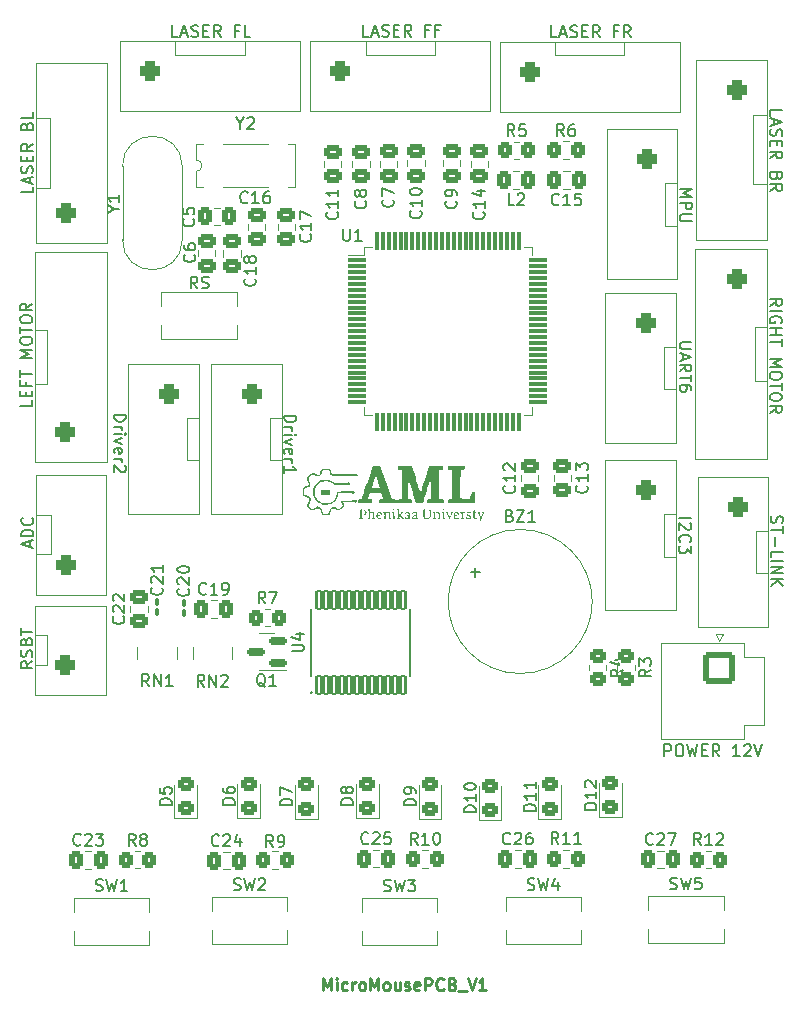
<source format=gto>
G04 #@! TF.GenerationSoftware,KiCad,Pcbnew,7.0.5*
G04 #@! TF.CreationDate,2023-10-23T19:09:39+07:00*
G04 #@! TF.ProjectId,STM32F407VGT6,53544d33-3246-4343-9037-564754362e6b,rev?*
G04 #@! TF.SameCoordinates,Original*
G04 #@! TF.FileFunction,Legend,Top*
G04 #@! TF.FilePolarity,Positive*
%FSLAX46Y46*%
G04 Gerber Fmt 4.6, Leading zero omitted, Abs format (unit mm)*
G04 Created by KiCad (PCBNEW 7.0.5) date 2023-10-23 19:09:39*
%MOMM*%
%LPD*%
G01*
G04 APERTURE LIST*
G04 Aperture macros list*
%AMRoundRect*
0 Rectangle with rounded corners*
0 $1 Rounding radius*
0 $2 $3 $4 $5 $6 $7 $8 $9 X,Y pos of 4 corners*
0 Add a 4 corners polygon primitive as box body*
4,1,4,$2,$3,$4,$5,$6,$7,$8,$9,$2,$3,0*
0 Add four circle primitives for the rounded corners*
1,1,$1+$1,$2,$3*
1,1,$1+$1,$4,$5*
1,1,$1+$1,$6,$7*
1,1,$1+$1,$8,$9*
0 Add four rect primitives between the rounded corners*
20,1,$1+$1,$2,$3,$4,$5,0*
20,1,$1+$1,$4,$5,$6,$7,0*
20,1,$1+$1,$6,$7,$8,$9,0*
20,1,$1+$1,$8,$9,$2,$3,0*%
G04 Aperture macros list end*
%ADD10C,0.250000*%
%ADD11C,0.150000*%
%ADD12C,0.200000*%
%ADD13C,0.120000*%
%ADD14C,0.100000*%
%ADD15C,0.203200*%
%ADD16C,0.127000*%
%ADD17RoundRect,0.250000X0.475000X-0.337500X0.475000X0.337500X-0.475000X0.337500X-0.475000X-0.337500X0*%
%ADD18RoundRect,0.425000X-0.425000X0.425000X-0.425000X-0.425000X0.425000X-0.425000X0.425000X0.425000X0*%
%ADD19C,1.700000*%
%ADD20RoundRect,0.250001X-1.099999X1.099999X-1.099999X-1.099999X1.099999X-1.099999X1.099999X1.099999X0*%
%ADD21C,2.700000*%
%ADD22RoundRect,0.250000X0.450000X-0.325000X0.450000X0.325000X-0.450000X0.325000X-0.450000X-0.325000X0*%
%ADD23RoundRect,0.100000X0.100000X-0.217500X0.100000X0.217500X-0.100000X0.217500X-0.100000X-0.217500X0*%
%ADD24RoundRect,0.250000X-0.450000X0.350000X-0.450000X-0.350000X0.450000X-0.350000X0.450000X0.350000X0*%
%ADD25R,0.500000X0.800000*%
%ADD26R,0.400000X0.800000*%
%ADD27RoundRect,0.425000X-0.425000X-0.425000X0.425000X-0.425000X0.425000X0.425000X-0.425000X0.425000X0*%
%ADD28RoundRect,0.250000X-0.475000X0.337500X-0.475000X-0.337500X0.475000X-0.337500X0.475000X0.337500X0*%
%ADD29RoundRect,0.250000X-0.337500X-0.475000X0.337500X-0.475000X0.337500X0.475000X-0.337500X0.475000X0*%
%ADD30R,1.250000X1.000000*%
%ADD31RoundRect,0.425000X0.425000X-0.425000X0.425000X0.425000X-0.425000X0.425000X-0.425000X-0.425000X0*%
%ADD32RoundRect,0.250000X0.350000X0.450000X-0.350000X0.450000X-0.350000X-0.450000X0.350000X-0.450000X0*%
%ADD33RoundRect,0.150000X0.587500X0.150000X-0.587500X0.150000X-0.587500X-0.150000X0.587500X-0.150000X0*%
%ADD34RoundRect,0.250000X0.337500X0.475000X-0.337500X0.475000X-0.337500X-0.475000X0.337500X-0.475000X0*%
%ADD35RoundRect,0.102000X-0.200000X-0.750000X0.200000X-0.750000X0.200000X0.750000X-0.200000X0.750000X0*%
%ADD36RoundRect,0.250000X-0.350000X-0.450000X0.350000X-0.450000X0.350000X0.450000X-0.350000X0.450000X0*%
%ADD37RoundRect,0.075000X-0.725000X-0.075000X0.725000X-0.075000X0.725000X0.075000X-0.725000X0.075000X0*%
%ADD38RoundRect,0.075000X-0.075000X-0.725000X0.075000X-0.725000X0.075000X0.725000X-0.075000X0.725000X0*%
%ADD39R,1.300000X1.900000*%
%ADD40C,1.500000*%
%ADD41RoundRect,0.100000X-0.100000X0.217500X-0.100000X-0.217500X0.100000X-0.217500X0.100000X0.217500X0*%
%ADD42R,2.000000X2.000000*%
%ADD43C,2.000000*%
G04 APERTURE END LIST*
D10*
X145902568Y-141764619D02*
X145902568Y-140764619D01*
X145902568Y-140764619D02*
X146235901Y-141478904D01*
X146235901Y-141478904D02*
X146569234Y-140764619D01*
X146569234Y-140764619D02*
X146569234Y-141764619D01*
X147045425Y-141764619D02*
X147045425Y-141097952D01*
X147045425Y-140764619D02*
X146997806Y-140812238D01*
X146997806Y-140812238D02*
X147045425Y-140859857D01*
X147045425Y-140859857D02*
X147093044Y-140812238D01*
X147093044Y-140812238D02*
X147045425Y-140764619D01*
X147045425Y-140764619D02*
X147045425Y-140859857D01*
X147950186Y-141717000D02*
X147854948Y-141764619D01*
X147854948Y-141764619D02*
X147664472Y-141764619D01*
X147664472Y-141764619D02*
X147569234Y-141717000D01*
X147569234Y-141717000D02*
X147521615Y-141669380D01*
X147521615Y-141669380D02*
X147473996Y-141574142D01*
X147473996Y-141574142D02*
X147473996Y-141288428D01*
X147473996Y-141288428D02*
X147521615Y-141193190D01*
X147521615Y-141193190D02*
X147569234Y-141145571D01*
X147569234Y-141145571D02*
X147664472Y-141097952D01*
X147664472Y-141097952D02*
X147854948Y-141097952D01*
X147854948Y-141097952D02*
X147950186Y-141145571D01*
X148378758Y-141764619D02*
X148378758Y-141097952D01*
X148378758Y-141288428D02*
X148426377Y-141193190D01*
X148426377Y-141193190D02*
X148473996Y-141145571D01*
X148473996Y-141145571D02*
X148569234Y-141097952D01*
X148569234Y-141097952D02*
X148664472Y-141097952D01*
X149140663Y-141764619D02*
X149045425Y-141717000D01*
X149045425Y-141717000D02*
X148997806Y-141669380D01*
X148997806Y-141669380D02*
X148950187Y-141574142D01*
X148950187Y-141574142D02*
X148950187Y-141288428D01*
X148950187Y-141288428D02*
X148997806Y-141193190D01*
X148997806Y-141193190D02*
X149045425Y-141145571D01*
X149045425Y-141145571D02*
X149140663Y-141097952D01*
X149140663Y-141097952D02*
X149283520Y-141097952D01*
X149283520Y-141097952D02*
X149378758Y-141145571D01*
X149378758Y-141145571D02*
X149426377Y-141193190D01*
X149426377Y-141193190D02*
X149473996Y-141288428D01*
X149473996Y-141288428D02*
X149473996Y-141574142D01*
X149473996Y-141574142D02*
X149426377Y-141669380D01*
X149426377Y-141669380D02*
X149378758Y-141717000D01*
X149378758Y-141717000D02*
X149283520Y-141764619D01*
X149283520Y-141764619D02*
X149140663Y-141764619D01*
X149902568Y-141764619D02*
X149902568Y-140764619D01*
X149902568Y-140764619D02*
X150235901Y-141478904D01*
X150235901Y-141478904D02*
X150569234Y-140764619D01*
X150569234Y-140764619D02*
X150569234Y-141764619D01*
X151188282Y-141764619D02*
X151093044Y-141717000D01*
X151093044Y-141717000D02*
X151045425Y-141669380D01*
X151045425Y-141669380D02*
X150997806Y-141574142D01*
X150997806Y-141574142D02*
X150997806Y-141288428D01*
X150997806Y-141288428D02*
X151045425Y-141193190D01*
X151045425Y-141193190D02*
X151093044Y-141145571D01*
X151093044Y-141145571D02*
X151188282Y-141097952D01*
X151188282Y-141097952D02*
X151331139Y-141097952D01*
X151331139Y-141097952D02*
X151426377Y-141145571D01*
X151426377Y-141145571D02*
X151473996Y-141193190D01*
X151473996Y-141193190D02*
X151521615Y-141288428D01*
X151521615Y-141288428D02*
X151521615Y-141574142D01*
X151521615Y-141574142D02*
X151473996Y-141669380D01*
X151473996Y-141669380D02*
X151426377Y-141717000D01*
X151426377Y-141717000D02*
X151331139Y-141764619D01*
X151331139Y-141764619D02*
X151188282Y-141764619D01*
X152378758Y-141097952D02*
X152378758Y-141764619D01*
X151950187Y-141097952D02*
X151950187Y-141621761D01*
X151950187Y-141621761D02*
X151997806Y-141717000D01*
X151997806Y-141717000D02*
X152093044Y-141764619D01*
X152093044Y-141764619D02*
X152235901Y-141764619D01*
X152235901Y-141764619D02*
X152331139Y-141717000D01*
X152331139Y-141717000D02*
X152378758Y-141669380D01*
X152807330Y-141717000D02*
X152902568Y-141764619D01*
X152902568Y-141764619D02*
X153093044Y-141764619D01*
X153093044Y-141764619D02*
X153188282Y-141717000D01*
X153188282Y-141717000D02*
X153235901Y-141621761D01*
X153235901Y-141621761D02*
X153235901Y-141574142D01*
X153235901Y-141574142D02*
X153188282Y-141478904D01*
X153188282Y-141478904D02*
X153093044Y-141431285D01*
X153093044Y-141431285D02*
X152950187Y-141431285D01*
X152950187Y-141431285D02*
X152854949Y-141383666D01*
X152854949Y-141383666D02*
X152807330Y-141288428D01*
X152807330Y-141288428D02*
X152807330Y-141240809D01*
X152807330Y-141240809D02*
X152854949Y-141145571D01*
X152854949Y-141145571D02*
X152950187Y-141097952D01*
X152950187Y-141097952D02*
X153093044Y-141097952D01*
X153093044Y-141097952D02*
X153188282Y-141145571D01*
X154045425Y-141717000D02*
X153950187Y-141764619D01*
X153950187Y-141764619D02*
X153759711Y-141764619D01*
X153759711Y-141764619D02*
X153664473Y-141717000D01*
X153664473Y-141717000D02*
X153616854Y-141621761D01*
X153616854Y-141621761D02*
X153616854Y-141240809D01*
X153616854Y-141240809D02*
X153664473Y-141145571D01*
X153664473Y-141145571D02*
X153759711Y-141097952D01*
X153759711Y-141097952D02*
X153950187Y-141097952D01*
X153950187Y-141097952D02*
X154045425Y-141145571D01*
X154045425Y-141145571D02*
X154093044Y-141240809D01*
X154093044Y-141240809D02*
X154093044Y-141336047D01*
X154093044Y-141336047D02*
X153616854Y-141431285D01*
X154521616Y-141764619D02*
X154521616Y-140764619D01*
X154521616Y-140764619D02*
X154902568Y-140764619D01*
X154902568Y-140764619D02*
X154997806Y-140812238D01*
X154997806Y-140812238D02*
X155045425Y-140859857D01*
X155045425Y-140859857D02*
X155093044Y-140955095D01*
X155093044Y-140955095D02*
X155093044Y-141097952D01*
X155093044Y-141097952D02*
X155045425Y-141193190D01*
X155045425Y-141193190D02*
X154997806Y-141240809D01*
X154997806Y-141240809D02*
X154902568Y-141288428D01*
X154902568Y-141288428D02*
X154521616Y-141288428D01*
X156093044Y-141669380D02*
X156045425Y-141717000D01*
X156045425Y-141717000D02*
X155902568Y-141764619D01*
X155902568Y-141764619D02*
X155807330Y-141764619D01*
X155807330Y-141764619D02*
X155664473Y-141717000D01*
X155664473Y-141717000D02*
X155569235Y-141621761D01*
X155569235Y-141621761D02*
X155521616Y-141526523D01*
X155521616Y-141526523D02*
X155473997Y-141336047D01*
X155473997Y-141336047D02*
X155473997Y-141193190D01*
X155473997Y-141193190D02*
X155521616Y-141002714D01*
X155521616Y-141002714D02*
X155569235Y-140907476D01*
X155569235Y-140907476D02*
X155664473Y-140812238D01*
X155664473Y-140812238D02*
X155807330Y-140764619D01*
X155807330Y-140764619D02*
X155902568Y-140764619D01*
X155902568Y-140764619D02*
X156045425Y-140812238D01*
X156045425Y-140812238D02*
X156093044Y-140859857D01*
X156854949Y-141240809D02*
X156997806Y-141288428D01*
X156997806Y-141288428D02*
X157045425Y-141336047D01*
X157045425Y-141336047D02*
X157093044Y-141431285D01*
X157093044Y-141431285D02*
X157093044Y-141574142D01*
X157093044Y-141574142D02*
X157045425Y-141669380D01*
X157045425Y-141669380D02*
X156997806Y-141717000D01*
X156997806Y-141717000D02*
X156902568Y-141764619D01*
X156902568Y-141764619D02*
X156521616Y-141764619D01*
X156521616Y-141764619D02*
X156521616Y-140764619D01*
X156521616Y-140764619D02*
X156854949Y-140764619D01*
X156854949Y-140764619D02*
X156950187Y-140812238D01*
X156950187Y-140812238D02*
X156997806Y-140859857D01*
X156997806Y-140859857D02*
X157045425Y-140955095D01*
X157045425Y-140955095D02*
X157045425Y-141050333D01*
X157045425Y-141050333D02*
X156997806Y-141145571D01*
X156997806Y-141145571D02*
X156950187Y-141193190D01*
X156950187Y-141193190D02*
X156854949Y-141240809D01*
X156854949Y-141240809D02*
X156521616Y-141240809D01*
X157283521Y-141859857D02*
X158045425Y-141859857D01*
X158140664Y-140764619D02*
X158473997Y-141764619D01*
X158473997Y-141764619D02*
X158807330Y-140764619D01*
X159664473Y-141764619D02*
X159093045Y-141764619D01*
X159378759Y-141764619D02*
X159378759Y-140764619D01*
X159378759Y-140764619D02*
X159283521Y-140907476D01*
X159283521Y-140907476D02*
X159188283Y-141002714D01*
X159188283Y-141002714D02*
X159093045Y-141050333D01*
D11*
X139507142Y-75039580D02*
X139459523Y-75087200D01*
X139459523Y-75087200D02*
X139316666Y-75134819D01*
X139316666Y-75134819D02*
X139221428Y-75134819D01*
X139221428Y-75134819D02*
X139078571Y-75087200D01*
X139078571Y-75087200D02*
X138983333Y-74991961D01*
X138983333Y-74991961D02*
X138935714Y-74896723D01*
X138935714Y-74896723D02*
X138888095Y-74706247D01*
X138888095Y-74706247D02*
X138888095Y-74563390D01*
X138888095Y-74563390D02*
X138935714Y-74372914D01*
X138935714Y-74372914D02*
X138983333Y-74277676D01*
X138983333Y-74277676D02*
X139078571Y-74182438D01*
X139078571Y-74182438D02*
X139221428Y-74134819D01*
X139221428Y-74134819D02*
X139316666Y-74134819D01*
X139316666Y-74134819D02*
X139459523Y-74182438D01*
X139459523Y-74182438D02*
X139507142Y-74230057D01*
X140459523Y-75134819D02*
X139888095Y-75134819D01*
X140173809Y-75134819D02*
X140173809Y-74134819D01*
X140173809Y-74134819D02*
X140078571Y-74277676D01*
X140078571Y-74277676D02*
X139983333Y-74372914D01*
X139983333Y-74372914D02*
X139888095Y-74420533D01*
X141316666Y-74134819D02*
X141126190Y-74134819D01*
X141126190Y-74134819D02*
X141030952Y-74182438D01*
X141030952Y-74182438D02*
X140983333Y-74230057D01*
X140983333Y-74230057D02*
X140888095Y-74372914D01*
X140888095Y-74372914D02*
X140840476Y-74563390D01*
X140840476Y-74563390D02*
X140840476Y-74944342D01*
X140840476Y-74944342D02*
X140888095Y-75039580D01*
X140888095Y-75039580D02*
X140935714Y-75087200D01*
X140935714Y-75087200D02*
X141030952Y-75134819D01*
X141030952Y-75134819D02*
X141221428Y-75134819D01*
X141221428Y-75134819D02*
X141316666Y-75087200D01*
X141316666Y-75087200D02*
X141364285Y-75039580D01*
X141364285Y-75039580D02*
X141411904Y-74944342D01*
X141411904Y-74944342D02*
X141411904Y-74706247D01*
X141411904Y-74706247D02*
X141364285Y-74611009D01*
X141364285Y-74611009D02*
X141316666Y-74563390D01*
X141316666Y-74563390D02*
X141221428Y-74515771D01*
X141221428Y-74515771D02*
X141030952Y-74515771D01*
X141030952Y-74515771D02*
X140935714Y-74563390D01*
X140935714Y-74563390D02*
X140888095Y-74611009D01*
X140888095Y-74611009D02*
X140840476Y-74706247D01*
D12*
X128207780Y-93055238D02*
X129207780Y-93055238D01*
X129207780Y-93055238D02*
X129207780Y-93293333D01*
X129207780Y-93293333D02*
X129160161Y-93436190D01*
X129160161Y-93436190D02*
X129064923Y-93531428D01*
X129064923Y-93531428D02*
X128969685Y-93579047D01*
X128969685Y-93579047D02*
X128779209Y-93626666D01*
X128779209Y-93626666D02*
X128636352Y-93626666D01*
X128636352Y-93626666D02*
X128445876Y-93579047D01*
X128445876Y-93579047D02*
X128350638Y-93531428D01*
X128350638Y-93531428D02*
X128255400Y-93436190D01*
X128255400Y-93436190D02*
X128207780Y-93293333D01*
X128207780Y-93293333D02*
X128207780Y-93055238D01*
X128207780Y-94055238D02*
X128874447Y-94055238D01*
X128683971Y-94055238D02*
X128779209Y-94102857D01*
X128779209Y-94102857D02*
X128826828Y-94150476D01*
X128826828Y-94150476D02*
X128874447Y-94245714D01*
X128874447Y-94245714D02*
X128874447Y-94340952D01*
X128207780Y-94674286D02*
X128874447Y-94674286D01*
X129207780Y-94674286D02*
X129160161Y-94626667D01*
X129160161Y-94626667D02*
X129112542Y-94674286D01*
X129112542Y-94674286D02*
X129160161Y-94721905D01*
X129160161Y-94721905D02*
X129207780Y-94674286D01*
X129207780Y-94674286D02*
X129112542Y-94674286D01*
X128874447Y-95055238D02*
X128207780Y-95293333D01*
X128207780Y-95293333D02*
X128874447Y-95531428D01*
X128255400Y-96293333D02*
X128207780Y-96198095D01*
X128207780Y-96198095D02*
X128207780Y-96007619D01*
X128207780Y-96007619D02*
X128255400Y-95912381D01*
X128255400Y-95912381D02*
X128350638Y-95864762D01*
X128350638Y-95864762D02*
X128731590Y-95864762D01*
X128731590Y-95864762D02*
X128826828Y-95912381D01*
X128826828Y-95912381D02*
X128874447Y-96007619D01*
X128874447Y-96007619D02*
X128874447Y-96198095D01*
X128874447Y-96198095D02*
X128826828Y-96293333D01*
X128826828Y-96293333D02*
X128731590Y-96340952D01*
X128731590Y-96340952D02*
X128636352Y-96340952D01*
X128636352Y-96340952D02*
X128541114Y-95864762D01*
X128207780Y-96769524D02*
X128874447Y-96769524D01*
X128683971Y-96769524D02*
X128779209Y-96817143D01*
X128779209Y-96817143D02*
X128826828Y-96864762D01*
X128826828Y-96864762D02*
X128874447Y-96960000D01*
X128874447Y-96960000D02*
X128874447Y-97055238D01*
X129112542Y-97340953D02*
X129160161Y-97388572D01*
X129160161Y-97388572D02*
X129207780Y-97483810D01*
X129207780Y-97483810D02*
X129207780Y-97721905D01*
X129207780Y-97721905D02*
X129160161Y-97817143D01*
X129160161Y-97817143D02*
X129112542Y-97864762D01*
X129112542Y-97864762D02*
X129017304Y-97912381D01*
X129017304Y-97912381D02*
X128922066Y-97912381D01*
X128922066Y-97912381D02*
X128779209Y-97864762D01*
X128779209Y-97864762D02*
X128207780Y-97293334D01*
X128207780Y-97293334D02*
X128207780Y-97912381D01*
X174788571Y-121962219D02*
X174788571Y-120962219D01*
X174788571Y-120962219D02*
X175169523Y-120962219D01*
X175169523Y-120962219D02*
X175264761Y-121009838D01*
X175264761Y-121009838D02*
X175312380Y-121057457D01*
X175312380Y-121057457D02*
X175359999Y-121152695D01*
X175359999Y-121152695D02*
X175359999Y-121295552D01*
X175359999Y-121295552D02*
X175312380Y-121390790D01*
X175312380Y-121390790D02*
X175264761Y-121438409D01*
X175264761Y-121438409D02*
X175169523Y-121486028D01*
X175169523Y-121486028D02*
X174788571Y-121486028D01*
X175979047Y-120962219D02*
X176169523Y-120962219D01*
X176169523Y-120962219D02*
X176264761Y-121009838D01*
X176264761Y-121009838D02*
X176359999Y-121105076D01*
X176359999Y-121105076D02*
X176407618Y-121295552D01*
X176407618Y-121295552D02*
X176407618Y-121628885D01*
X176407618Y-121628885D02*
X176359999Y-121819361D01*
X176359999Y-121819361D02*
X176264761Y-121914600D01*
X176264761Y-121914600D02*
X176169523Y-121962219D01*
X176169523Y-121962219D02*
X175979047Y-121962219D01*
X175979047Y-121962219D02*
X175883809Y-121914600D01*
X175883809Y-121914600D02*
X175788571Y-121819361D01*
X175788571Y-121819361D02*
X175740952Y-121628885D01*
X175740952Y-121628885D02*
X175740952Y-121295552D01*
X175740952Y-121295552D02*
X175788571Y-121105076D01*
X175788571Y-121105076D02*
X175883809Y-121009838D01*
X175883809Y-121009838D02*
X175979047Y-120962219D01*
X176740952Y-120962219D02*
X176979047Y-121962219D01*
X176979047Y-121962219D02*
X177169523Y-121247933D01*
X177169523Y-121247933D02*
X177359999Y-121962219D01*
X177359999Y-121962219D02*
X177598095Y-120962219D01*
X177979047Y-121438409D02*
X178312380Y-121438409D01*
X178455237Y-121962219D02*
X177979047Y-121962219D01*
X177979047Y-121962219D02*
X177979047Y-120962219D01*
X177979047Y-120962219D02*
X178455237Y-120962219D01*
X179455237Y-121962219D02*
X179121904Y-121486028D01*
X178883809Y-121962219D02*
X178883809Y-120962219D01*
X178883809Y-120962219D02*
X179264761Y-120962219D01*
X179264761Y-120962219D02*
X179359999Y-121009838D01*
X179359999Y-121009838D02*
X179407618Y-121057457D01*
X179407618Y-121057457D02*
X179455237Y-121152695D01*
X179455237Y-121152695D02*
X179455237Y-121295552D01*
X179455237Y-121295552D02*
X179407618Y-121390790D01*
X179407618Y-121390790D02*
X179359999Y-121438409D01*
X179359999Y-121438409D02*
X179264761Y-121486028D01*
X179264761Y-121486028D02*
X178883809Y-121486028D01*
X181169523Y-121962219D02*
X180598095Y-121962219D01*
X180883809Y-121962219D02*
X180883809Y-120962219D01*
X180883809Y-120962219D02*
X180788571Y-121105076D01*
X180788571Y-121105076D02*
X180693333Y-121200314D01*
X180693333Y-121200314D02*
X180598095Y-121247933D01*
X181550476Y-121057457D02*
X181598095Y-121009838D01*
X181598095Y-121009838D02*
X181693333Y-120962219D01*
X181693333Y-120962219D02*
X181931428Y-120962219D01*
X181931428Y-120962219D02*
X182026666Y-121009838D01*
X182026666Y-121009838D02*
X182074285Y-121057457D01*
X182074285Y-121057457D02*
X182121904Y-121152695D01*
X182121904Y-121152695D02*
X182121904Y-121247933D01*
X182121904Y-121247933D02*
X182074285Y-121390790D01*
X182074285Y-121390790D02*
X181502857Y-121962219D01*
X181502857Y-121962219D02*
X182121904Y-121962219D01*
X182407619Y-120962219D02*
X182740952Y-121962219D01*
X182740952Y-121962219D02*
X183074285Y-120962219D01*
D11*
X128985580Y-110126357D02*
X129033200Y-110173976D01*
X129033200Y-110173976D02*
X129080819Y-110316833D01*
X129080819Y-110316833D02*
X129080819Y-110412071D01*
X129080819Y-110412071D02*
X129033200Y-110554928D01*
X129033200Y-110554928D02*
X128937961Y-110650166D01*
X128937961Y-110650166D02*
X128842723Y-110697785D01*
X128842723Y-110697785D02*
X128652247Y-110745404D01*
X128652247Y-110745404D02*
X128509390Y-110745404D01*
X128509390Y-110745404D02*
X128318914Y-110697785D01*
X128318914Y-110697785D02*
X128223676Y-110650166D01*
X128223676Y-110650166D02*
X128128438Y-110554928D01*
X128128438Y-110554928D02*
X128080819Y-110412071D01*
X128080819Y-110412071D02*
X128080819Y-110316833D01*
X128080819Y-110316833D02*
X128128438Y-110173976D01*
X128128438Y-110173976D02*
X128176057Y-110126357D01*
X128176057Y-109745404D02*
X128128438Y-109697785D01*
X128128438Y-109697785D02*
X128080819Y-109602547D01*
X128080819Y-109602547D02*
X128080819Y-109364452D01*
X128080819Y-109364452D02*
X128128438Y-109269214D01*
X128128438Y-109269214D02*
X128176057Y-109221595D01*
X128176057Y-109221595D02*
X128271295Y-109173976D01*
X128271295Y-109173976D02*
X128366533Y-109173976D01*
X128366533Y-109173976D02*
X128509390Y-109221595D01*
X128509390Y-109221595D02*
X129080819Y-109793023D01*
X129080819Y-109793023D02*
X129080819Y-109173976D01*
X128176057Y-108793023D02*
X128128438Y-108745404D01*
X128128438Y-108745404D02*
X128080819Y-108650166D01*
X128080819Y-108650166D02*
X128080819Y-108412071D01*
X128080819Y-108412071D02*
X128128438Y-108316833D01*
X128128438Y-108316833D02*
X128176057Y-108269214D01*
X128176057Y-108269214D02*
X128271295Y-108221595D01*
X128271295Y-108221595D02*
X128366533Y-108221595D01*
X128366533Y-108221595D02*
X128509390Y-108269214D01*
X128509390Y-108269214D02*
X129080819Y-108840642D01*
X129080819Y-108840642D02*
X129080819Y-108221595D01*
X158844819Y-126699285D02*
X157844819Y-126699285D01*
X157844819Y-126699285D02*
X157844819Y-126461190D01*
X157844819Y-126461190D02*
X157892438Y-126318333D01*
X157892438Y-126318333D02*
X157987676Y-126223095D01*
X157987676Y-126223095D02*
X158082914Y-126175476D01*
X158082914Y-126175476D02*
X158273390Y-126127857D01*
X158273390Y-126127857D02*
X158416247Y-126127857D01*
X158416247Y-126127857D02*
X158606723Y-126175476D01*
X158606723Y-126175476D02*
X158701961Y-126223095D01*
X158701961Y-126223095D02*
X158797200Y-126318333D01*
X158797200Y-126318333D02*
X158844819Y-126461190D01*
X158844819Y-126461190D02*
X158844819Y-126699285D01*
X158844819Y-125175476D02*
X158844819Y-125746904D01*
X158844819Y-125461190D02*
X157844819Y-125461190D01*
X157844819Y-125461190D02*
X157987676Y-125556428D01*
X157987676Y-125556428D02*
X158082914Y-125651666D01*
X158082914Y-125651666D02*
X158130533Y-125746904D01*
X157844819Y-124556428D02*
X157844819Y-124461190D01*
X157844819Y-124461190D02*
X157892438Y-124365952D01*
X157892438Y-124365952D02*
X157940057Y-124318333D01*
X157940057Y-124318333D02*
X158035295Y-124270714D01*
X158035295Y-124270714D02*
X158225771Y-124223095D01*
X158225771Y-124223095D02*
X158463866Y-124223095D01*
X158463866Y-124223095D02*
X158654342Y-124270714D01*
X158654342Y-124270714D02*
X158749580Y-124318333D01*
X158749580Y-124318333D02*
X158797200Y-124365952D01*
X158797200Y-124365952D02*
X158844819Y-124461190D01*
X158844819Y-124461190D02*
X158844819Y-124556428D01*
X158844819Y-124556428D02*
X158797200Y-124651666D01*
X158797200Y-124651666D02*
X158749580Y-124699285D01*
X158749580Y-124699285D02*
X158654342Y-124746904D01*
X158654342Y-124746904D02*
X158463866Y-124794523D01*
X158463866Y-124794523D02*
X158225771Y-124794523D01*
X158225771Y-124794523D02*
X158035295Y-124746904D01*
X158035295Y-124746904D02*
X157940057Y-124699285D01*
X157940057Y-124699285D02*
X157892438Y-124651666D01*
X157892438Y-124651666D02*
X157844819Y-124556428D01*
X134469580Y-107762857D02*
X134517200Y-107810476D01*
X134517200Y-107810476D02*
X134564819Y-107953333D01*
X134564819Y-107953333D02*
X134564819Y-108048571D01*
X134564819Y-108048571D02*
X134517200Y-108191428D01*
X134517200Y-108191428D02*
X134421961Y-108286666D01*
X134421961Y-108286666D02*
X134326723Y-108334285D01*
X134326723Y-108334285D02*
X134136247Y-108381904D01*
X134136247Y-108381904D02*
X133993390Y-108381904D01*
X133993390Y-108381904D02*
X133802914Y-108334285D01*
X133802914Y-108334285D02*
X133707676Y-108286666D01*
X133707676Y-108286666D02*
X133612438Y-108191428D01*
X133612438Y-108191428D02*
X133564819Y-108048571D01*
X133564819Y-108048571D02*
X133564819Y-107953333D01*
X133564819Y-107953333D02*
X133612438Y-107810476D01*
X133612438Y-107810476D02*
X133660057Y-107762857D01*
X133660057Y-107381904D02*
X133612438Y-107334285D01*
X133612438Y-107334285D02*
X133564819Y-107239047D01*
X133564819Y-107239047D02*
X133564819Y-107000952D01*
X133564819Y-107000952D02*
X133612438Y-106905714D01*
X133612438Y-106905714D02*
X133660057Y-106858095D01*
X133660057Y-106858095D02*
X133755295Y-106810476D01*
X133755295Y-106810476D02*
X133850533Y-106810476D01*
X133850533Y-106810476D02*
X133993390Y-106858095D01*
X133993390Y-106858095D02*
X134564819Y-107429523D01*
X134564819Y-107429523D02*
X134564819Y-106810476D01*
X133564819Y-106191428D02*
X133564819Y-106096190D01*
X133564819Y-106096190D02*
X133612438Y-106000952D01*
X133612438Y-106000952D02*
X133660057Y-105953333D01*
X133660057Y-105953333D02*
X133755295Y-105905714D01*
X133755295Y-105905714D02*
X133945771Y-105858095D01*
X133945771Y-105858095D02*
X134183866Y-105858095D01*
X134183866Y-105858095D02*
X134374342Y-105905714D01*
X134374342Y-105905714D02*
X134469580Y-105953333D01*
X134469580Y-105953333D02*
X134517200Y-106000952D01*
X134517200Y-106000952D02*
X134564819Y-106096190D01*
X134564819Y-106096190D02*
X134564819Y-106191428D01*
X134564819Y-106191428D02*
X134517200Y-106286666D01*
X134517200Y-106286666D02*
X134469580Y-106334285D01*
X134469580Y-106334285D02*
X134374342Y-106381904D01*
X134374342Y-106381904D02*
X134183866Y-106429523D01*
X134183866Y-106429523D02*
X133945771Y-106429523D01*
X133945771Y-106429523D02*
X133755295Y-106381904D01*
X133755295Y-106381904D02*
X133660057Y-106334285D01*
X133660057Y-106334285D02*
X133612438Y-106286666D01*
X133612438Y-106286666D02*
X133564819Y-106191428D01*
D12*
X176107780Y-73942857D02*
X177107780Y-73942857D01*
X177107780Y-73942857D02*
X176393495Y-74276190D01*
X176393495Y-74276190D02*
X177107780Y-74609523D01*
X177107780Y-74609523D02*
X176107780Y-74609523D01*
X176107780Y-75085714D02*
X177107780Y-75085714D01*
X177107780Y-75085714D02*
X177107780Y-75466666D01*
X177107780Y-75466666D02*
X177060161Y-75561904D01*
X177060161Y-75561904D02*
X177012542Y-75609523D01*
X177012542Y-75609523D02*
X176917304Y-75657142D01*
X176917304Y-75657142D02*
X176774447Y-75657142D01*
X176774447Y-75657142D02*
X176679209Y-75609523D01*
X176679209Y-75609523D02*
X176631590Y-75561904D01*
X176631590Y-75561904D02*
X176583971Y-75466666D01*
X176583971Y-75466666D02*
X176583971Y-75085714D01*
X177107780Y-76085714D02*
X176298257Y-76085714D01*
X176298257Y-76085714D02*
X176203019Y-76133333D01*
X176203019Y-76133333D02*
X176155400Y-76180952D01*
X176155400Y-76180952D02*
X176107780Y-76276190D01*
X176107780Y-76276190D02*
X176107780Y-76466666D01*
X176107780Y-76466666D02*
X176155400Y-76561904D01*
X176155400Y-76561904D02*
X176203019Y-76609523D01*
X176203019Y-76609523D02*
X176298257Y-76657142D01*
X176298257Y-76657142D02*
X177107780Y-76657142D01*
X142627180Y-93112438D02*
X143627180Y-93112438D01*
X143627180Y-93112438D02*
X143627180Y-93350533D01*
X143627180Y-93350533D02*
X143579561Y-93493390D01*
X143579561Y-93493390D02*
X143484323Y-93588628D01*
X143484323Y-93588628D02*
X143389085Y-93636247D01*
X143389085Y-93636247D02*
X143198609Y-93683866D01*
X143198609Y-93683866D02*
X143055752Y-93683866D01*
X143055752Y-93683866D02*
X142865276Y-93636247D01*
X142865276Y-93636247D02*
X142770038Y-93588628D01*
X142770038Y-93588628D02*
X142674800Y-93493390D01*
X142674800Y-93493390D02*
X142627180Y-93350533D01*
X142627180Y-93350533D02*
X142627180Y-93112438D01*
X142627180Y-94112438D02*
X143293847Y-94112438D01*
X143103371Y-94112438D02*
X143198609Y-94160057D01*
X143198609Y-94160057D02*
X143246228Y-94207676D01*
X143246228Y-94207676D02*
X143293847Y-94302914D01*
X143293847Y-94302914D02*
X143293847Y-94398152D01*
X142627180Y-94731486D02*
X143293847Y-94731486D01*
X143627180Y-94731486D02*
X143579561Y-94683867D01*
X143579561Y-94683867D02*
X143531942Y-94731486D01*
X143531942Y-94731486D02*
X143579561Y-94779105D01*
X143579561Y-94779105D02*
X143627180Y-94731486D01*
X143627180Y-94731486D02*
X143531942Y-94731486D01*
X143293847Y-95112438D02*
X142627180Y-95350533D01*
X142627180Y-95350533D02*
X143293847Y-95588628D01*
X142674800Y-96350533D02*
X142627180Y-96255295D01*
X142627180Y-96255295D02*
X142627180Y-96064819D01*
X142627180Y-96064819D02*
X142674800Y-95969581D01*
X142674800Y-95969581D02*
X142770038Y-95921962D01*
X142770038Y-95921962D02*
X143150990Y-95921962D01*
X143150990Y-95921962D02*
X143246228Y-95969581D01*
X143246228Y-95969581D02*
X143293847Y-96064819D01*
X143293847Y-96064819D02*
X143293847Y-96255295D01*
X143293847Y-96255295D02*
X143246228Y-96350533D01*
X143246228Y-96350533D02*
X143150990Y-96398152D01*
X143150990Y-96398152D02*
X143055752Y-96398152D01*
X143055752Y-96398152D02*
X142960514Y-95921962D01*
X142627180Y-96826724D02*
X143293847Y-96826724D01*
X143103371Y-96826724D02*
X143198609Y-96874343D01*
X143198609Y-96874343D02*
X143246228Y-96921962D01*
X143246228Y-96921962D02*
X143293847Y-97017200D01*
X143293847Y-97017200D02*
X143293847Y-97112438D01*
X142627180Y-97969581D02*
X142627180Y-97398153D01*
X142627180Y-97683867D02*
X143627180Y-97683867D01*
X143627180Y-97683867D02*
X143484323Y-97588629D01*
X143484323Y-97588629D02*
X143389085Y-97493391D01*
X143389085Y-97493391D02*
X143341466Y-97398153D01*
D11*
X138404819Y-126053094D02*
X137404819Y-126053094D01*
X137404819Y-126053094D02*
X137404819Y-125814999D01*
X137404819Y-125814999D02*
X137452438Y-125672142D01*
X137452438Y-125672142D02*
X137547676Y-125576904D01*
X137547676Y-125576904D02*
X137642914Y-125529285D01*
X137642914Y-125529285D02*
X137833390Y-125481666D01*
X137833390Y-125481666D02*
X137976247Y-125481666D01*
X137976247Y-125481666D02*
X138166723Y-125529285D01*
X138166723Y-125529285D02*
X138261961Y-125576904D01*
X138261961Y-125576904D02*
X138357200Y-125672142D01*
X138357200Y-125672142D02*
X138404819Y-125814999D01*
X138404819Y-125814999D02*
X138404819Y-126053094D01*
X137404819Y-124624523D02*
X137404819Y-124814999D01*
X137404819Y-124814999D02*
X137452438Y-124910237D01*
X137452438Y-124910237D02*
X137500057Y-124957856D01*
X137500057Y-124957856D02*
X137642914Y-125053094D01*
X137642914Y-125053094D02*
X137833390Y-125100713D01*
X137833390Y-125100713D02*
X138214342Y-125100713D01*
X138214342Y-125100713D02*
X138309580Y-125053094D01*
X138309580Y-125053094D02*
X138357200Y-125005475D01*
X138357200Y-125005475D02*
X138404819Y-124910237D01*
X138404819Y-124910237D02*
X138404819Y-124719761D01*
X138404819Y-124719761D02*
X138357200Y-124624523D01*
X138357200Y-124624523D02*
X138309580Y-124576904D01*
X138309580Y-124576904D02*
X138214342Y-124529285D01*
X138214342Y-124529285D02*
X137976247Y-124529285D01*
X137976247Y-124529285D02*
X137881009Y-124576904D01*
X137881009Y-124576904D02*
X137833390Y-124624523D01*
X137833390Y-124624523D02*
X137785771Y-124719761D01*
X137785771Y-124719761D02*
X137785771Y-124910237D01*
X137785771Y-124910237D02*
X137833390Y-125005475D01*
X137833390Y-125005475D02*
X137881009Y-125053094D01*
X137881009Y-125053094D02*
X137976247Y-125100713D01*
X171254819Y-114626666D02*
X170778628Y-114959999D01*
X171254819Y-115198094D02*
X170254819Y-115198094D01*
X170254819Y-115198094D02*
X170254819Y-114817142D01*
X170254819Y-114817142D02*
X170302438Y-114721904D01*
X170302438Y-114721904D02*
X170350057Y-114674285D01*
X170350057Y-114674285D02*
X170445295Y-114626666D01*
X170445295Y-114626666D02*
X170588152Y-114626666D01*
X170588152Y-114626666D02*
X170683390Y-114674285D01*
X170683390Y-114674285D02*
X170731009Y-114721904D01*
X170731009Y-114721904D02*
X170778628Y-114817142D01*
X170778628Y-114817142D02*
X170778628Y-115198094D01*
X170588152Y-113769523D02*
X171254819Y-113769523D01*
X170207200Y-114007618D02*
X170921485Y-114245713D01*
X170921485Y-114245713D02*
X170921485Y-113626666D01*
X131149523Y-116024819D02*
X130816190Y-115548628D01*
X130578095Y-116024819D02*
X130578095Y-115024819D01*
X130578095Y-115024819D02*
X130959047Y-115024819D01*
X130959047Y-115024819D02*
X131054285Y-115072438D01*
X131054285Y-115072438D02*
X131101904Y-115120057D01*
X131101904Y-115120057D02*
X131149523Y-115215295D01*
X131149523Y-115215295D02*
X131149523Y-115358152D01*
X131149523Y-115358152D02*
X131101904Y-115453390D01*
X131101904Y-115453390D02*
X131054285Y-115501009D01*
X131054285Y-115501009D02*
X130959047Y-115548628D01*
X130959047Y-115548628D02*
X130578095Y-115548628D01*
X131578095Y-116024819D02*
X131578095Y-115024819D01*
X131578095Y-115024819D02*
X132149523Y-116024819D01*
X132149523Y-116024819D02*
X132149523Y-115024819D01*
X133149523Y-116024819D02*
X132578095Y-116024819D01*
X132863809Y-116024819D02*
X132863809Y-115024819D01*
X132863809Y-115024819D02*
X132768571Y-115167676D01*
X132768571Y-115167676D02*
X132673333Y-115262914D01*
X132673333Y-115262914D02*
X132578095Y-115310533D01*
X153744819Y-126113094D02*
X152744819Y-126113094D01*
X152744819Y-126113094D02*
X152744819Y-125874999D01*
X152744819Y-125874999D02*
X152792438Y-125732142D01*
X152792438Y-125732142D02*
X152887676Y-125636904D01*
X152887676Y-125636904D02*
X152982914Y-125589285D01*
X152982914Y-125589285D02*
X153173390Y-125541666D01*
X153173390Y-125541666D02*
X153316247Y-125541666D01*
X153316247Y-125541666D02*
X153506723Y-125589285D01*
X153506723Y-125589285D02*
X153601961Y-125636904D01*
X153601961Y-125636904D02*
X153697200Y-125732142D01*
X153697200Y-125732142D02*
X153744819Y-125874999D01*
X153744819Y-125874999D02*
X153744819Y-126113094D01*
X153744819Y-125065475D02*
X153744819Y-124874999D01*
X153744819Y-124874999D02*
X153697200Y-124779761D01*
X153697200Y-124779761D02*
X153649580Y-124732142D01*
X153649580Y-124732142D02*
X153506723Y-124636904D01*
X153506723Y-124636904D02*
X153316247Y-124589285D01*
X153316247Y-124589285D02*
X152935295Y-124589285D01*
X152935295Y-124589285D02*
X152840057Y-124636904D01*
X152840057Y-124636904D02*
X152792438Y-124684523D01*
X152792438Y-124684523D02*
X152744819Y-124779761D01*
X152744819Y-124779761D02*
X152744819Y-124970237D01*
X152744819Y-124970237D02*
X152792438Y-125065475D01*
X152792438Y-125065475D02*
X152840057Y-125113094D01*
X152840057Y-125113094D02*
X152935295Y-125160713D01*
X152935295Y-125160713D02*
X153173390Y-125160713D01*
X153173390Y-125160713D02*
X153268628Y-125113094D01*
X153268628Y-125113094D02*
X153316247Y-125065475D01*
X153316247Y-125065475D02*
X153363866Y-124970237D01*
X153363866Y-124970237D02*
X153363866Y-124779761D01*
X153363866Y-124779761D02*
X153316247Y-124684523D01*
X153316247Y-124684523D02*
X153268628Y-124636904D01*
X153268628Y-124636904D02*
X153173390Y-124589285D01*
X163884819Y-126589285D02*
X162884819Y-126589285D01*
X162884819Y-126589285D02*
X162884819Y-126351190D01*
X162884819Y-126351190D02*
X162932438Y-126208333D01*
X162932438Y-126208333D02*
X163027676Y-126113095D01*
X163027676Y-126113095D02*
X163122914Y-126065476D01*
X163122914Y-126065476D02*
X163313390Y-126017857D01*
X163313390Y-126017857D02*
X163456247Y-126017857D01*
X163456247Y-126017857D02*
X163646723Y-126065476D01*
X163646723Y-126065476D02*
X163741961Y-126113095D01*
X163741961Y-126113095D02*
X163837200Y-126208333D01*
X163837200Y-126208333D02*
X163884819Y-126351190D01*
X163884819Y-126351190D02*
X163884819Y-126589285D01*
X163884819Y-125065476D02*
X163884819Y-125636904D01*
X163884819Y-125351190D02*
X162884819Y-125351190D01*
X162884819Y-125351190D02*
X163027676Y-125446428D01*
X163027676Y-125446428D02*
X163122914Y-125541666D01*
X163122914Y-125541666D02*
X163170533Y-125636904D01*
X163884819Y-124113095D02*
X163884819Y-124684523D01*
X163884819Y-124398809D02*
X162884819Y-124398809D01*
X162884819Y-124398809D02*
X163027676Y-124494047D01*
X163027676Y-124494047D02*
X163122914Y-124589285D01*
X163122914Y-124589285D02*
X163170533Y-124684523D01*
D12*
X149744285Y-61032219D02*
X149268095Y-61032219D01*
X149268095Y-61032219D02*
X149268095Y-60032219D01*
X150030000Y-60746504D02*
X150506190Y-60746504D01*
X149934762Y-61032219D02*
X150268095Y-60032219D01*
X150268095Y-60032219D02*
X150601428Y-61032219D01*
X150887143Y-60984600D02*
X151030000Y-61032219D01*
X151030000Y-61032219D02*
X151268095Y-61032219D01*
X151268095Y-61032219D02*
X151363333Y-60984600D01*
X151363333Y-60984600D02*
X151410952Y-60936980D01*
X151410952Y-60936980D02*
X151458571Y-60841742D01*
X151458571Y-60841742D02*
X151458571Y-60746504D01*
X151458571Y-60746504D02*
X151410952Y-60651266D01*
X151410952Y-60651266D02*
X151363333Y-60603647D01*
X151363333Y-60603647D02*
X151268095Y-60556028D01*
X151268095Y-60556028D02*
X151077619Y-60508409D01*
X151077619Y-60508409D02*
X150982381Y-60460790D01*
X150982381Y-60460790D02*
X150934762Y-60413171D01*
X150934762Y-60413171D02*
X150887143Y-60317933D01*
X150887143Y-60317933D02*
X150887143Y-60222695D01*
X150887143Y-60222695D02*
X150934762Y-60127457D01*
X150934762Y-60127457D02*
X150982381Y-60079838D01*
X150982381Y-60079838D02*
X151077619Y-60032219D01*
X151077619Y-60032219D02*
X151315714Y-60032219D01*
X151315714Y-60032219D02*
X151458571Y-60079838D01*
X151887143Y-60508409D02*
X152220476Y-60508409D01*
X152363333Y-61032219D02*
X151887143Y-61032219D01*
X151887143Y-61032219D02*
X151887143Y-60032219D01*
X151887143Y-60032219D02*
X152363333Y-60032219D01*
X153363333Y-61032219D02*
X153030000Y-60556028D01*
X152791905Y-61032219D02*
X152791905Y-60032219D01*
X152791905Y-60032219D02*
X153172857Y-60032219D01*
X153172857Y-60032219D02*
X153268095Y-60079838D01*
X153268095Y-60079838D02*
X153315714Y-60127457D01*
X153315714Y-60127457D02*
X153363333Y-60222695D01*
X153363333Y-60222695D02*
X153363333Y-60365552D01*
X153363333Y-60365552D02*
X153315714Y-60460790D01*
X153315714Y-60460790D02*
X153268095Y-60508409D01*
X153268095Y-60508409D02*
X153172857Y-60556028D01*
X153172857Y-60556028D02*
X152791905Y-60556028D01*
X154887143Y-60508409D02*
X154553810Y-60508409D01*
X154553810Y-61032219D02*
X154553810Y-60032219D01*
X154553810Y-60032219D02*
X155030000Y-60032219D01*
X155744286Y-60508409D02*
X155410953Y-60508409D01*
X155410953Y-61032219D02*
X155410953Y-60032219D01*
X155410953Y-60032219D02*
X155887143Y-60032219D01*
D11*
X134999580Y-79496666D02*
X135047200Y-79544285D01*
X135047200Y-79544285D02*
X135094819Y-79687142D01*
X135094819Y-79687142D02*
X135094819Y-79782380D01*
X135094819Y-79782380D02*
X135047200Y-79925237D01*
X135047200Y-79925237D02*
X134951961Y-80020475D01*
X134951961Y-80020475D02*
X134856723Y-80068094D01*
X134856723Y-80068094D02*
X134666247Y-80115713D01*
X134666247Y-80115713D02*
X134523390Y-80115713D01*
X134523390Y-80115713D02*
X134332914Y-80068094D01*
X134332914Y-80068094D02*
X134237676Y-80020475D01*
X134237676Y-80020475D02*
X134142438Y-79925237D01*
X134142438Y-79925237D02*
X134094819Y-79782380D01*
X134094819Y-79782380D02*
X134094819Y-79687142D01*
X134094819Y-79687142D02*
X134142438Y-79544285D01*
X134142438Y-79544285D02*
X134190057Y-79496666D01*
X134094819Y-78639523D02*
X134094819Y-78829999D01*
X134094819Y-78829999D02*
X134142438Y-78925237D01*
X134142438Y-78925237D02*
X134190057Y-78972856D01*
X134190057Y-78972856D02*
X134332914Y-79068094D01*
X134332914Y-79068094D02*
X134523390Y-79115713D01*
X134523390Y-79115713D02*
X134904342Y-79115713D01*
X134904342Y-79115713D02*
X134999580Y-79068094D01*
X134999580Y-79068094D02*
X135047200Y-79020475D01*
X135047200Y-79020475D02*
X135094819Y-78925237D01*
X135094819Y-78925237D02*
X135094819Y-78734761D01*
X135094819Y-78734761D02*
X135047200Y-78639523D01*
X135047200Y-78639523D02*
X134999580Y-78591904D01*
X134999580Y-78591904D02*
X134904342Y-78544285D01*
X134904342Y-78544285D02*
X134666247Y-78544285D01*
X134666247Y-78544285D02*
X134571009Y-78591904D01*
X134571009Y-78591904D02*
X134523390Y-78639523D01*
X134523390Y-78639523D02*
X134475771Y-78734761D01*
X134475771Y-78734761D02*
X134475771Y-78925237D01*
X134475771Y-78925237D02*
X134523390Y-79020475D01*
X134523390Y-79020475D02*
X134571009Y-79068094D01*
X134571009Y-79068094D02*
X134666247Y-79115713D01*
X161733642Y-129335580D02*
X161686023Y-129383200D01*
X161686023Y-129383200D02*
X161543166Y-129430819D01*
X161543166Y-129430819D02*
X161447928Y-129430819D01*
X161447928Y-129430819D02*
X161305071Y-129383200D01*
X161305071Y-129383200D02*
X161209833Y-129287961D01*
X161209833Y-129287961D02*
X161162214Y-129192723D01*
X161162214Y-129192723D02*
X161114595Y-129002247D01*
X161114595Y-129002247D02*
X161114595Y-128859390D01*
X161114595Y-128859390D02*
X161162214Y-128668914D01*
X161162214Y-128668914D02*
X161209833Y-128573676D01*
X161209833Y-128573676D02*
X161305071Y-128478438D01*
X161305071Y-128478438D02*
X161447928Y-128430819D01*
X161447928Y-128430819D02*
X161543166Y-128430819D01*
X161543166Y-128430819D02*
X161686023Y-128478438D01*
X161686023Y-128478438D02*
X161733642Y-128526057D01*
X162114595Y-128526057D02*
X162162214Y-128478438D01*
X162162214Y-128478438D02*
X162257452Y-128430819D01*
X162257452Y-128430819D02*
X162495547Y-128430819D01*
X162495547Y-128430819D02*
X162590785Y-128478438D01*
X162590785Y-128478438D02*
X162638404Y-128526057D01*
X162638404Y-128526057D02*
X162686023Y-128621295D01*
X162686023Y-128621295D02*
X162686023Y-128716533D01*
X162686023Y-128716533D02*
X162638404Y-128859390D01*
X162638404Y-128859390D02*
X162066976Y-129430819D01*
X162066976Y-129430819D02*
X162686023Y-129430819D01*
X163543166Y-128430819D02*
X163352690Y-128430819D01*
X163352690Y-128430819D02*
X163257452Y-128478438D01*
X163257452Y-128478438D02*
X163209833Y-128526057D01*
X163209833Y-128526057D02*
X163114595Y-128668914D01*
X163114595Y-128668914D02*
X163066976Y-128859390D01*
X163066976Y-128859390D02*
X163066976Y-129240342D01*
X163066976Y-129240342D02*
X163114595Y-129335580D01*
X163114595Y-129335580D02*
X163162214Y-129383200D01*
X163162214Y-129383200D02*
X163257452Y-129430819D01*
X163257452Y-129430819D02*
X163447928Y-129430819D01*
X163447928Y-129430819D02*
X163543166Y-129383200D01*
X163543166Y-129383200D02*
X163590785Y-129335580D01*
X163590785Y-129335580D02*
X163638404Y-129240342D01*
X163638404Y-129240342D02*
X163638404Y-129002247D01*
X163638404Y-129002247D02*
X163590785Y-128907009D01*
X163590785Y-128907009D02*
X163543166Y-128859390D01*
X163543166Y-128859390D02*
X163447928Y-128811771D01*
X163447928Y-128811771D02*
X163257452Y-128811771D01*
X163257452Y-128811771D02*
X163162214Y-128859390D01*
X163162214Y-128859390D02*
X163114595Y-128907009D01*
X163114595Y-128907009D02*
X163066976Y-129002247D01*
D12*
X177087780Y-86888571D02*
X176278257Y-86888571D01*
X176278257Y-86888571D02*
X176183019Y-86936190D01*
X176183019Y-86936190D02*
X176135400Y-86983809D01*
X176135400Y-86983809D02*
X176087780Y-87079047D01*
X176087780Y-87079047D02*
X176087780Y-87269523D01*
X176087780Y-87269523D02*
X176135400Y-87364761D01*
X176135400Y-87364761D02*
X176183019Y-87412380D01*
X176183019Y-87412380D02*
X176278257Y-87459999D01*
X176278257Y-87459999D02*
X177087780Y-87459999D01*
X176373495Y-87888571D02*
X176373495Y-88364761D01*
X176087780Y-87793333D02*
X177087780Y-88126666D01*
X177087780Y-88126666D02*
X176087780Y-88459999D01*
X176087780Y-89364761D02*
X176563971Y-89031428D01*
X176087780Y-88793333D02*
X177087780Y-88793333D01*
X177087780Y-88793333D02*
X177087780Y-89174285D01*
X177087780Y-89174285D02*
X177040161Y-89269523D01*
X177040161Y-89269523D02*
X176992542Y-89317142D01*
X176992542Y-89317142D02*
X176897304Y-89364761D01*
X176897304Y-89364761D02*
X176754447Y-89364761D01*
X176754447Y-89364761D02*
X176659209Y-89317142D01*
X176659209Y-89317142D02*
X176611590Y-89269523D01*
X176611590Y-89269523D02*
X176563971Y-89174285D01*
X176563971Y-89174285D02*
X176563971Y-88793333D01*
X177087780Y-89650476D02*
X177087780Y-90221904D01*
X176087780Y-89936190D02*
X177087780Y-89936190D01*
X177087780Y-90983809D02*
X177087780Y-90793333D01*
X177087780Y-90793333D02*
X177040161Y-90698095D01*
X177040161Y-90698095D02*
X176992542Y-90650476D01*
X176992542Y-90650476D02*
X176849685Y-90555238D01*
X176849685Y-90555238D02*
X176659209Y-90507619D01*
X176659209Y-90507619D02*
X176278257Y-90507619D01*
X176278257Y-90507619D02*
X176183019Y-90555238D01*
X176183019Y-90555238D02*
X176135400Y-90602857D01*
X176135400Y-90602857D02*
X176087780Y-90698095D01*
X176087780Y-90698095D02*
X176087780Y-90888571D01*
X176087780Y-90888571D02*
X176135400Y-90983809D01*
X176135400Y-90983809D02*
X176183019Y-91031428D01*
X176183019Y-91031428D02*
X176278257Y-91079047D01*
X176278257Y-91079047D02*
X176516352Y-91079047D01*
X176516352Y-91079047D02*
X176611590Y-91031428D01*
X176611590Y-91031428D02*
X176659209Y-90983809D01*
X176659209Y-90983809D02*
X176706828Y-90888571D01*
X176706828Y-90888571D02*
X176706828Y-90698095D01*
X176706828Y-90698095D02*
X176659209Y-90602857D01*
X176659209Y-90602857D02*
X176611590Y-90555238D01*
X176611590Y-90555238D02*
X176516352Y-90507619D01*
X138336667Y-133254600D02*
X138479524Y-133302219D01*
X138479524Y-133302219D02*
X138717619Y-133302219D01*
X138717619Y-133302219D02*
X138812857Y-133254600D01*
X138812857Y-133254600D02*
X138860476Y-133206980D01*
X138860476Y-133206980D02*
X138908095Y-133111742D01*
X138908095Y-133111742D02*
X138908095Y-133016504D01*
X138908095Y-133016504D02*
X138860476Y-132921266D01*
X138860476Y-132921266D02*
X138812857Y-132873647D01*
X138812857Y-132873647D02*
X138717619Y-132826028D01*
X138717619Y-132826028D02*
X138527143Y-132778409D01*
X138527143Y-132778409D02*
X138431905Y-132730790D01*
X138431905Y-132730790D02*
X138384286Y-132683171D01*
X138384286Y-132683171D02*
X138336667Y-132587933D01*
X138336667Y-132587933D02*
X138336667Y-132492695D01*
X138336667Y-132492695D02*
X138384286Y-132397457D01*
X138384286Y-132397457D02*
X138431905Y-132349838D01*
X138431905Y-132349838D02*
X138527143Y-132302219D01*
X138527143Y-132302219D02*
X138765238Y-132302219D01*
X138765238Y-132302219D02*
X138908095Y-132349838D01*
X139241429Y-132302219D02*
X139479524Y-133302219D01*
X139479524Y-133302219D02*
X139670000Y-132587933D01*
X139670000Y-132587933D02*
X139860476Y-133302219D01*
X139860476Y-133302219D02*
X140098572Y-132302219D01*
X140431905Y-132397457D02*
X140479524Y-132349838D01*
X140479524Y-132349838D02*
X140574762Y-132302219D01*
X140574762Y-132302219D02*
X140812857Y-132302219D01*
X140812857Y-132302219D02*
X140908095Y-132349838D01*
X140908095Y-132349838D02*
X140955714Y-132397457D01*
X140955714Y-132397457D02*
X141003333Y-132492695D01*
X141003333Y-132492695D02*
X141003333Y-132587933D01*
X141003333Y-132587933D02*
X140955714Y-132730790D01*
X140955714Y-132730790D02*
X140384286Y-133302219D01*
X140384286Y-133302219D02*
X141003333Y-133302219D01*
D11*
X140119580Y-81522857D02*
X140167200Y-81570476D01*
X140167200Y-81570476D02*
X140214819Y-81713333D01*
X140214819Y-81713333D02*
X140214819Y-81808571D01*
X140214819Y-81808571D02*
X140167200Y-81951428D01*
X140167200Y-81951428D02*
X140071961Y-82046666D01*
X140071961Y-82046666D02*
X139976723Y-82094285D01*
X139976723Y-82094285D02*
X139786247Y-82141904D01*
X139786247Y-82141904D02*
X139643390Y-82141904D01*
X139643390Y-82141904D02*
X139452914Y-82094285D01*
X139452914Y-82094285D02*
X139357676Y-82046666D01*
X139357676Y-82046666D02*
X139262438Y-81951428D01*
X139262438Y-81951428D02*
X139214819Y-81808571D01*
X139214819Y-81808571D02*
X139214819Y-81713333D01*
X139214819Y-81713333D02*
X139262438Y-81570476D01*
X139262438Y-81570476D02*
X139310057Y-81522857D01*
X140214819Y-80570476D02*
X140214819Y-81141904D01*
X140214819Y-80856190D02*
X139214819Y-80856190D01*
X139214819Y-80856190D02*
X139357676Y-80951428D01*
X139357676Y-80951428D02*
X139452914Y-81046666D01*
X139452914Y-81046666D02*
X139500533Y-81141904D01*
X139643390Y-79999047D02*
X139595771Y-80094285D01*
X139595771Y-80094285D02*
X139548152Y-80141904D01*
X139548152Y-80141904D02*
X139452914Y-80189523D01*
X139452914Y-80189523D02*
X139405295Y-80189523D01*
X139405295Y-80189523D02*
X139310057Y-80141904D01*
X139310057Y-80141904D02*
X139262438Y-80094285D01*
X139262438Y-80094285D02*
X139214819Y-79999047D01*
X139214819Y-79999047D02*
X139214819Y-79808571D01*
X139214819Y-79808571D02*
X139262438Y-79713333D01*
X139262438Y-79713333D02*
X139310057Y-79665714D01*
X139310057Y-79665714D02*
X139405295Y-79618095D01*
X139405295Y-79618095D02*
X139452914Y-79618095D01*
X139452914Y-79618095D02*
X139548152Y-79665714D01*
X139548152Y-79665714D02*
X139595771Y-79713333D01*
X139595771Y-79713333D02*
X139643390Y-79808571D01*
X139643390Y-79808571D02*
X139643390Y-79999047D01*
X139643390Y-79999047D02*
X139691009Y-80094285D01*
X139691009Y-80094285D02*
X139738628Y-80141904D01*
X139738628Y-80141904D02*
X139833866Y-80189523D01*
X139833866Y-80189523D02*
X140024342Y-80189523D01*
X140024342Y-80189523D02*
X140119580Y-80141904D01*
X140119580Y-80141904D02*
X140167200Y-80094285D01*
X140167200Y-80094285D02*
X140214819Y-79999047D01*
X140214819Y-79999047D02*
X140214819Y-79808571D01*
X140214819Y-79808571D02*
X140167200Y-79713333D01*
X140167200Y-79713333D02*
X140119580Y-79665714D01*
X140119580Y-79665714D02*
X140024342Y-79618095D01*
X140024342Y-79618095D02*
X139833866Y-79618095D01*
X139833866Y-79618095D02*
X139738628Y-79665714D01*
X139738628Y-79665714D02*
X139691009Y-79713333D01*
X139691009Y-79713333D02*
X139643390Y-79808571D01*
X137079642Y-129479580D02*
X137032023Y-129527200D01*
X137032023Y-129527200D02*
X136889166Y-129574819D01*
X136889166Y-129574819D02*
X136793928Y-129574819D01*
X136793928Y-129574819D02*
X136651071Y-129527200D01*
X136651071Y-129527200D02*
X136555833Y-129431961D01*
X136555833Y-129431961D02*
X136508214Y-129336723D01*
X136508214Y-129336723D02*
X136460595Y-129146247D01*
X136460595Y-129146247D02*
X136460595Y-129003390D01*
X136460595Y-129003390D02*
X136508214Y-128812914D01*
X136508214Y-128812914D02*
X136555833Y-128717676D01*
X136555833Y-128717676D02*
X136651071Y-128622438D01*
X136651071Y-128622438D02*
X136793928Y-128574819D01*
X136793928Y-128574819D02*
X136889166Y-128574819D01*
X136889166Y-128574819D02*
X137032023Y-128622438D01*
X137032023Y-128622438D02*
X137079642Y-128670057D01*
X137460595Y-128670057D02*
X137508214Y-128622438D01*
X137508214Y-128622438D02*
X137603452Y-128574819D01*
X137603452Y-128574819D02*
X137841547Y-128574819D01*
X137841547Y-128574819D02*
X137936785Y-128622438D01*
X137936785Y-128622438D02*
X137984404Y-128670057D01*
X137984404Y-128670057D02*
X138032023Y-128765295D01*
X138032023Y-128765295D02*
X138032023Y-128860533D01*
X138032023Y-128860533D02*
X137984404Y-129003390D01*
X137984404Y-129003390D02*
X137412976Y-129574819D01*
X137412976Y-129574819D02*
X138032023Y-129574819D01*
X138889166Y-128908152D02*
X138889166Y-129574819D01*
X138651071Y-128527200D02*
X138412976Y-129241485D01*
X138412976Y-129241485D02*
X139032023Y-129241485D01*
X147079580Y-75892857D02*
X147127200Y-75940476D01*
X147127200Y-75940476D02*
X147174819Y-76083333D01*
X147174819Y-76083333D02*
X147174819Y-76178571D01*
X147174819Y-76178571D02*
X147127200Y-76321428D01*
X147127200Y-76321428D02*
X147031961Y-76416666D01*
X147031961Y-76416666D02*
X146936723Y-76464285D01*
X146936723Y-76464285D02*
X146746247Y-76511904D01*
X146746247Y-76511904D02*
X146603390Y-76511904D01*
X146603390Y-76511904D02*
X146412914Y-76464285D01*
X146412914Y-76464285D02*
X146317676Y-76416666D01*
X146317676Y-76416666D02*
X146222438Y-76321428D01*
X146222438Y-76321428D02*
X146174819Y-76178571D01*
X146174819Y-76178571D02*
X146174819Y-76083333D01*
X146174819Y-76083333D02*
X146222438Y-75940476D01*
X146222438Y-75940476D02*
X146270057Y-75892857D01*
X147174819Y-74940476D02*
X147174819Y-75511904D01*
X147174819Y-75226190D02*
X146174819Y-75226190D01*
X146174819Y-75226190D02*
X146317676Y-75321428D01*
X146317676Y-75321428D02*
X146412914Y-75416666D01*
X146412914Y-75416666D02*
X146460533Y-75511904D01*
X147174819Y-73988095D02*
X147174819Y-74559523D01*
X147174819Y-74273809D02*
X146174819Y-74273809D01*
X146174819Y-74273809D02*
X146317676Y-74369047D01*
X146317676Y-74369047D02*
X146412914Y-74464285D01*
X146412914Y-74464285D02*
X146460533Y-74559523D01*
X151809580Y-74826666D02*
X151857200Y-74874285D01*
X151857200Y-74874285D02*
X151904819Y-75017142D01*
X151904819Y-75017142D02*
X151904819Y-75112380D01*
X151904819Y-75112380D02*
X151857200Y-75255237D01*
X151857200Y-75255237D02*
X151761961Y-75350475D01*
X151761961Y-75350475D02*
X151666723Y-75398094D01*
X151666723Y-75398094D02*
X151476247Y-75445713D01*
X151476247Y-75445713D02*
X151333390Y-75445713D01*
X151333390Y-75445713D02*
X151142914Y-75398094D01*
X151142914Y-75398094D02*
X151047676Y-75350475D01*
X151047676Y-75350475D02*
X150952438Y-75255237D01*
X150952438Y-75255237D02*
X150904819Y-75112380D01*
X150904819Y-75112380D02*
X150904819Y-75017142D01*
X150904819Y-75017142D02*
X150952438Y-74874285D01*
X150952438Y-74874285D02*
X151000057Y-74826666D01*
X150904819Y-74493332D02*
X150904819Y-73826666D01*
X150904819Y-73826666D02*
X151904819Y-74255237D01*
X149469580Y-74956666D02*
X149517200Y-75004285D01*
X149517200Y-75004285D02*
X149564819Y-75147142D01*
X149564819Y-75147142D02*
X149564819Y-75242380D01*
X149564819Y-75242380D02*
X149517200Y-75385237D01*
X149517200Y-75385237D02*
X149421961Y-75480475D01*
X149421961Y-75480475D02*
X149326723Y-75528094D01*
X149326723Y-75528094D02*
X149136247Y-75575713D01*
X149136247Y-75575713D02*
X148993390Y-75575713D01*
X148993390Y-75575713D02*
X148802914Y-75528094D01*
X148802914Y-75528094D02*
X148707676Y-75480475D01*
X148707676Y-75480475D02*
X148612438Y-75385237D01*
X148612438Y-75385237D02*
X148564819Y-75242380D01*
X148564819Y-75242380D02*
X148564819Y-75147142D01*
X148564819Y-75147142D02*
X148612438Y-75004285D01*
X148612438Y-75004285D02*
X148660057Y-74956666D01*
X148993390Y-74385237D02*
X148945771Y-74480475D01*
X148945771Y-74480475D02*
X148898152Y-74528094D01*
X148898152Y-74528094D02*
X148802914Y-74575713D01*
X148802914Y-74575713D02*
X148755295Y-74575713D01*
X148755295Y-74575713D02*
X148660057Y-74528094D01*
X148660057Y-74528094D02*
X148612438Y-74480475D01*
X148612438Y-74480475D02*
X148564819Y-74385237D01*
X148564819Y-74385237D02*
X148564819Y-74194761D01*
X148564819Y-74194761D02*
X148612438Y-74099523D01*
X148612438Y-74099523D02*
X148660057Y-74051904D01*
X148660057Y-74051904D02*
X148755295Y-74004285D01*
X148755295Y-74004285D02*
X148802914Y-74004285D01*
X148802914Y-74004285D02*
X148898152Y-74051904D01*
X148898152Y-74051904D02*
X148945771Y-74099523D01*
X148945771Y-74099523D02*
X148993390Y-74194761D01*
X148993390Y-74194761D02*
X148993390Y-74385237D01*
X148993390Y-74385237D02*
X149041009Y-74480475D01*
X149041009Y-74480475D02*
X149088628Y-74528094D01*
X149088628Y-74528094D02*
X149183866Y-74575713D01*
X149183866Y-74575713D02*
X149374342Y-74575713D01*
X149374342Y-74575713D02*
X149469580Y-74528094D01*
X149469580Y-74528094D02*
X149517200Y-74480475D01*
X149517200Y-74480475D02*
X149564819Y-74385237D01*
X149564819Y-74385237D02*
X149564819Y-74194761D01*
X149564819Y-74194761D02*
X149517200Y-74099523D01*
X149517200Y-74099523D02*
X149469580Y-74051904D01*
X149469580Y-74051904D02*
X149374342Y-74004285D01*
X149374342Y-74004285D02*
X149183866Y-74004285D01*
X149183866Y-74004285D02*
X149088628Y-74051904D01*
X149088628Y-74051904D02*
X149041009Y-74099523D01*
X149041009Y-74099523D02*
X148993390Y-74194761D01*
X159469580Y-75882857D02*
X159517200Y-75930476D01*
X159517200Y-75930476D02*
X159564819Y-76073333D01*
X159564819Y-76073333D02*
X159564819Y-76168571D01*
X159564819Y-76168571D02*
X159517200Y-76311428D01*
X159517200Y-76311428D02*
X159421961Y-76406666D01*
X159421961Y-76406666D02*
X159326723Y-76454285D01*
X159326723Y-76454285D02*
X159136247Y-76501904D01*
X159136247Y-76501904D02*
X158993390Y-76501904D01*
X158993390Y-76501904D02*
X158802914Y-76454285D01*
X158802914Y-76454285D02*
X158707676Y-76406666D01*
X158707676Y-76406666D02*
X158612438Y-76311428D01*
X158612438Y-76311428D02*
X158564819Y-76168571D01*
X158564819Y-76168571D02*
X158564819Y-76073333D01*
X158564819Y-76073333D02*
X158612438Y-75930476D01*
X158612438Y-75930476D02*
X158660057Y-75882857D01*
X159564819Y-74930476D02*
X159564819Y-75501904D01*
X159564819Y-75216190D02*
X158564819Y-75216190D01*
X158564819Y-75216190D02*
X158707676Y-75311428D01*
X158707676Y-75311428D02*
X158802914Y-75406666D01*
X158802914Y-75406666D02*
X158850533Y-75501904D01*
X158898152Y-74073333D02*
X159564819Y-74073333D01*
X158517200Y-74311428D02*
X159231485Y-74549523D01*
X159231485Y-74549523D02*
X159231485Y-73930476D01*
D12*
X121292219Y-113937619D02*
X120816028Y-114270952D01*
X121292219Y-114509047D02*
X120292219Y-114509047D01*
X120292219Y-114509047D02*
X120292219Y-114128095D01*
X120292219Y-114128095D02*
X120339838Y-114032857D01*
X120339838Y-114032857D02*
X120387457Y-113985238D01*
X120387457Y-113985238D02*
X120482695Y-113937619D01*
X120482695Y-113937619D02*
X120625552Y-113937619D01*
X120625552Y-113937619D02*
X120720790Y-113985238D01*
X120720790Y-113985238D02*
X120768409Y-114032857D01*
X120768409Y-114032857D02*
X120816028Y-114128095D01*
X120816028Y-114128095D02*
X120816028Y-114509047D01*
X121244600Y-113556666D02*
X121292219Y-113413809D01*
X121292219Y-113413809D02*
X121292219Y-113175714D01*
X121292219Y-113175714D02*
X121244600Y-113080476D01*
X121244600Y-113080476D02*
X121196980Y-113032857D01*
X121196980Y-113032857D02*
X121101742Y-112985238D01*
X121101742Y-112985238D02*
X121006504Y-112985238D01*
X121006504Y-112985238D02*
X120911266Y-113032857D01*
X120911266Y-113032857D02*
X120863647Y-113080476D01*
X120863647Y-113080476D02*
X120816028Y-113175714D01*
X120816028Y-113175714D02*
X120768409Y-113366190D01*
X120768409Y-113366190D02*
X120720790Y-113461428D01*
X120720790Y-113461428D02*
X120673171Y-113509047D01*
X120673171Y-113509047D02*
X120577933Y-113556666D01*
X120577933Y-113556666D02*
X120482695Y-113556666D01*
X120482695Y-113556666D02*
X120387457Y-113509047D01*
X120387457Y-113509047D02*
X120339838Y-113461428D01*
X120339838Y-113461428D02*
X120292219Y-113366190D01*
X120292219Y-113366190D02*
X120292219Y-113128095D01*
X120292219Y-113128095D02*
X120339838Y-112985238D01*
X120768409Y-112223333D02*
X120816028Y-112080476D01*
X120816028Y-112080476D02*
X120863647Y-112032857D01*
X120863647Y-112032857D02*
X120958885Y-111985238D01*
X120958885Y-111985238D02*
X121101742Y-111985238D01*
X121101742Y-111985238D02*
X121196980Y-112032857D01*
X121196980Y-112032857D02*
X121244600Y-112080476D01*
X121244600Y-112080476D02*
X121292219Y-112175714D01*
X121292219Y-112175714D02*
X121292219Y-112556666D01*
X121292219Y-112556666D02*
X120292219Y-112556666D01*
X120292219Y-112556666D02*
X120292219Y-112223333D01*
X120292219Y-112223333D02*
X120339838Y-112128095D01*
X120339838Y-112128095D02*
X120387457Y-112080476D01*
X120387457Y-112080476D02*
X120482695Y-112032857D01*
X120482695Y-112032857D02*
X120577933Y-112032857D01*
X120577933Y-112032857D02*
X120673171Y-112080476D01*
X120673171Y-112080476D02*
X120720790Y-112128095D01*
X120720790Y-112128095D02*
X120768409Y-112223333D01*
X120768409Y-112223333D02*
X120768409Y-112556666D01*
X120292219Y-111699523D02*
X120292219Y-111128095D01*
X121292219Y-111413809D02*
X120292219Y-111413809D01*
D11*
X141663333Y-129624819D02*
X141330000Y-129148628D01*
X141091905Y-129624819D02*
X141091905Y-128624819D01*
X141091905Y-128624819D02*
X141472857Y-128624819D01*
X141472857Y-128624819D02*
X141568095Y-128672438D01*
X141568095Y-128672438D02*
X141615714Y-128720057D01*
X141615714Y-128720057D02*
X141663333Y-128815295D01*
X141663333Y-128815295D02*
X141663333Y-128958152D01*
X141663333Y-128958152D02*
X141615714Y-129053390D01*
X141615714Y-129053390D02*
X141568095Y-129101009D01*
X141568095Y-129101009D02*
X141472857Y-129148628D01*
X141472857Y-129148628D02*
X141091905Y-129148628D01*
X142139524Y-129624819D02*
X142330000Y-129624819D01*
X142330000Y-129624819D02*
X142425238Y-129577200D01*
X142425238Y-129577200D02*
X142472857Y-129529580D01*
X142472857Y-129529580D02*
X142568095Y-129386723D01*
X142568095Y-129386723D02*
X142615714Y-129196247D01*
X142615714Y-129196247D02*
X142615714Y-128815295D01*
X142615714Y-128815295D02*
X142568095Y-128720057D01*
X142568095Y-128720057D02*
X142520476Y-128672438D01*
X142520476Y-128672438D02*
X142425238Y-128624819D01*
X142425238Y-128624819D02*
X142234762Y-128624819D01*
X142234762Y-128624819D02*
X142139524Y-128672438D01*
X142139524Y-128672438D02*
X142091905Y-128720057D01*
X142091905Y-128720057D02*
X142044286Y-128815295D01*
X142044286Y-128815295D02*
X142044286Y-129053390D01*
X142044286Y-129053390D02*
X142091905Y-129148628D01*
X142091905Y-129148628D02*
X142139524Y-129196247D01*
X142139524Y-129196247D02*
X142234762Y-129243866D01*
X142234762Y-129243866D02*
X142425238Y-129243866D01*
X142425238Y-129243866D02*
X142520476Y-129196247D01*
X142520476Y-129196247D02*
X142568095Y-129148628D01*
X142568095Y-129148628D02*
X142615714Y-129053390D01*
X141018261Y-116076057D02*
X140923023Y-116028438D01*
X140923023Y-116028438D02*
X140827785Y-115933200D01*
X140827785Y-115933200D02*
X140684928Y-115790342D01*
X140684928Y-115790342D02*
X140589690Y-115742723D01*
X140589690Y-115742723D02*
X140494452Y-115742723D01*
X140542071Y-115980819D02*
X140446833Y-115933200D01*
X140446833Y-115933200D02*
X140351595Y-115837961D01*
X140351595Y-115837961D02*
X140303976Y-115647485D01*
X140303976Y-115647485D02*
X140303976Y-115314152D01*
X140303976Y-115314152D02*
X140351595Y-115123676D01*
X140351595Y-115123676D02*
X140446833Y-115028438D01*
X140446833Y-115028438D02*
X140542071Y-114980819D01*
X140542071Y-114980819D02*
X140732547Y-114980819D01*
X140732547Y-114980819D02*
X140827785Y-115028438D01*
X140827785Y-115028438D02*
X140923023Y-115123676D01*
X140923023Y-115123676D02*
X140970642Y-115314152D01*
X140970642Y-115314152D02*
X140970642Y-115647485D01*
X140970642Y-115647485D02*
X140923023Y-115837961D01*
X140923023Y-115837961D02*
X140827785Y-115933200D01*
X140827785Y-115933200D02*
X140732547Y-115980819D01*
X140732547Y-115980819D02*
X140542071Y-115980819D01*
X141923023Y-115980819D02*
X141351595Y-115980819D01*
X141637309Y-115980819D02*
X141637309Y-114980819D01*
X141637309Y-114980819D02*
X141542071Y-115123676D01*
X141542071Y-115123676D02*
X141446833Y-115218914D01*
X141446833Y-115218914D02*
X141351595Y-115266533D01*
D12*
X183777780Y-67711428D02*
X183777780Y-67235238D01*
X183777780Y-67235238D02*
X184777780Y-67235238D01*
X184063495Y-67997143D02*
X184063495Y-68473333D01*
X183777780Y-67901905D02*
X184777780Y-68235238D01*
X184777780Y-68235238D02*
X183777780Y-68568571D01*
X183825400Y-68854286D02*
X183777780Y-68997143D01*
X183777780Y-68997143D02*
X183777780Y-69235238D01*
X183777780Y-69235238D02*
X183825400Y-69330476D01*
X183825400Y-69330476D02*
X183873019Y-69378095D01*
X183873019Y-69378095D02*
X183968257Y-69425714D01*
X183968257Y-69425714D02*
X184063495Y-69425714D01*
X184063495Y-69425714D02*
X184158733Y-69378095D01*
X184158733Y-69378095D02*
X184206352Y-69330476D01*
X184206352Y-69330476D02*
X184253971Y-69235238D01*
X184253971Y-69235238D02*
X184301590Y-69044762D01*
X184301590Y-69044762D02*
X184349209Y-68949524D01*
X184349209Y-68949524D02*
X184396828Y-68901905D01*
X184396828Y-68901905D02*
X184492066Y-68854286D01*
X184492066Y-68854286D02*
X184587304Y-68854286D01*
X184587304Y-68854286D02*
X184682542Y-68901905D01*
X184682542Y-68901905D02*
X184730161Y-68949524D01*
X184730161Y-68949524D02*
X184777780Y-69044762D01*
X184777780Y-69044762D02*
X184777780Y-69282857D01*
X184777780Y-69282857D02*
X184730161Y-69425714D01*
X184301590Y-69854286D02*
X184301590Y-70187619D01*
X183777780Y-70330476D02*
X183777780Y-69854286D01*
X183777780Y-69854286D02*
X184777780Y-69854286D01*
X184777780Y-69854286D02*
X184777780Y-70330476D01*
X183777780Y-71330476D02*
X184253971Y-70997143D01*
X183777780Y-70759048D02*
X184777780Y-70759048D01*
X184777780Y-70759048D02*
X184777780Y-71140000D01*
X184777780Y-71140000D02*
X184730161Y-71235238D01*
X184730161Y-71235238D02*
X184682542Y-71282857D01*
X184682542Y-71282857D02*
X184587304Y-71330476D01*
X184587304Y-71330476D02*
X184444447Y-71330476D01*
X184444447Y-71330476D02*
X184349209Y-71282857D01*
X184349209Y-71282857D02*
X184301590Y-71235238D01*
X184301590Y-71235238D02*
X184253971Y-71140000D01*
X184253971Y-71140000D02*
X184253971Y-70759048D01*
X184301590Y-72854286D02*
X184253971Y-72997143D01*
X184253971Y-72997143D02*
X184206352Y-73044762D01*
X184206352Y-73044762D02*
X184111114Y-73092381D01*
X184111114Y-73092381D02*
X183968257Y-73092381D01*
X183968257Y-73092381D02*
X183873019Y-73044762D01*
X183873019Y-73044762D02*
X183825400Y-72997143D01*
X183825400Y-72997143D02*
X183777780Y-72901905D01*
X183777780Y-72901905D02*
X183777780Y-72520953D01*
X183777780Y-72520953D02*
X184777780Y-72520953D01*
X184777780Y-72520953D02*
X184777780Y-72854286D01*
X184777780Y-72854286D02*
X184730161Y-72949524D01*
X184730161Y-72949524D02*
X184682542Y-72997143D01*
X184682542Y-72997143D02*
X184587304Y-73044762D01*
X184587304Y-73044762D02*
X184492066Y-73044762D01*
X184492066Y-73044762D02*
X184396828Y-72997143D01*
X184396828Y-72997143D02*
X184349209Y-72949524D01*
X184349209Y-72949524D02*
X184301590Y-72854286D01*
X184301590Y-72854286D02*
X184301590Y-72520953D01*
X183777780Y-74092381D02*
X184253971Y-73759048D01*
X183777780Y-73520953D02*
X184777780Y-73520953D01*
X184777780Y-73520953D02*
X184777780Y-73901905D01*
X184777780Y-73901905D02*
X184730161Y-73997143D01*
X184730161Y-73997143D02*
X184682542Y-74044762D01*
X184682542Y-74044762D02*
X184587304Y-74092381D01*
X184587304Y-74092381D02*
X184444447Y-74092381D01*
X184444447Y-74092381D02*
X184349209Y-74044762D01*
X184349209Y-74044762D02*
X184301590Y-73997143D01*
X184301590Y-73997143D02*
X184253971Y-73901905D01*
X184253971Y-73901905D02*
X184253971Y-73520953D01*
X121332219Y-73733333D02*
X121332219Y-74209523D01*
X121332219Y-74209523D02*
X120332219Y-74209523D01*
X121046504Y-73447618D02*
X121046504Y-72971428D01*
X121332219Y-73542856D02*
X120332219Y-73209523D01*
X120332219Y-73209523D02*
X121332219Y-72876190D01*
X121284600Y-72590475D02*
X121332219Y-72447618D01*
X121332219Y-72447618D02*
X121332219Y-72209523D01*
X121332219Y-72209523D02*
X121284600Y-72114285D01*
X121284600Y-72114285D02*
X121236980Y-72066666D01*
X121236980Y-72066666D02*
X121141742Y-72019047D01*
X121141742Y-72019047D02*
X121046504Y-72019047D01*
X121046504Y-72019047D02*
X120951266Y-72066666D01*
X120951266Y-72066666D02*
X120903647Y-72114285D01*
X120903647Y-72114285D02*
X120856028Y-72209523D01*
X120856028Y-72209523D02*
X120808409Y-72399999D01*
X120808409Y-72399999D02*
X120760790Y-72495237D01*
X120760790Y-72495237D02*
X120713171Y-72542856D01*
X120713171Y-72542856D02*
X120617933Y-72590475D01*
X120617933Y-72590475D02*
X120522695Y-72590475D01*
X120522695Y-72590475D02*
X120427457Y-72542856D01*
X120427457Y-72542856D02*
X120379838Y-72495237D01*
X120379838Y-72495237D02*
X120332219Y-72399999D01*
X120332219Y-72399999D02*
X120332219Y-72161904D01*
X120332219Y-72161904D02*
X120379838Y-72019047D01*
X120808409Y-71590475D02*
X120808409Y-71257142D01*
X121332219Y-71114285D02*
X121332219Y-71590475D01*
X121332219Y-71590475D02*
X120332219Y-71590475D01*
X120332219Y-71590475D02*
X120332219Y-71114285D01*
X121332219Y-70114285D02*
X120856028Y-70447618D01*
X121332219Y-70685713D02*
X120332219Y-70685713D01*
X120332219Y-70685713D02*
X120332219Y-70304761D01*
X120332219Y-70304761D02*
X120379838Y-70209523D01*
X120379838Y-70209523D02*
X120427457Y-70161904D01*
X120427457Y-70161904D02*
X120522695Y-70114285D01*
X120522695Y-70114285D02*
X120665552Y-70114285D01*
X120665552Y-70114285D02*
X120760790Y-70161904D01*
X120760790Y-70161904D02*
X120808409Y-70209523D01*
X120808409Y-70209523D02*
X120856028Y-70304761D01*
X120856028Y-70304761D02*
X120856028Y-70685713D01*
X120808409Y-68590475D02*
X120856028Y-68447618D01*
X120856028Y-68447618D02*
X120903647Y-68399999D01*
X120903647Y-68399999D02*
X120998885Y-68352380D01*
X120998885Y-68352380D02*
X121141742Y-68352380D01*
X121141742Y-68352380D02*
X121236980Y-68399999D01*
X121236980Y-68399999D02*
X121284600Y-68447618D01*
X121284600Y-68447618D02*
X121332219Y-68542856D01*
X121332219Y-68542856D02*
X121332219Y-68923808D01*
X121332219Y-68923808D02*
X120332219Y-68923808D01*
X120332219Y-68923808D02*
X120332219Y-68590475D01*
X120332219Y-68590475D02*
X120379838Y-68495237D01*
X120379838Y-68495237D02*
X120427457Y-68447618D01*
X120427457Y-68447618D02*
X120522695Y-68399999D01*
X120522695Y-68399999D02*
X120617933Y-68399999D01*
X120617933Y-68399999D02*
X120713171Y-68447618D01*
X120713171Y-68447618D02*
X120760790Y-68495237D01*
X120760790Y-68495237D02*
X120808409Y-68590475D01*
X120808409Y-68590475D02*
X120808409Y-68923808D01*
X121332219Y-67447618D02*
X121332219Y-67923808D01*
X121332219Y-67923808D02*
X120332219Y-67923808D01*
D11*
X130023333Y-129544819D02*
X129690000Y-129068628D01*
X129451905Y-129544819D02*
X129451905Y-128544819D01*
X129451905Y-128544819D02*
X129832857Y-128544819D01*
X129832857Y-128544819D02*
X129928095Y-128592438D01*
X129928095Y-128592438D02*
X129975714Y-128640057D01*
X129975714Y-128640057D02*
X130023333Y-128735295D01*
X130023333Y-128735295D02*
X130023333Y-128878152D01*
X130023333Y-128878152D02*
X129975714Y-128973390D01*
X129975714Y-128973390D02*
X129928095Y-129021009D01*
X129928095Y-129021009D02*
X129832857Y-129068628D01*
X129832857Y-129068628D02*
X129451905Y-129068628D01*
X130594762Y-128973390D02*
X130499524Y-128925771D01*
X130499524Y-128925771D02*
X130451905Y-128878152D01*
X130451905Y-128878152D02*
X130404286Y-128782914D01*
X130404286Y-128782914D02*
X130404286Y-128735295D01*
X130404286Y-128735295D02*
X130451905Y-128640057D01*
X130451905Y-128640057D02*
X130499524Y-128592438D01*
X130499524Y-128592438D02*
X130594762Y-128544819D01*
X130594762Y-128544819D02*
X130785238Y-128544819D01*
X130785238Y-128544819D02*
X130880476Y-128592438D01*
X130880476Y-128592438D02*
X130928095Y-128640057D01*
X130928095Y-128640057D02*
X130975714Y-128735295D01*
X130975714Y-128735295D02*
X130975714Y-128782914D01*
X130975714Y-128782914D02*
X130928095Y-128878152D01*
X130928095Y-128878152D02*
X130880476Y-128925771D01*
X130880476Y-128925771D02*
X130785238Y-128973390D01*
X130785238Y-128973390D02*
X130594762Y-128973390D01*
X130594762Y-128973390D02*
X130499524Y-129021009D01*
X130499524Y-129021009D02*
X130451905Y-129068628D01*
X130451905Y-129068628D02*
X130404286Y-129163866D01*
X130404286Y-129163866D02*
X130404286Y-129354342D01*
X130404286Y-129354342D02*
X130451905Y-129449580D01*
X130451905Y-129449580D02*
X130499524Y-129497200D01*
X130499524Y-129497200D02*
X130594762Y-129544819D01*
X130594762Y-129544819D02*
X130785238Y-129544819D01*
X130785238Y-129544819D02*
X130880476Y-129497200D01*
X130880476Y-129497200D02*
X130928095Y-129449580D01*
X130928095Y-129449580D02*
X130975714Y-129354342D01*
X130975714Y-129354342D02*
X130975714Y-129163866D01*
X130975714Y-129163866D02*
X130928095Y-129068628D01*
X130928095Y-129068628D02*
X130880476Y-129021009D01*
X130880476Y-129021009D02*
X130785238Y-128973390D01*
D12*
X163216667Y-133254600D02*
X163359524Y-133302219D01*
X163359524Y-133302219D02*
X163597619Y-133302219D01*
X163597619Y-133302219D02*
X163692857Y-133254600D01*
X163692857Y-133254600D02*
X163740476Y-133206980D01*
X163740476Y-133206980D02*
X163788095Y-133111742D01*
X163788095Y-133111742D02*
X163788095Y-133016504D01*
X163788095Y-133016504D02*
X163740476Y-132921266D01*
X163740476Y-132921266D02*
X163692857Y-132873647D01*
X163692857Y-132873647D02*
X163597619Y-132826028D01*
X163597619Y-132826028D02*
X163407143Y-132778409D01*
X163407143Y-132778409D02*
X163311905Y-132730790D01*
X163311905Y-132730790D02*
X163264286Y-132683171D01*
X163264286Y-132683171D02*
X163216667Y-132587933D01*
X163216667Y-132587933D02*
X163216667Y-132492695D01*
X163216667Y-132492695D02*
X163264286Y-132397457D01*
X163264286Y-132397457D02*
X163311905Y-132349838D01*
X163311905Y-132349838D02*
X163407143Y-132302219D01*
X163407143Y-132302219D02*
X163645238Y-132302219D01*
X163645238Y-132302219D02*
X163788095Y-132349838D01*
X164121429Y-132302219D02*
X164359524Y-133302219D01*
X164359524Y-133302219D02*
X164550000Y-132587933D01*
X164550000Y-132587933D02*
X164740476Y-133302219D01*
X164740476Y-133302219D02*
X164978572Y-132302219D01*
X165788095Y-132635552D02*
X165788095Y-133302219D01*
X165550000Y-132254600D02*
X165311905Y-132968885D01*
X165311905Y-132968885D02*
X165930952Y-132968885D01*
D11*
X162069580Y-99070357D02*
X162117200Y-99117976D01*
X162117200Y-99117976D02*
X162164819Y-99260833D01*
X162164819Y-99260833D02*
X162164819Y-99356071D01*
X162164819Y-99356071D02*
X162117200Y-99498928D01*
X162117200Y-99498928D02*
X162021961Y-99594166D01*
X162021961Y-99594166D02*
X161926723Y-99641785D01*
X161926723Y-99641785D02*
X161736247Y-99689404D01*
X161736247Y-99689404D02*
X161593390Y-99689404D01*
X161593390Y-99689404D02*
X161402914Y-99641785D01*
X161402914Y-99641785D02*
X161307676Y-99594166D01*
X161307676Y-99594166D02*
X161212438Y-99498928D01*
X161212438Y-99498928D02*
X161164819Y-99356071D01*
X161164819Y-99356071D02*
X161164819Y-99260833D01*
X161164819Y-99260833D02*
X161212438Y-99117976D01*
X161212438Y-99117976D02*
X161260057Y-99070357D01*
X162164819Y-98117976D02*
X162164819Y-98689404D01*
X162164819Y-98403690D02*
X161164819Y-98403690D01*
X161164819Y-98403690D02*
X161307676Y-98498928D01*
X161307676Y-98498928D02*
X161402914Y-98594166D01*
X161402914Y-98594166D02*
X161450533Y-98689404D01*
X161260057Y-97737023D02*
X161212438Y-97689404D01*
X161212438Y-97689404D02*
X161164819Y-97594166D01*
X161164819Y-97594166D02*
X161164819Y-97356071D01*
X161164819Y-97356071D02*
X161212438Y-97260833D01*
X161212438Y-97260833D02*
X161260057Y-97213214D01*
X161260057Y-97213214D02*
X161355295Y-97165595D01*
X161355295Y-97165595D02*
X161450533Y-97165595D01*
X161450533Y-97165595D02*
X161593390Y-97213214D01*
X161593390Y-97213214D02*
X162164819Y-97784642D01*
X162164819Y-97784642D02*
X162164819Y-97165595D01*
X133064819Y-126093094D02*
X132064819Y-126093094D01*
X132064819Y-126093094D02*
X132064819Y-125854999D01*
X132064819Y-125854999D02*
X132112438Y-125712142D01*
X132112438Y-125712142D02*
X132207676Y-125616904D01*
X132207676Y-125616904D02*
X132302914Y-125569285D01*
X132302914Y-125569285D02*
X132493390Y-125521666D01*
X132493390Y-125521666D02*
X132636247Y-125521666D01*
X132636247Y-125521666D02*
X132826723Y-125569285D01*
X132826723Y-125569285D02*
X132921961Y-125616904D01*
X132921961Y-125616904D02*
X133017200Y-125712142D01*
X133017200Y-125712142D02*
X133064819Y-125854999D01*
X133064819Y-125854999D02*
X133064819Y-126093094D01*
X132064819Y-124616904D02*
X132064819Y-125093094D01*
X132064819Y-125093094D02*
X132541009Y-125140713D01*
X132541009Y-125140713D02*
X132493390Y-125093094D01*
X132493390Y-125093094D02*
X132445771Y-124997856D01*
X132445771Y-124997856D02*
X132445771Y-124759761D01*
X132445771Y-124759761D02*
X132493390Y-124664523D01*
X132493390Y-124664523D02*
X132541009Y-124616904D01*
X132541009Y-124616904D02*
X132636247Y-124569285D01*
X132636247Y-124569285D02*
X132874342Y-124569285D01*
X132874342Y-124569285D02*
X132969580Y-124616904D01*
X132969580Y-124616904D02*
X133017200Y-124664523D01*
X133017200Y-124664523D02*
X133064819Y-124759761D01*
X133064819Y-124759761D02*
X133064819Y-124997856D01*
X133064819Y-124997856D02*
X133017200Y-125093094D01*
X133017200Y-125093094D02*
X132969580Y-125140713D01*
X143284819Y-126113094D02*
X142284819Y-126113094D01*
X142284819Y-126113094D02*
X142284819Y-125874999D01*
X142284819Y-125874999D02*
X142332438Y-125732142D01*
X142332438Y-125732142D02*
X142427676Y-125636904D01*
X142427676Y-125636904D02*
X142522914Y-125589285D01*
X142522914Y-125589285D02*
X142713390Y-125541666D01*
X142713390Y-125541666D02*
X142856247Y-125541666D01*
X142856247Y-125541666D02*
X143046723Y-125589285D01*
X143046723Y-125589285D02*
X143141961Y-125636904D01*
X143141961Y-125636904D02*
X143237200Y-125732142D01*
X143237200Y-125732142D02*
X143284819Y-125874999D01*
X143284819Y-125874999D02*
X143284819Y-126113094D01*
X142284819Y-125208332D02*
X142284819Y-124541666D01*
X142284819Y-124541666D02*
X143284819Y-124970237D01*
X165864642Y-75219580D02*
X165817023Y-75267200D01*
X165817023Y-75267200D02*
X165674166Y-75314819D01*
X165674166Y-75314819D02*
X165578928Y-75314819D01*
X165578928Y-75314819D02*
X165436071Y-75267200D01*
X165436071Y-75267200D02*
X165340833Y-75171961D01*
X165340833Y-75171961D02*
X165293214Y-75076723D01*
X165293214Y-75076723D02*
X165245595Y-74886247D01*
X165245595Y-74886247D02*
X165245595Y-74743390D01*
X165245595Y-74743390D02*
X165293214Y-74552914D01*
X165293214Y-74552914D02*
X165340833Y-74457676D01*
X165340833Y-74457676D02*
X165436071Y-74362438D01*
X165436071Y-74362438D02*
X165578928Y-74314819D01*
X165578928Y-74314819D02*
X165674166Y-74314819D01*
X165674166Y-74314819D02*
X165817023Y-74362438D01*
X165817023Y-74362438D02*
X165864642Y-74410057D01*
X166817023Y-75314819D02*
X166245595Y-75314819D01*
X166531309Y-75314819D02*
X166531309Y-74314819D01*
X166531309Y-74314819D02*
X166436071Y-74457676D01*
X166436071Y-74457676D02*
X166340833Y-74552914D01*
X166340833Y-74552914D02*
X166245595Y-74600533D01*
X167721785Y-74314819D02*
X167245595Y-74314819D01*
X167245595Y-74314819D02*
X167197976Y-74791009D01*
X167197976Y-74791009D02*
X167245595Y-74743390D01*
X167245595Y-74743390D02*
X167340833Y-74695771D01*
X167340833Y-74695771D02*
X167578928Y-74695771D01*
X167578928Y-74695771D02*
X167674166Y-74743390D01*
X167674166Y-74743390D02*
X167721785Y-74791009D01*
X167721785Y-74791009D02*
X167769404Y-74886247D01*
X167769404Y-74886247D02*
X167769404Y-75124342D01*
X167769404Y-75124342D02*
X167721785Y-75219580D01*
X167721785Y-75219580D02*
X167674166Y-75267200D01*
X167674166Y-75267200D02*
X167578928Y-75314819D01*
X167578928Y-75314819D02*
X167340833Y-75314819D01*
X167340833Y-75314819D02*
X167245595Y-75267200D01*
X167245595Y-75267200D02*
X167197976Y-75219580D01*
X125374642Y-129429580D02*
X125327023Y-129477200D01*
X125327023Y-129477200D02*
X125184166Y-129524819D01*
X125184166Y-129524819D02*
X125088928Y-129524819D01*
X125088928Y-129524819D02*
X124946071Y-129477200D01*
X124946071Y-129477200D02*
X124850833Y-129381961D01*
X124850833Y-129381961D02*
X124803214Y-129286723D01*
X124803214Y-129286723D02*
X124755595Y-129096247D01*
X124755595Y-129096247D02*
X124755595Y-128953390D01*
X124755595Y-128953390D02*
X124803214Y-128762914D01*
X124803214Y-128762914D02*
X124850833Y-128667676D01*
X124850833Y-128667676D02*
X124946071Y-128572438D01*
X124946071Y-128572438D02*
X125088928Y-128524819D01*
X125088928Y-128524819D02*
X125184166Y-128524819D01*
X125184166Y-128524819D02*
X125327023Y-128572438D01*
X125327023Y-128572438D02*
X125374642Y-128620057D01*
X125755595Y-128620057D02*
X125803214Y-128572438D01*
X125803214Y-128572438D02*
X125898452Y-128524819D01*
X125898452Y-128524819D02*
X126136547Y-128524819D01*
X126136547Y-128524819D02*
X126231785Y-128572438D01*
X126231785Y-128572438D02*
X126279404Y-128620057D01*
X126279404Y-128620057D02*
X126327023Y-128715295D01*
X126327023Y-128715295D02*
X126327023Y-128810533D01*
X126327023Y-128810533D02*
X126279404Y-128953390D01*
X126279404Y-128953390D02*
X125707976Y-129524819D01*
X125707976Y-129524819D02*
X126327023Y-129524819D01*
X126660357Y-128524819D02*
X127279404Y-128524819D01*
X127279404Y-128524819D02*
X126946071Y-128905771D01*
X126946071Y-128905771D02*
X127088928Y-128905771D01*
X127088928Y-128905771D02*
X127184166Y-128953390D01*
X127184166Y-128953390D02*
X127231785Y-129001009D01*
X127231785Y-129001009D02*
X127279404Y-129096247D01*
X127279404Y-129096247D02*
X127279404Y-129334342D01*
X127279404Y-129334342D02*
X127231785Y-129429580D01*
X127231785Y-129429580D02*
X127184166Y-129477200D01*
X127184166Y-129477200D02*
X127088928Y-129524819D01*
X127088928Y-129524819D02*
X126803214Y-129524819D01*
X126803214Y-129524819D02*
X126707976Y-129477200D01*
X126707976Y-129477200D02*
X126660357Y-129429580D01*
X148434819Y-126053094D02*
X147434819Y-126053094D01*
X147434819Y-126053094D02*
X147434819Y-125814999D01*
X147434819Y-125814999D02*
X147482438Y-125672142D01*
X147482438Y-125672142D02*
X147577676Y-125576904D01*
X147577676Y-125576904D02*
X147672914Y-125529285D01*
X147672914Y-125529285D02*
X147863390Y-125481666D01*
X147863390Y-125481666D02*
X148006247Y-125481666D01*
X148006247Y-125481666D02*
X148196723Y-125529285D01*
X148196723Y-125529285D02*
X148291961Y-125576904D01*
X148291961Y-125576904D02*
X148387200Y-125672142D01*
X148387200Y-125672142D02*
X148434819Y-125814999D01*
X148434819Y-125814999D02*
X148434819Y-126053094D01*
X147863390Y-124910237D02*
X147815771Y-125005475D01*
X147815771Y-125005475D02*
X147768152Y-125053094D01*
X147768152Y-125053094D02*
X147672914Y-125100713D01*
X147672914Y-125100713D02*
X147625295Y-125100713D01*
X147625295Y-125100713D02*
X147530057Y-125053094D01*
X147530057Y-125053094D02*
X147482438Y-125005475D01*
X147482438Y-125005475D02*
X147434819Y-124910237D01*
X147434819Y-124910237D02*
X147434819Y-124719761D01*
X147434819Y-124719761D02*
X147482438Y-124624523D01*
X147482438Y-124624523D02*
X147530057Y-124576904D01*
X147530057Y-124576904D02*
X147625295Y-124529285D01*
X147625295Y-124529285D02*
X147672914Y-124529285D01*
X147672914Y-124529285D02*
X147768152Y-124576904D01*
X147768152Y-124576904D02*
X147815771Y-124624523D01*
X147815771Y-124624523D02*
X147863390Y-124719761D01*
X147863390Y-124719761D02*
X147863390Y-124910237D01*
X147863390Y-124910237D02*
X147911009Y-125005475D01*
X147911009Y-125005475D02*
X147958628Y-125053094D01*
X147958628Y-125053094D02*
X148053866Y-125100713D01*
X148053866Y-125100713D02*
X148244342Y-125100713D01*
X148244342Y-125100713D02*
X148339580Y-125053094D01*
X148339580Y-125053094D02*
X148387200Y-125005475D01*
X148387200Y-125005475D02*
X148434819Y-124910237D01*
X148434819Y-124910237D02*
X148434819Y-124719761D01*
X148434819Y-124719761D02*
X148387200Y-124624523D01*
X148387200Y-124624523D02*
X148339580Y-124576904D01*
X148339580Y-124576904D02*
X148244342Y-124529285D01*
X148244342Y-124529285D02*
X148053866Y-124529285D01*
X148053866Y-124529285D02*
X147958628Y-124576904D01*
X147958628Y-124576904D02*
X147911009Y-124624523D01*
X147911009Y-124624523D02*
X147863390Y-124719761D01*
X169034819Y-126479285D02*
X168034819Y-126479285D01*
X168034819Y-126479285D02*
X168034819Y-126241190D01*
X168034819Y-126241190D02*
X168082438Y-126098333D01*
X168082438Y-126098333D02*
X168177676Y-126003095D01*
X168177676Y-126003095D02*
X168272914Y-125955476D01*
X168272914Y-125955476D02*
X168463390Y-125907857D01*
X168463390Y-125907857D02*
X168606247Y-125907857D01*
X168606247Y-125907857D02*
X168796723Y-125955476D01*
X168796723Y-125955476D02*
X168891961Y-126003095D01*
X168891961Y-126003095D02*
X168987200Y-126098333D01*
X168987200Y-126098333D02*
X169034819Y-126241190D01*
X169034819Y-126241190D02*
X169034819Y-126479285D01*
X169034819Y-124955476D02*
X169034819Y-125526904D01*
X169034819Y-125241190D02*
X168034819Y-125241190D01*
X168034819Y-125241190D02*
X168177676Y-125336428D01*
X168177676Y-125336428D02*
X168272914Y-125431666D01*
X168272914Y-125431666D02*
X168320533Y-125526904D01*
X168130057Y-124574523D02*
X168082438Y-124526904D01*
X168082438Y-124526904D02*
X168034819Y-124431666D01*
X168034819Y-124431666D02*
X168034819Y-124193571D01*
X168034819Y-124193571D02*
X168082438Y-124098333D01*
X168082438Y-124098333D02*
X168130057Y-124050714D01*
X168130057Y-124050714D02*
X168225295Y-124003095D01*
X168225295Y-124003095D02*
X168320533Y-124003095D01*
X168320533Y-124003095D02*
X168463390Y-124050714D01*
X168463390Y-124050714D02*
X169034819Y-124622142D01*
X169034819Y-124622142D02*
X169034819Y-124003095D01*
D12*
X133608094Y-61042219D02*
X133131904Y-61042219D01*
X133131904Y-61042219D02*
X133131904Y-60042219D01*
X133893809Y-60756504D02*
X134369999Y-60756504D01*
X133798571Y-61042219D02*
X134131904Y-60042219D01*
X134131904Y-60042219D02*
X134465237Y-61042219D01*
X134750952Y-60994600D02*
X134893809Y-61042219D01*
X134893809Y-61042219D02*
X135131904Y-61042219D01*
X135131904Y-61042219D02*
X135227142Y-60994600D01*
X135227142Y-60994600D02*
X135274761Y-60946980D01*
X135274761Y-60946980D02*
X135322380Y-60851742D01*
X135322380Y-60851742D02*
X135322380Y-60756504D01*
X135322380Y-60756504D02*
X135274761Y-60661266D01*
X135274761Y-60661266D02*
X135227142Y-60613647D01*
X135227142Y-60613647D02*
X135131904Y-60566028D01*
X135131904Y-60566028D02*
X134941428Y-60518409D01*
X134941428Y-60518409D02*
X134846190Y-60470790D01*
X134846190Y-60470790D02*
X134798571Y-60423171D01*
X134798571Y-60423171D02*
X134750952Y-60327933D01*
X134750952Y-60327933D02*
X134750952Y-60232695D01*
X134750952Y-60232695D02*
X134798571Y-60137457D01*
X134798571Y-60137457D02*
X134846190Y-60089838D01*
X134846190Y-60089838D02*
X134941428Y-60042219D01*
X134941428Y-60042219D02*
X135179523Y-60042219D01*
X135179523Y-60042219D02*
X135322380Y-60089838D01*
X135750952Y-60518409D02*
X136084285Y-60518409D01*
X136227142Y-61042219D02*
X135750952Y-61042219D01*
X135750952Y-61042219D02*
X135750952Y-60042219D01*
X135750952Y-60042219D02*
X136227142Y-60042219D01*
X137227142Y-61042219D02*
X136893809Y-60566028D01*
X136655714Y-61042219D02*
X136655714Y-60042219D01*
X136655714Y-60042219D02*
X137036666Y-60042219D01*
X137036666Y-60042219D02*
X137131904Y-60089838D01*
X137131904Y-60089838D02*
X137179523Y-60137457D01*
X137179523Y-60137457D02*
X137227142Y-60232695D01*
X137227142Y-60232695D02*
X137227142Y-60375552D01*
X137227142Y-60375552D02*
X137179523Y-60470790D01*
X137179523Y-60470790D02*
X137131904Y-60518409D01*
X137131904Y-60518409D02*
X137036666Y-60566028D01*
X137036666Y-60566028D02*
X136655714Y-60566028D01*
X138750952Y-60518409D02*
X138417619Y-60518409D01*
X138417619Y-61042219D02*
X138417619Y-60042219D01*
X138417619Y-60042219D02*
X138893809Y-60042219D01*
X139750952Y-61042219D02*
X139274762Y-61042219D01*
X139274762Y-61042219D02*
X139274762Y-60042219D01*
X135253333Y-82352219D02*
X134920000Y-81876028D01*
X134681905Y-82352219D02*
X134681905Y-81352219D01*
X134681905Y-81352219D02*
X135062857Y-81352219D01*
X135062857Y-81352219D02*
X135158095Y-81399838D01*
X135158095Y-81399838D02*
X135205714Y-81447457D01*
X135205714Y-81447457D02*
X135253333Y-81542695D01*
X135253333Y-81542695D02*
X135253333Y-81685552D01*
X135253333Y-81685552D02*
X135205714Y-81780790D01*
X135205714Y-81780790D02*
X135158095Y-81828409D01*
X135158095Y-81828409D02*
X135062857Y-81876028D01*
X135062857Y-81876028D02*
X134681905Y-81876028D01*
X135634286Y-82304600D02*
X135777143Y-82352219D01*
X135777143Y-82352219D02*
X136015238Y-82352219D01*
X136015238Y-82352219D02*
X136110476Y-82304600D01*
X136110476Y-82304600D02*
X136158095Y-82256980D01*
X136158095Y-82256980D02*
X136205714Y-82161742D01*
X136205714Y-82161742D02*
X136205714Y-82066504D01*
X136205714Y-82066504D02*
X136158095Y-81971266D01*
X136158095Y-81971266D02*
X136110476Y-81923647D01*
X136110476Y-81923647D02*
X136015238Y-81876028D01*
X136015238Y-81876028D02*
X135824762Y-81828409D01*
X135824762Y-81828409D02*
X135729524Y-81780790D01*
X135729524Y-81780790D02*
X135681905Y-81733171D01*
X135681905Y-81733171D02*
X135634286Y-81637933D01*
X135634286Y-81637933D02*
X135634286Y-81542695D01*
X135634286Y-81542695D02*
X135681905Y-81447457D01*
X135681905Y-81447457D02*
X135729524Y-81399838D01*
X135729524Y-81399838D02*
X135824762Y-81352219D01*
X135824762Y-81352219D02*
X136062857Y-81352219D01*
X136062857Y-81352219D02*
X136205714Y-81399838D01*
X175271667Y-133184600D02*
X175414524Y-133232219D01*
X175414524Y-133232219D02*
X175652619Y-133232219D01*
X175652619Y-133232219D02*
X175747857Y-133184600D01*
X175747857Y-133184600D02*
X175795476Y-133136980D01*
X175795476Y-133136980D02*
X175843095Y-133041742D01*
X175843095Y-133041742D02*
X175843095Y-132946504D01*
X175843095Y-132946504D02*
X175795476Y-132851266D01*
X175795476Y-132851266D02*
X175747857Y-132803647D01*
X175747857Y-132803647D02*
X175652619Y-132756028D01*
X175652619Y-132756028D02*
X175462143Y-132708409D01*
X175462143Y-132708409D02*
X175366905Y-132660790D01*
X175366905Y-132660790D02*
X175319286Y-132613171D01*
X175319286Y-132613171D02*
X175271667Y-132517933D01*
X175271667Y-132517933D02*
X175271667Y-132422695D01*
X175271667Y-132422695D02*
X175319286Y-132327457D01*
X175319286Y-132327457D02*
X175366905Y-132279838D01*
X175366905Y-132279838D02*
X175462143Y-132232219D01*
X175462143Y-132232219D02*
X175700238Y-132232219D01*
X175700238Y-132232219D02*
X175843095Y-132279838D01*
X176176429Y-132232219D02*
X176414524Y-133232219D01*
X176414524Y-133232219D02*
X176605000Y-132517933D01*
X176605000Y-132517933D02*
X176795476Y-133232219D01*
X176795476Y-133232219D02*
X177033572Y-132232219D01*
X177890714Y-132232219D02*
X177414524Y-132232219D01*
X177414524Y-132232219D02*
X177366905Y-132708409D01*
X177366905Y-132708409D02*
X177414524Y-132660790D01*
X177414524Y-132660790D02*
X177509762Y-132613171D01*
X177509762Y-132613171D02*
X177747857Y-132613171D01*
X177747857Y-132613171D02*
X177843095Y-132660790D01*
X177843095Y-132660790D02*
X177890714Y-132708409D01*
X177890714Y-132708409D02*
X177938333Y-132803647D01*
X177938333Y-132803647D02*
X177938333Y-133041742D01*
X177938333Y-133041742D02*
X177890714Y-133136980D01*
X177890714Y-133136980D02*
X177843095Y-133184600D01*
X177843095Y-133184600D02*
X177747857Y-133232219D01*
X177747857Y-133232219D02*
X177509762Y-133232219D01*
X177509762Y-133232219D02*
X177414524Y-133184600D01*
X177414524Y-133184600D02*
X177366905Y-133136980D01*
D11*
X165827142Y-129374819D02*
X165493809Y-128898628D01*
X165255714Y-129374819D02*
X165255714Y-128374819D01*
X165255714Y-128374819D02*
X165636666Y-128374819D01*
X165636666Y-128374819D02*
X165731904Y-128422438D01*
X165731904Y-128422438D02*
X165779523Y-128470057D01*
X165779523Y-128470057D02*
X165827142Y-128565295D01*
X165827142Y-128565295D02*
X165827142Y-128708152D01*
X165827142Y-128708152D02*
X165779523Y-128803390D01*
X165779523Y-128803390D02*
X165731904Y-128851009D01*
X165731904Y-128851009D02*
X165636666Y-128898628D01*
X165636666Y-128898628D02*
X165255714Y-128898628D01*
X166779523Y-129374819D02*
X166208095Y-129374819D01*
X166493809Y-129374819D02*
X166493809Y-128374819D01*
X166493809Y-128374819D02*
X166398571Y-128517676D01*
X166398571Y-128517676D02*
X166303333Y-128612914D01*
X166303333Y-128612914D02*
X166208095Y-128660533D01*
X167731904Y-129374819D02*
X167160476Y-129374819D01*
X167446190Y-129374819D02*
X167446190Y-128374819D01*
X167446190Y-128374819D02*
X167350952Y-128517676D01*
X167350952Y-128517676D02*
X167255714Y-128612914D01*
X167255714Y-128612914D02*
X167160476Y-128660533D01*
X143243825Y-113083314D02*
X144054846Y-113083314D01*
X144054846Y-113083314D02*
X144150260Y-113035607D01*
X144150260Y-113035607D02*
X144197968Y-112987900D01*
X144197968Y-112987900D02*
X144245675Y-112892485D01*
X144245675Y-112892485D02*
X144245675Y-112701657D01*
X144245675Y-112701657D02*
X144197968Y-112606242D01*
X144197968Y-112606242D02*
X144150260Y-112558535D01*
X144150260Y-112558535D02*
X144054846Y-112510828D01*
X144054846Y-112510828D02*
X143243825Y-112510828D01*
X143577775Y-111604393D02*
X144245675Y-111604393D01*
X143196118Y-111842928D02*
X143911725Y-112081464D01*
X143911725Y-112081464D02*
X143911725Y-111461271D01*
D12*
X183845400Y-101627619D02*
X183797780Y-101770476D01*
X183797780Y-101770476D02*
X183797780Y-102008571D01*
X183797780Y-102008571D02*
X183845400Y-102103809D01*
X183845400Y-102103809D02*
X183893019Y-102151428D01*
X183893019Y-102151428D02*
X183988257Y-102199047D01*
X183988257Y-102199047D02*
X184083495Y-102199047D01*
X184083495Y-102199047D02*
X184178733Y-102151428D01*
X184178733Y-102151428D02*
X184226352Y-102103809D01*
X184226352Y-102103809D02*
X184273971Y-102008571D01*
X184273971Y-102008571D02*
X184321590Y-101818095D01*
X184321590Y-101818095D02*
X184369209Y-101722857D01*
X184369209Y-101722857D02*
X184416828Y-101675238D01*
X184416828Y-101675238D02*
X184512066Y-101627619D01*
X184512066Y-101627619D02*
X184607304Y-101627619D01*
X184607304Y-101627619D02*
X184702542Y-101675238D01*
X184702542Y-101675238D02*
X184750161Y-101722857D01*
X184750161Y-101722857D02*
X184797780Y-101818095D01*
X184797780Y-101818095D02*
X184797780Y-102056190D01*
X184797780Y-102056190D02*
X184750161Y-102199047D01*
X184797780Y-102484762D02*
X184797780Y-103056190D01*
X183797780Y-102770476D02*
X184797780Y-102770476D01*
X184178733Y-103389524D02*
X184178733Y-104151429D01*
X183797780Y-105103809D02*
X183797780Y-104627619D01*
X183797780Y-104627619D02*
X184797780Y-104627619D01*
X183797780Y-105437143D02*
X184797780Y-105437143D01*
X183797780Y-105913333D02*
X184797780Y-105913333D01*
X184797780Y-105913333D02*
X183797780Y-106484761D01*
X183797780Y-106484761D02*
X184797780Y-106484761D01*
X183797780Y-106960952D02*
X184797780Y-106960952D01*
X183797780Y-107532380D02*
X184369209Y-107103809D01*
X184797780Y-107532380D02*
X184226352Y-106960952D01*
X121262219Y-91823333D02*
X121262219Y-92299523D01*
X121262219Y-92299523D02*
X120262219Y-92299523D01*
X120738409Y-91489999D02*
X120738409Y-91156666D01*
X121262219Y-91013809D02*
X121262219Y-91489999D01*
X121262219Y-91489999D02*
X120262219Y-91489999D01*
X120262219Y-91489999D02*
X120262219Y-91013809D01*
X120738409Y-90251904D02*
X120738409Y-90585237D01*
X121262219Y-90585237D02*
X120262219Y-90585237D01*
X120262219Y-90585237D02*
X120262219Y-90109047D01*
X120262219Y-89870951D02*
X120262219Y-89299523D01*
X121262219Y-89585237D02*
X120262219Y-89585237D01*
X121262219Y-88204284D02*
X120262219Y-88204284D01*
X120262219Y-88204284D02*
X120976504Y-87870951D01*
X120976504Y-87870951D02*
X120262219Y-87537618D01*
X120262219Y-87537618D02*
X121262219Y-87537618D01*
X120262219Y-86870951D02*
X120262219Y-86680475D01*
X120262219Y-86680475D02*
X120309838Y-86585237D01*
X120309838Y-86585237D02*
X120405076Y-86489999D01*
X120405076Y-86489999D02*
X120595552Y-86442380D01*
X120595552Y-86442380D02*
X120928885Y-86442380D01*
X120928885Y-86442380D02*
X121119361Y-86489999D01*
X121119361Y-86489999D02*
X121214600Y-86585237D01*
X121214600Y-86585237D02*
X121262219Y-86680475D01*
X121262219Y-86680475D02*
X121262219Y-86870951D01*
X121262219Y-86870951D02*
X121214600Y-86966189D01*
X121214600Y-86966189D02*
X121119361Y-87061427D01*
X121119361Y-87061427D02*
X120928885Y-87109046D01*
X120928885Y-87109046D02*
X120595552Y-87109046D01*
X120595552Y-87109046D02*
X120405076Y-87061427D01*
X120405076Y-87061427D02*
X120309838Y-86966189D01*
X120309838Y-86966189D02*
X120262219Y-86870951D01*
X120262219Y-86156665D02*
X120262219Y-85585237D01*
X121262219Y-85870951D02*
X120262219Y-85870951D01*
X120262219Y-85061427D02*
X120262219Y-84870951D01*
X120262219Y-84870951D02*
X120309838Y-84775713D01*
X120309838Y-84775713D02*
X120405076Y-84680475D01*
X120405076Y-84680475D02*
X120595552Y-84632856D01*
X120595552Y-84632856D02*
X120928885Y-84632856D01*
X120928885Y-84632856D02*
X121119361Y-84680475D01*
X121119361Y-84680475D02*
X121214600Y-84775713D01*
X121214600Y-84775713D02*
X121262219Y-84870951D01*
X121262219Y-84870951D02*
X121262219Y-85061427D01*
X121262219Y-85061427D02*
X121214600Y-85156665D01*
X121214600Y-85156665D02*
X121119361Y-85251903D01*
X121119361Y-85251903D02*
X120928885Y-85299522D01*
X120928885Y-85299522D02*
X120595552Y-85299522D01*
X120595552Y-85299522D02*
X120405076Y-85251903D01*
X120405076Y-85251903D02*
X120309838Y-85156665D01*
X120309838Y-85156665D02*
X120262219Y-85061427D01*
X121262219Y-83632856D02*
X120786028Y-83966189D01*
X121262219Y-84204284D02*
X120262219Y-84204284D01*
X120262219Y-84204284D02*
X120262219Y-83823332D01*
X120262219Y-83823332D02*
X120309838Y-83728094D01*
X120309838Y-83728094D02*
X120357457Y-83680475D01*
X120357457Y-83680475D02*
X120452695Y-83632856D01*
X120452695Y-83632856D02*
X120595552Y-83632856D01*
X120595552Y-83632856D02*
X120690790Y-83680475D01*
X120690790Y-83680475D02*
X120738409Y-83728094D01*
X120738409Y-83728094D02*
X120786028Y-83823332D01*
X120786028Y-83823332D02*
X120786028Y-84204284D01*
D11*
X168209580Y-99040357D02*
X168257200Y-99087976D01*
X168257200Y-99087976D02*
X168304819Y-99230833D01*
X168304819Y-99230833D02*
X168304819Y-99326071D01*
X168304819Y-99326071D02*
X168257200Y-99468928D01*
X168257200Y-99468928D02*
X168161961Y-99564166D01*
X168161961Y-99564166D02*
X168066723Y-99611785D01*
X168066723Y-99611785D02*
X167876247Y-99659404D01*
X167876247Y-99659404D02*
X167733390Y-99659404D01*
X167733390Y-99659404D02*
X167542914Y-99611785D01*
X167542914Y-99611785D02*
X167447676Y-99564166D01*
X167447676Y-99564166D02*
X167352438Y-99468928D01*
X167352438Y-99468928D02*
X167304819Y-99326071D01*
X167304819Y-99326071D02*
X167304819Y-99230833D01*
X167304819Y-99230833D02*
X167352438Y-99087976D01*
X167352438Y-99087976D02*
X167400057Y-99040357D01*
X168304819Y-98087976D02*
X168304819Y-98659404D01*
X168304819Y-98373690D02*
X167304819Y-98373690D01*
X167304819Y-98373690D02*
X167447676Y-98468928D01*
X167447676Y-98468928D02*
X167542914Y-98564166D01*
X167542914Y-98564166D02*
X167590533Y-98659404D01*
X167304819Y-97754642D02*
X167304819Y-97135595D01*
X167304819Y-97135595D02*
X167685771Y-97468928D01*
X167685771Y-97468928D02*
X167685771Y-97326071D01*
X167685771Y-97326071D02*
X167733390Y-97230833D01*
X167733390Y-97230833D02*
X167781009Y-97183214D01*
X167781009Y-97183214D02*
X167876247Y-97135595D01*
X167876247Y-97135595D02*
X168114342Y-97135595D01*
X168114342Y-97135595D02*
X168209580Y-97183214D01*
X168209580Y-97183214D02*
X168257200Y-97230833D01*
X168257200Y-97230833D02*
X168304819Y-97326071D01*
X168304819Y-97326071D02*
X168304819Y-97611785D01*
X168304819Y-97611785D02*
X168257200Y-97707023D01*
X168257200Y-97707023D02*
X168209580Y-97754642D01*
D12*
X176057780Y-101807619D02*
X177057780Y-101807619D01*
X176962542Y-102236190D02*
X177010161Y-102283809D01*
X177010161Y-102283809D02*
X177057780Y-102379047D01*
X177057780Y-102379047D02*
X177057780Y-102617142D01*
X177057780Y-102617142D02*
X177010161Y-102712380D01*
X177010161Y-102712380D02*
X176962542Y-102759999D01*
X176962542Y-102759999D02*
X176867304Y-102807618D01*
X176867304Y-102807618D02*
X176772066Y-102807618D01*
X176772066Y-102807618D02*
X176629209Y-102759999D01*
X176629209Y-102759999D02*
X176057780Y-102188571D01*
X176057780Y-102188571D02*
X176057780Y-102807618D01*
X176153019Y-103807618D02*
X176105400Y-103759999D01*
X176105400Y-103759999D02*
X176057780Y-103617142D01*
X176057780Y-103617142D02*
X176057780Y-103521904D01*
X176057780Y-103521904D02*
X176105400Y-103379047D01*
X176105400Y-103379047D02*
X176200638Y-103283809D01*
X176200638Y-103283809D02*
X176295876Y-103236190D01*
X176295876Y-103236190D02*
X176486352Y-103188571D01*
X176486352Y-103188571D02*
X176629209Y-103188571D01*
X176629209Y-103188571D02*
X176819685Y-103236190D01*
X176819685Y-103236190D02*
X176914923Y-103283809D01*
X176914923Y-103283809D02*
X177010161Y-103379047D01*
X177010161Y-103379047D02*
X177057780Y-103521904D01*
X177057780Y-103521904D02*
X177057780Y-103617142D01*
X177057780Y-103617142D02*
X177010161Y-103759999D01*
X177010161Y-103759999D02*
X176962542Y-103807618D01*
X177057780Y-104140952D02*
X177057780Y-104759999D01*
X177057780Y-104759999D02*
X176676828Y-104426666D01*
X176676828Y-104426666D02*
X176676828Y-104569523D01*
X176676828Y-104569523D02*
X176629209Y-104664761D01*
X176629209Y-104664761D02*
X176581590Y-104712380D01*
X176581590Y-104712380D02*
X176486352Y-104759999D01*
X176486352Y-104759999D02*
X176248257Y-104759999D01*
X176248257Y-104759999D02*
X176153019Y-104712380D01*
X176153019Y-104712380D02*
X176105400Y-104664761D01*
X176105400Y-104664761D02*
X176057780Y-104569523D01*
X176057780Y-104569523D02*
X176057780Y-104283809D01*
X176057780Y-104283809D02*
X176105400Y-104188571D01*
X176105400Y-104188571D02*
X176153019Y-104140952D01*
D11*
X162103333Y-69454819D02*
X161770000Y-68978628D01*
X161531905Y-69454819D02*
X161531905Y-68454819D01*
X161531905Y-68454819D02*
X161912857Y-68454819D01*
X161912857Y-68454819D02*
X162008095Y-68502438D01*
X162008095Y-68502438D02*
X162055714Y-68550057D01*
X162055714Y-68550057D02*
X162103333Y-68645295D01*
X162103333Y-68645295D02*
X162103333Y-68788152D01*
X162103333Y-68788152D02*
X162055714Y-68883390D01*
X162055714Y-68883390D02*
X162008095Y-68931009D01*
X162008095Y-68931009D02*
X161912857Y-68978628D01*
X161912857Y-68978628D02*
X161531905Y-68978628D01*
X163008095Y-68454819D02*
X162531905Y-68454819D01*
X162531905Y-68454819D02*
X162484286Y-68931009D01*
X162484286Y-68931009D02*
X162531905Y-68883390D01*
X162531905Y-68883390D02*
X162627143Y-68835771D01*
X162627143Y-68835771D02*
X162865238Y-68835771D01*
X162865238Y-68835771D02*
X162960476Y-68883390D01*
X162960476Y-68883390D02*
X163008095Y-68931009D01*
X163008095Y-68931009D02*
X163055714Y-69026247D01*
X163055714Y-69026247D02*
X163055714Y-69264342D01*
X163055714Y-69264342D02*
X163008095Y-69359580D01*
X163008095Y-69359580D02*
X162960476Y-69407200D01*
X162960476Y-69407200D02*
X162865238Y-69454819D01*
X162865238Y-69454819D02*
X162627143Y-69454819D01*
X162627143Y-69454819D02*
X162531905Y-69407200D01*
X162531905Y-69407200D02*
X162484286Y-69359580D01*
D12*
X183727780Y-83825714D02*
X184203971Y-83492381D01*
X183727780Y-83254286D02*
X184727780Y-83254286D01*
X184727780Y-83254286D02*
X184727780Y-83635238D01*
X184727780Y-83635238D02*
X184680161Y-83730476D01*
X184680161Y-83730476D02*
X184632542Y-83778095D01*
X184632542Y-83778095D02*
X184537304Y-83825714D01*
X184537304Y-83825714D02*
X184394447Y-83825714D01*
X184394447Y-83825714D02*
X184299209Y-83778095D01*
X184299209Y-83778095D02*
X184251590Y-83730476D01*
X184251590Y-83730476D02*
X184203971Y-83635238D01*
X184203971Y-83635238D02*
X184203971Y-83254286D01*
X183727780Y-84254286D02*
X184727780Y-84254286D01*
X184680161Y-85254285D02*
X184727780Y-85159047D01*
X184727780Y-85159047D02*
X184727780Y-85016190D01*
X184727780Y-85016190D02*
X184680161Y-84873333D01*
X184680161Y-84873333D02*
X184584923Y-84778095D01*
X184584923Y-84778095D02*
X184489685Y-84730476D01*
X184489685Y-84730476D02*
X184299209Y-84682857D01*
X184299209Y-84682857D02*
X184156352Y-84682857D01*
X184156352Y-84682857D02*
X183965876Y-84730476D01*
X183965876Y-84730476D02*
X183870638Y-84778095D01*
X183870638Y-84778095D02*
X183775400Y-84873333D01*
X183775400Y-84873333D02*
X183727780Y-85016190D01*
X183727780Y-85016190D02*
X183727780Y-85111428D01*
X183727780Y-85111428D02*
X183775400Y-85254285D01*
X183775400Y-85254285D02*
X183823019Y-85301904D01*
X183823019Y-85301904D02*
X184156352Y-85301904D01*
X184156352Y-85301904D02*
X184156352Y-85111428D01*
X183727780Y-85730476D02*
X184727780Y-85730476D01*
X184251590Y-85730476D02*
X184251590Y-86301904D01*
X183727780Y-86301904D02*
X184727780Y-86301904D01*
X184727780Y-86635238D02*
X184727780Y-87206666D01*
X183727780Y-86920952D02*
X184727780Y-86920952D01*
X183727780Y-88301905D02*
X184727780Y-88301905D01*
X184727780Y-88301905D02*
X184013495Y-88635238D01*
X184013495Y-88635238D02*
X184727780Y-88968571D01*
X184727780Y-88968571D02*
X183727780Y-88968571D01*
X184727780Y-89635238D02*
X184727780Y-89825714D01*
X184727780Y-89825714D02*
X184680161Y-89920952D01*
X184680161Y-89920952D02*
X184584923Y-90016190D01*
X184584923Y-90016190D02*
X184394447Y-90063809D01*
X184394447Y-90063809D02*
X184061114Y-90063809D01*
X184061114Y-90063809D02*
X183870638Y-90016190D01*
X183870638Y-90016190D02*
X183775400Y-89920952D01*
X183775400Y-89920952D02*
X183727780Y-89825714D01*
X183727780Y-89825714D02*
X183727780Y-89635238D01*
X183727780Y-89635238D02*
X183775400Y-89540000D01*
X183775400Y-89540000D02*
X183870638Y-89444762D01*
X183870638Y-89444762D02*
X184061114Y-89397143D01*
X184061114Y-89397143D02*
X184394447Y-89397143D01*
X184394447Y-89397143D02*
X184584923Y-89444762D01*
X184584923Y-89444762D02*
X184680161Y-89540000D01*
X184680161Y-89540000D02*
X184727780Y-89635238D01*
X184727780Y-90349524D02*
X184727780Y-90920952D01*
X183727780Y-90635238D02*
X184727780Y-90635238D01*
X184727780Y-91444762D02*
X184727780Y-91635238D01*
X184727780Y-91635238D02*
X184680161Y-91730476D01*
X184680161Y-91730476D02*
X184584923Y-91825714D01*
X184584923Y-91825714D02*
X184394447Y-91873333D01*
X184394447Y-91873333D02*
X184061114Y-91873333D01*
X184061114Y-91873333D02*
X183870638Y-91825714D01*
X183870638Y-91825714D02*
X183775400Y-91730476D01*
X183775400Y-91730476D02*
X183727780Y-91635238D01*
X183727780Y-91635238D02*
X183727780Y-91444762D01*
X183727780Y-91444762D02*
X183775400Y-91349524D01*
X183775400Y-91349524D02*
X183870638Y-91254286D01*
X183870638Y-91254286D02*
X184061114Y-91206667D01*
X184061114Y-91206667D02*
X184394447Y-91206667D01*
X184394447Y-91206667D02*
X184584923Y-91254286D01*
X184584923Y-91254286D02*
X184680161Y-91349524D01*
X184680161Y-91349524D02*
X184727780Y-91444762D01*
X183727780Y-92873333D02*
X184203971Y-92540000D01*
X183727780Y-92301905D02*
X184727780Y-92301905D01*
X184727780Y-92301905D02*
X184727780Y-92682857D01*
X184727780Y-92682857D02*
X184680161Y-92778095D01*
X184680161Y-92778095D02*
X184632542Y-92825714D01*
X184632542Y-92825714D02*
X184537304Y-92873333D01*
X184537304Y-92873333D02*
X184394447Y-92873333D01*
X184394447Y-92873333D02*
X184299209Y-92825714D01*
X184299209Y-92825714D02*
X184251590Y-92778095D01*
X184251590Y-92778095D02*
X184203971Y-92682857D01*
X184203971Y-92682857D02*
X184203971Y-92301905D01*
D11*
X157139580Y-74946666D02*
X157187200Y-74994285D01*
X157187200Y-74994285D02*
X157234819Y-75137142D01*
X157234819Y-75137142D02*
X157234819Y-75232380D01*
X157234819Y-75232380D02*
X157187200Y-75375237D01*
X157187200Y-75375237D02*
X157091961Y-75470475D01*
X157091961Y-75470475D02*
X156996723Y-75518094D01*
X156996723Y-75518094D02*
X156806247Y-75565713D01*
X156806247Y-75565713D02*
X156663390Y-75565713D01*
X156663390Y-75565713D02*
X156472914Y-75518094D01*
X156472914Y-75518094D02*
X156377676Y-75470475D01*
X156377676Y-75470475D02*
X156282438Y-75375237D01*
X156282438Y-75375237D02*
X156234819Y-75232380D01*
X156234819Y-75232380D02*
X156234819Y-75137142D01*
X156234819Y-75137142D02*
X156282438Y-74994285D01*
X156282438Y-74994285D02*
X156330057Y-74946666D01*
X157234819Y-74470475D02*
X157234819Y-74279999D01*
X157234819Y-74279999D02*
X157187200Y-74184761D01*
X157187200Y-74184761D02*
X157139580Y-74137142D01*
X157139580Y-74137142D02*
X156996723Y-74041904D01*
X156996723Y-74041904D02*
X156806247Y-73994285D01*
X156806247Y-73994285D02*
X156425295Y-73994285D01*
X156425295Y-73994285D02*
X156330057Y-74041904D01*
X156330057Y-74041904D02*
X156282438Y-74089523D01*
X156282438Y-74089523D02*
X156234819Y-74184761D01*
X156234819Y-74184761D02*
X156234819Y-74375237D01*
X156234819Y-74375237D02*
X156282438Y-74470475D01*
X156282438Y-74470475D02*
X156330057Y-74518094D01*
X156330057Y-74518094D02*
X156425295Y-74565713D01*
X156425295Y-74565713D02*
X156663390Y-74565713D01*
X156663390Y-74565713D02*
X156758628Y-74518094D01*
X156758628Y-74518094D02*
X156806247Y-74470475D01*
X156806247Y-74470475D02*
X156853866Y-74375237D01*
X156853866Y-74375237D02*
X156853866Y-74184761D01*
X156853866Y-74184761D02*
X156806247Y-74089523D01*
X156806247Y-74089523D02*
X156758628Y-74041904D01*
X156758628Y-74041904D02*
X156663390Y-73994285D01*
X147608095Y-77314819D02*
X147608095Y-78124342D01*
X147608095Y-78124342D02*
X147655714Y-78219580D01*
X147655714Y-78219580D02*
X147703333Y-78267200D01*
X147703333Y-78267200D02*
X147798571Y-78314819D01*
X147798571Y-78314819D02*
X147989047Y-78314819D01*
X147989047Y-78314819D02*
X148084285Y-78267200D01*
X148084285Y-78267200D02*
X148131904Y-78219580D01*
X148131904Y-78219580D02*
X148179523Y-78124342D01*
X148179523Y-78124342D02*
X148179523Y-77314819D01*
X149179523Y-78314819D02*
X148608095Y-78314819D01*
X148893809Y-78314819D02*
X148893809Y-77314819D01*
X148893809Y-77314819D02*
X148798571Y-77457676D01*
X148798571Y-77457676D02*
X148703333Y-77552914D01*
X148703333Y-77552914D02*
X148608095Y-77600533D01*
X141009333Y-109020819D02*
X140676000Y-108544628D01*
X140437905Y-109020819D02*
X140437905Y-108020819D01*
X140437905Y-108020819D02*
X140818857Y-108020819D01*
X140818857Y-108020819D02*
X140914095Y-108068438D01*
X140914095Y-108068438D02*
X140961714Y-108116057D01*
X140961714Y-108116057D02*
X141009333Y-108211295D01*
X141009333Y-108211295D02*
X141009333Y-108354152D01*
X141009333Y-108354152D02*
X140961714Y-108449390D01*
X140961714Y-108449390D02*
X140914095Y-108497009D01*
X140914095Y-108497009D02*
X140818857Y-108544628D01*
X140818857Y-108544628D02*
X140437905Y-108544628D01*
X141342667Y-108020819D02*
X142009333Y-108020819D01*
X142009333Y-108020819D02*
X141580762Y-109020819D01*
X138863809Y-68378628D02*
X138863809Y-68854819D01*
X138530476Y-67854819D02*
X138863809Y-68378628D01*
X138863809Y-68378628D02*
X139197142Y-67854819D01*
X139482857Y-67950057D02*
X139530476Y-67902438D01*
X139530476Y-67902438D02*
X139625714Y-67854819D01*
X139625714Y-67854819D02*
X139863809Y-67854819D01*
X139863809Y-67854819D02*
X139959047Y-67902438D01*
X139959047Y-67902438D02*
X140006666Y-67950057D01*
X140006666Y-67950057D02*
X140054285Y-68045295D01*
X140054285Y-68045295D02*
X140054285Y-68140533D01*
X140054285Y-68140533D02*
X140006666Y-68283390D01*
X140006666Y-68283390D02*
X139435238Y-68854819D01*
X139435238Y-68854819D02*
X140054285Y-68854819D01*
X149735642Y-129301580D02*
X149688023Y-129349200D01*
X149688023Y-129349200D02*
X149545166Y-129396819D01*
X149545166Y-129396819D02*
X149449928Y-129396819D01*
X149449928Y-129396819D02*
X149307071Y-129349200D01*
X149307071Y-129349200D02*
X149211833Y-129253961D01*
X149211833Y-129253961D02*
X149164214Y-129158723D01*
X149164214Y-129158723D02*
X149116595Y-128968247D01*
X149116595Y-128968247D02*
X149116595Y-128825390D01*
X149116595Y-128825390D02*
X149164214Y-128634914D01*
X149164214Y-128634914D02*
X149211833Y-128539676D01*
X149211833Y-128539676D02*
X149307071Y-128444438D01*
X149307071Y-128444438D02*
X149449928Y-128396819D01*
X149449928Y-128396819D02*
X149545166Y-128396819D01*
X149545166Y-128396819D02*
X149688023Y-128444438D01*
X149688023Y-128444438D02*
X149735642Y-128492057D01*
X150116595Y-128492057D02*
X150164214Y-128444438D01*
X150164214Y-128444438D02*
X150259452Y-128396819D01*
X150259452Y-128396819D02*
X150497547Y-128396819D01*
X150497547Y-128396819D02*
X150592785Y-128444438D01*
X150592785Y-128444438D02*
X150640404Y-128492057D01*
X150640404Y-128492057D02*
X150688023Y-128587295D01*
X150688023Y-128587295D02*
X150688023Y-128682533D01*
X150688023Y-128682533D02*
X150640404Y-128825390D01*
X150640404Y-128825390D02*
X150068976Y-129396819D01*
X150068976Y-129396819D02*
X150688023Y-129396819D01*
X151592785Y-128396819D02*
X151116595Y-128396819D01*
X151116595Y-128396819D02*
X151068976Y-128873009D01*
X151068976Y-128873009D02*
X151116595Y-128825390D01*
X151116595Y-128825390D02*
X151211833Y-128777771D01*
X151211833Y-128777771D02*
X151449928Y-128777771D01*
X151449928Y-128777771D02*
X151545166Y-128825390D01*
X151545166Y-128825390D02*
X151592785Y-128873009D01*
X151592785Y-128873009D02*
X151640404Y-128968247D01*
X151640404Y-128968247D02*
X151640404Y-129206342D01*
X151640404Y-129206342D02*
X151592785Y-129301580D01*
X151592785Y-129301580D02*
X151545166Y-129349200D01*
X151545166Y-129349200D02*
X151449928Y-129396819D01*
X151449928Y-129396819D02*
X151211833Y-129396819D01*
X151211833Y-129396819D02*
X151116595Y-129349200D01*
X151116595Y-129349200D02*
X151068976Y-129301580D01*
X177877142Y-129474819D02*
X177543809Y-128998628D01*
X177305714Y-129474819D02*
X177305714Y-128474819D01*
X177305714Y-128474819D02*
X177686666Y-128474819D01*
X177686666Y-128474819D02*
X177781904Y-128522438D01*
X177781904Y-128522438D02*
X177829523Y-128570057D01*
X177829523Y-128570057D02*
X177877142Y-128665295D01*
X177877142Y-128665295D02*
X177877142Y-128808152D01*
X177877142Y-128808152D02*
X177829523Y-128903390D01*
X177829523Y-128903390D02*
X177781904Y-128951009D01*
X177781904Y-128951009D02*
X177686666Y-128998628D01*
X177686666Y-128998628D02*
X177305714Y-128998628D01*
X178829523Y-129474819D02*
X178258095Y-129474819D01*
X178543809Y-129474819D02*
X178543809Y-128474819D01*
X178543809Y-128474819D02*
X178448571Y-128617676D01*
X178448571Y-128617676D02*
X178353333Y-128712914D01*
X178353333Y-128712914D02*
X178258095Y-128760533D01*
X179210476Y-128570057D02*
X179258095Y-128522438D01*
X179258095Y-128522438D02*
X179353333Y-128474819D01*
X179353333Y-128474819D02*
X179591428Y-128474819D01*
X179591428Y-128474819D02*
X179686666Y-128522438D01*
X179686666Y-128522438D02*
X179734285Y-128570057D01*
X179734285Y-128570057D02*
X179781904Y-128665295D01*
X179781904Y-128665295D02*
X179781904Y-128760533D01*
X179781904Y-128760533D02*
X179734285Y-128903390D01*
X179734285Y-128903390D02*
X179162857Y-129474819D01*
X179162857Y-129474819D02*
X179781904Y-129474819D01*
X173654819Y-114616666D02*
X173178628Y-114949999D01*
X173654819Y-115188094D02*
X172654819Y-115188094D01*
X172654819Y-115188094D02*
X172654819Y-114807142D01*
X172654819Y-114807142D02*
X172702438Y-114711904D01*
X172702438Y-114711904D02*
X172750057Y-114664285D01*
X172750057Y-114664285D02*
X172845295Y-114616666D01*
X172845295Y-114616666D02*
X172988152Y-114616666D01*
X172988152Y-114616666D02*
X173083390Y-114664285D01*
X173083390Y-114664285D02*
X173131009Y-114711904D01*
X173131009Y-114711904D02*
X173178628Y-114807142D01*
X173178628Y-114807142D02*
X173178628Y-115188094D01*
X172654819Y-114283332D02*
X172654819Y-113664285D01*
X172654819Y-113664285D02*
X173035771Y-113997618D01*
X173035771Y-113997618D02*
X173035771Y-113854761D01*
X173035771Y-113854761D02*
X173083390Y-113759523D01*
X173083390Y-113759523D02*
X173131009Y-113711904D01*
X173131009Y-113711904D02*
X173226247Y-113664285D01*
X173226247Y-113664285D02*
X173464342Y-113664285D01*
X173464342Y-113664285D02*
X173559580Y-113711904D01*
X173559580Y-113711904D02*
X173607200Y-113759523D01*
X173607200Y-113759523D02*
X173654819Y-113854761D01*
X173654819Y-113854761D02*
X173654819Y-114140475D01*
X173654819Y-114140475D02*
X173607200Y-114235713D01*
X173607200Y-114235713D02*
X173559580Y-114283332D01*
X153897142Y-129434819D02*
X153563809Y-128958628D01*
X153325714Y-129434819D02*
X153325714Y-128434819D01*
X153325714Y-128434819D02*
X153706666Y-128434819D01*
X153706666Y-128434819D02*
X153801904Y-128482438D01*
X153801904Y-128482438D02*
X153849523Y-128530057D01*
X153849523Y-128530057D02*
X153897142Y-128625295D01*
X153897142Y-128625295D02*
X153897142Y-128768152D01*
X153897142Y-128768152D02*
X153849523Y-128863390D01*
X153849523Y-128863390D02*
X153801904Y-128911009D01*
X153801904Y-128911009D02*
X153706666Y-128958628D01*
X153706666Y-128958628D02*
X153325714Y-128958628D01*
X154849523Y-129434819D02*
X154278095Y-129434819D01*
X154563809Y-129434819D02*
X154563809Y-128434819D01*
X154563809Y-128434819D02*
X154468571Y-128577676D01*
X154468571Y-128577676D02*
X154373333Y-128672914D01*
X154373333Y-128672914D02*
X154278095Y-128720533D01*
X155468571Y-128434819D02*
X155563809Y-128434819D01*
X155563809Y-128434819D02*
X155659047Y-128482438D01*
X155659047Y-128482438D02*
X155706666Y-128530057D01*
X155706666Y-128530057D02*
X155754285Y-128625295D01*
X155754285Y-128625295D02*
X155801904Y-128815771D01*
X155801904Y-128815771D02*
X155801904Y-129053866D01*
X155801904Y-129053866D02*
X155754285Y-129244342D01*
X155754285Y-129244342D02*
X155706666Y-129339580D01*
X155706666Y-129339580D02*
X155659047Y-129387200D01*
X155659047Y-129387200D02*
X155563809Y-129434819D01*
X155563809Y-129434819D02*
X155468571Y-129434819D01*
X155468571Y-129434819D02*
X155373333Y-129387200D01*
X155373333Y-129387200D02*
X155325714Y-129339580D01*
X155325714Y-129339580D02*
X155278095Y-129244342D01*
X155278095Y-129244342D02*
X155230476Y-129053866D01*
X155230476Y-129053866D02*
X155230476Y-128815771D01*
X155230476Y-128815771D02*
X155278095Y-128625295D01*
X155278095Y-128625295D02*
X155325714Y-128530057D01*
X155325714Y-128530057D02*
X155373333Y-128482438D01*
X155373333Y-128482438D02*
X155468571Y-128434819D01*
D12*
X121076504Y-104258094D02*
X121076504Y-103781904D01*
X121362219Y-104353332D02*
X120362219Y-104019999D01*
X120362219Y-104019999D02*
X121362219Y-103686666D01*
X121362219Y-103353332D02*
X120362219Y-103353332D01*
X120362219Y-103353332D02*
X120362219Y-103115237D01*
X120362219Y-103115237D02*
X120409838Y-102972380D01*
X120409838Y-102972380D02*
X120505076Y-102877142D01*
X120505076Y-102877142D02*
X120600314Y-102829523D01*
X120600314Y-102829523D02*
X120790790Y-102781904D01*
X120790790Y-102781904D02*
X120933647Y-102781904D01*
X120933647Y-102781904D02*
X121124123Y-102829523D01*
X121124123Y-102829523D02*
X121219361Y-102877142D01*
X121219361Y-102877142D02*
X121314600Y-102972380D01*
X121314600Y-102972380D02*
X121362219Y-103115237D01*
X121362219Y-103115237D02*
X121362219Y-103353332D01*
X121266980Y-101781904D02*
X121314600Y-101829523D01*
X121314600Y-101829523D02*
X121362219Y-101972380D01*
X121362219Y-101972380D02*
X121362219Y-102067618D01*
X121362219Y-102067618D02*
X121314600Y-102210475D01*
X121314600Y-102210475D02*
X121219361Y-102305713D01*
X121219361Y-102305713D02*
X121124123Y-102353332D01*
X121124123Y-102353332D02*
X120933647Y-102400951D01*
X120933647Y-102400951D02*
X120790790Y-102400951D01*
X120790790Y-102400951D02*
X120600314Y-102353332D01*
X120600314Y-102353332D02*
X120505076Y-102305713D01*
X120505076Y-102305713D02*
X120409838Y-102210475D01*
X120409838Y-102210475D02*
X120362219Y-102067618D01*
X120362219Y-102067618D02*
X120362219Y-101972380D01*
X120362219Y-101972380D02*
X120409838Y-101829523D01*
X120409838Y-101829523D02*
X120457457Y-101781904D01*
D11*
X144809580Y-77772857D02*
X144857200Y-77820476D01*
X144857200Y-77820476D02*
X144904819Y-77963333D01*
X144904819Y-77963333D02*
X144904819Y-78058571D01*
X144904819Y-78058571D02*
X144857200Y-78201428D01*
X144857200Y-78201428D02*
X144761961Y-78296666D01*
X144761961Y-78296666D02*
X144666723Y-78344285D01*
X144666723Y-78344285D02*
X144476247Y-78391904D01*
X144476247Y-78391904D02*
X144333390Y-78391904D01*
X144333390Y-78391904D02*
X144142914Y-78344285D01*
X144142914Y-78344285D02*
X144047676Y-78296666D01*
X144047676Y-78296666D02*
X143952438Y-78201428D01*
X143952438Y-78201428D02*
X143904819Y-78058571D01*
X143904819Y-78058571D02*
X143904819Y-77963333D01*
X143904819Y-77963333D02*
X143952438Y-77820476D01*
X143952438Y-77820476D02*
X144000057Y-77772857D01*
X144904819Y-76820476D02*
X144904819Y-77391904D01*
X144904819Y-77106190D02*
X143904819Y-77106190D01*
X143904819Y-77106190D02*
X144047676Y-77201428D01*
X144047676Y-77201428D02*
X144142914Y-77296666D01*
X144142914Y-77296666D02*
X144190533Y-77391904D01*
X143904819Y-76487142D02*
X143904819Y-75820476D01*
X143904819Y-75820476D02*
X144904819Y-76249047D01*
D12*
X126651667Y-133324600D02*
X126794524Y-133372219D01*
X126794524Y-133372219D02*
X127032619Y-133372219D01*
X127032619Y-133372219D02*
X127127857Y-133324600D01*
X127127857Y-133324600D02*
X127175476Y-133276980D01*
X127175476Y-133276980D02*
X127223095Y-133181742D01*
X127223095Y-133181742D02*
X127223095Y-133086504D01*
X127223095Y-133086504D02*
X127175476Y-132991266D01*
X127175476Y-132991266D02*
X127127857Y-132943647D01*
X127127857Y-132943647D02*
X127032619Y-132896028D01*
X127032619Y-132896028D02*
X126842143Y-132848409D01*
X126842143Y-132848409D02*
X126746905Y-132800790D01*
X126746905Y-132800790D02*
X126699286Y-132753171D01*
X126699286Y-132753171D02*
X126651667Y-132657933D01*
X126651667Y-132657933D02*
X126651667Y-132562695D01*
X126651667Y-132562695D02*
X126699286Y-132467457D01*
X126699286Y-132467457D02*
X126746905Y-132419838D01*
X126746905Y-132419838D02*
X126842143Y-132372219D01*
X126842143Y-132372219D02*
X127080238Y-132372219D01*
X127080238Y-132372219D02*
X127223095Y-132419838D01*
X127556429Y-132372219D02*
X127794524Y-133372219D01*
X127794524Y-133372219D02*
X127985000Y-132657933D01*
X127985000Y-132657933D02*
X128175476Y-133372219D01*
X128175476Y-133372219D02*
X128413572Y-132372219D01*
X129318333Y-133372219D02*
X128746905Y-133372219D01*
X129032619Y-133372219D02*
X129032619Y-132372219D01*
X129032619Y-132372219D02*
X128937381Y-132515076D01*
X128937381Y-132515076D02*
X128842143Y-132610314D01*
X128842143Y-132610314D02*
X128746905Y-132657933D01*
D11*
X135839523Y-116054819D02*
X135506190Y-115578628D01*
X135268095Y-116054819D02*
X135268095Y-115054819D01*
X135268095Y-115054819D02*
X135649047Y-115054819D01*
X135649047Y-115054819D02*
X135744285Y-115102438D01*
X135744285Y-115102438D02*
X135791904Y-115150057D01*
X135791904Y-115150057D02*
X135839523Y-115245295D01*
X135839523Y-115245295D02*
X135839523Y-115388152D01*
X135839523Y-115388152D02*
X135791904Y-115483390D01*
X135791904Y-115483390D02*
X135744285Y-115531009D01*
X135744285Y-115531009D02*
X135649047Y-115578628D01*
X135649047Y-115578628D02*
X135268095Y-115578628D01*
X136268095Y-116054819D02*
X136268095Y-115054819D01*
X136268095Y-115054819D02*
X136839523Y-116054819D01*
X136839523Y-116054819D02*
X136839523Y-115054819D01*
X137268095Y-115150057D02*
X137315714Y-115102438D01*
X137315714Y-115102438D02*
X137410952Y-115054819D01*
X137410952Y-115054819D02*
X137649047Y-115054819D01*
X137649047Y-115054819D02*
X137744285Y-115102438D01*
X137744285Y-115102438D02*
X137791904Y-115150057D01*
X137791904Y-115150057D02*
X137839523Y-115245295D01*
X137839523Y-115245295D02*
X137839523Y-115340533D01*
X137839523Y-115340533D02*
X137791904Y-115483390D01*
X137791904Y-115483390D02*
X137220476Y-116054819D01*
X137220476Y-116054819D02*
X137839523Y-116054819D01*
X166293333Y-69454819D02*
X165960000Y-68978628D01*
X165721905Y-69454819D02*
X165721905Y-68454819D01*
X165721905Y-68454819D02*
X166102857Y-68454819D01*
X166102857Y-68454819D02*
X166198095Y-68502438D01*
X166198095Y-68502438D02*
X166245714Y-68550057D01*
X166245714Y-68550057D02*
X166293333Y-68645295D01*
X166293333Y-68645295D02*
X166293333Y-68788152D01*
X166293333Y-68788152D02*
X166245714Y-68883390D01*
X166245714Y-68883390D02*
X166198095Y-68931009D01*
X166198095Y-68931009D02*
X166102857Y-68978628D01*
X166102857Y-68978628D02*
X165721905Y-68978628D01*
X167150476Y-68454819D02*
X166960000Y-68454819D01*
X166960000Y-68454819D02*
X166864762Y-68502438D01*
X166864762Y-68502438D02*
X166817143Y-68550057D01*
X166817143Y-68550057D02*
X166721905Y-68692914D01*
X166721905Y-68692914D02*
X166674286Y-68883390D01*
X166674286Y-68883390D02*
X166674286Y-69264342D01*
X166674286Y-69264342D02*
X166721905Y-69359580D01*
X166721905Y-69359580D02*
X166769524Y-69407200D01*
X166769524Y-69407200D02*
X166864762Y-69454819D01*
X166864762Y-69454819D02*
X167055238Y-69454819D01*
X167055238Y-69454819D02*
X167150476Y-69407200D01*
X167150476Y-69407200D02*
X167198095Y-69359580D01*
X167198095Y-69359580D02*
X167245714Y-69264342D01*
X167245714Y-69264342D02*
X167245714Y-69026247D01*
X167245714Y-69026247D02*
X167198095Y-68931009D01*
X167198095Y-68931009D02*
X167150476Y-68883390D01*
X167150476Y-68883390D02*
X167055238Y-68835771D01*
X167055238Y-68835771D02*
X166864762Y-68835771D01*
X166864762Y-68835771D02*
X166769524Y-68883390D01*
X166769524Y-68883390D02*
X166721905Y-68931009D01*
X166721905Y-68931009D02*
X166674286Y-69026247D01*
X154139580Y-75782857D02*
X154187200Y-75830476D01*
X154187200Y-75830476D02*
X154234819Y-75973333D01*
X154234819Y-75973333D02*
X154234819Y-76068571D01*
X154234819Y-76068571D02*
X154187200Y-76211428D01*
X154187200Y-76211428D02*
X154091961Y-76306666D01*
X154091961Y-76306666D02*
X153996723Y-76354285D01*
X153996723Y-76354285D02*
X153806247Y-76401904D01*
X153806247Y-76401904D02*
X153663390Y-76401904D01*
X153663390Y-76401904D02*
X153472914Y-76354285D01*
X153472914Y-76354285D02*
X153377676Y-76306666D01*
X153377676Y-76306666D02*
X153282438Y-76211428D01*
X153282438Y-76211428D02*
X153234819Y-76068571D01*
X153234819Y-76068571D02*
X153234819Y-75973333D01*
X153234819Y-75973333D02*
X153282438Y-75830476D01*
X153282438Y-75830476D02*
X153330057Y-75782857D01*
X154234819Y-74830476D02*
X154234819Y-75401904D01*
X154234819Y-75116190D02*
X153234819Y-75116190D01*
X153234819Y-75116190D02*
X153377676Y-75211428D01*
X153377676Y-75211428D02*
X153472914Y-75306666D01*
X153472914Y-75306666D02*
X153520533Y-75401904D01*
X153234819Y-74211428D02*
X153234819Y-74116190D01*
X153234819Y-74116190D02*
X153282438Y-74020952D01*
X153282438Y-74020952D02*
X153330057Y-73973333D01*
X153330057Y-73973333D02*
X153425295Y-73925714D01*
X153425295Y-73925714D02*
X153615771Y-73878095D01*
X153615771Y-73878095D02*
X153853866Y-73878095D01*
X153853866Y-73878095D02*
X154044342Y-73925714D01*
X154044342Y-73925714D02*
X154139580Y-73973333D01*
X154139580Y-73973333D02*
X154187200Y-74020952D01*
X154187200Y-74020952D02*
X154234819Y-74116190D01*
X154234819Y-74116190D02*
X154234819Y-74211428D01*
X154234819Y-74211428D02*
X154187200Y-74306666D01*
X154187200Y-74306666D02*
X154139580Y-74354285D01*
X154139580Y-74354285D02*
X154044342Y-74401904D01*
X154044342Y-74401904D02*
X153853866Y-74449523D01*
X153853866Y-74449523D02*
X153615771Y-74449523D01*
X153615771Y-74449523D02*
X153425295Y-74401904D01*
X153425295Y-74401904D02*
X153330057Y-74354285D01*
X153330057Y-74354285D02*
X153282438Y-74306666D01*
X153282438Y-74306666D02*
X153234819Y-74211428D01*
X128178628Y-75626190D02*
X128654819Y-75626190D01*
X127654819Y-75959523D02*
X128178628Y-75626190D01*
X128178628Y-75626190D02*
X127654819Y-75292857D01*
X128654819Y-74435714D02*
X128654819Y-75007142D01*
X128654819Y-74721428D02*
X127654819Y-74721428D01*
X127654819Y-74721428D02*
X127797676Y-74816666D01*
X127797676Y-74816666D02*
X127892914Y-74911904D01*
X127892914Y-74911904D02*
X127940533Y-75007142D01*
D12*
X151046667Y-133354600D02*
X151189524Y-133402219D01*
X151189524Y-133402219D02*
X151427619Y-133402219D01*
X151427619Y-133402219D02*
X151522857Y-133354600D01*
X151522857Y-133354600D02*
X151570476Y-133306980D01*
X151570476Y-133306980D02*
X151618095Y-133211742D01*
X151618095Y-133211742D02*
X151618095Y-133116504D01*
X151618095Y-133116504D02*
X151570476Y-133021266D01*
X151570476Y-133021266D02*
X151522857Y-132973647D01*
X151522857Y-132973647D02*
X151427619Y-132926028D01*
X151427619Y-132926028D02*
X151237143Y-132878409D01*
X151237143Y-132878409D02*
X151141905Y-132830790D01*
X151141905Y-132830790D02*
X151094286Y-132783171D01*
X151094286Y-132783171D02*
X151046667Y-132687933D01*
X151046667Y-132687933D02*
X151046667Y-132592695D01*
X151046667Y-132592695D02*
X151094286Y-132497457D01*
X151094286Y-132497457D02*
X151141905Y-132449838D01*
X151141905Y-132449838D02*
X151237143Y-132402219D01*
X151237143Y-132402219D02*
X151475238Y-132402219D01*
X151475238Y-132402219D02*
X151618095Y-132449838D01*
X151951429Y-132402219D02*
X152189524Y-133402219D01*
X152189524Y-133402219D02*
X152380000Y-132687933D01*
X152380000Y-132687933D02*
X152570476Y-133402219D01*
X152570476Y-133402219D02*
X152808572Y-132402219D01*
X153094286Y-132402219D02*
X153713333Y-132402219D01*
X153713333Y-132402219D02*
X153380000Y-132783171D01*
X153380000Y-132783171D02*
X153522857Y-132783171D01*
X153522857Y-132783171D02*
X153618095Y-132830790D01*
X153618095Y-132830790D02*
X153665714Y-132878409D01*
X153665714Y-132878409D02*
X153713333Y-132973647D01*
X153713333Y-132973647D02*
X153713333Y-133211742D01*
X153713333Y-133211742D02*
X153665714Y-133306980D01*
X153665714Y-133306980D02*
X153618095Y-133354600D01*
X153618095Y-133354600D02*
X153522857Y-133402219D01*
X153522857Y-133402219D02*
X153237143Y-133402219D01*
X153237143Y-133402219D02*
X153141905Y-133354600D01*
X153141905Y-133354600D02*
X153094286Y-133306980D01*
D11*
X132219580Y-107672857D02*
X132267200Y-107720476D01*
X132267200Y-107720476D02*
X132314819Y-107863333D01*
X132314819Y-107863333D02*
X132314819Y-107958571D01*
X132314819Y-107958571D02*
X132267200Y-108101428D01*
X132267200Y-108101428D02*
X132171961Y-108196666D01*
X132171961Y-108196666D02*
X132076723Y-108244285D01*
X132076723Y-108244285D02*
X131886247Y-108291904D01*
X131886247Y-108291904D02*
X131743390Y-108291904D01*
X131743390Y-108291904D02*
X131552914Y-108244285D01*
X131552914Y-108244285D02*
X131457676Y-108196666D01*
X131457676Y-108196666D02*
X131362438Y-108101428D01*
X131362438Y-108101428D02*
X131314819Y-107958571D01*
X131314819Y-107958571D02*
X131314819Y-107863333D01*
X131314819Y-107863333D02*
X131362438Y-107720476D01*
X131362438Y-107720476D02*
X131410057Y-107672857D01*
X131410057Y-107291904D02*
X131362438Y-107244285D01*
X131362438Y-107244285D02*
X131314819Y-107149047D01*
X131314819Y-107149047D02*
X131314819Y-106910952D01*
X131314819Y-106910952D02*
X131362438Y-106815714D01*
X131362438Y-106815714D02*
X131410057Y-106768095D01*
X131410057Y-106768095D02*
X131505295Y-106720476D01*
X131505295Y-106720476D02*
X131600533Y-106720476D01*
X131600533Y-106720476D02*
X131743390Y-106768095D01*
X131743390Y-106768095D02*
X132314819Y-107339523D01*
X132314819Y-107339523D02*
X132314819Y-106720476D01*
X132314819Y-105768095D02*
X132314819Y-106339523D01*
X132314819Y-106053809D02*
X131314819Y-106053809D01*
X131314819Y-106053809D02*
X131457676Y-106149047D01*
X131457676Y-106149047D02*
X131552914Y-106244285D01*
X131552914Y-106244285D02*
X131600533Y-106339523D01*
D12*
X165692856Y-61082219D02*
X165216666Y-61082219D01*
X165216666Y-61082219D02*
X165216666Y-60082219D01*
X165978571Y-60796504D02*
X166454761Y-60796504D01*
X165883333Y-61082219D02*
X166216666Y-60082219D01*
X166216666Y-60082219D02*
X166549999Y-61082219D01*
X166835714Y-61034600D02*
X166978571Y-61082219D01*
X166978571Y-61082219D02*
X167216666Y-61082219D01*
X167216666Y-61082219D02*
X167311904Y-61034600D01*
X167311904Y-61034600D02*
X167359523Y-60986980D01*
X167359523Y-60986980D02*
X167407142Y-60891742D01*
X167407142Y-60891742D02*
X167407142Y-60796504D01*
X167407142Y-60796504D02*
X167359523Y-60701266D01*
X167359523Y-60701266D02*
X167311904Y-60653647D01*
X167311904Y-60653647D02*
X167216666Y-60606028D01*
X167216666Y-60606028D02*
X167026190Y-60558409D01*
X167026190Y-60558409D02*
X166930952Y-60510790D01*
X166930952Y-60510790D02*
X166883333Y-60463171D01*
X166883333Y-60463171D02*
X166835714Y-60367933D01*
X166835714Y-60367933D02*
X166835714Y-60272695D01*
X166835714Y-60272695D02*
X166883333Y-60177457D01*
X166883333Y-60177457D02*
X166930952Y-60129838D01*
X166930952Y-60129838D02*
X167026190Y-60082219D01*
X167026190Y-60082219D02*
X167264285Y-60082219D01*
X167264285Y-60082219D02*
X167407142Y-60129838D01*
X167835714Y-60558409D02*
X168169047Y-60558409D01*
X168311904Y-61082219D02*
X167835714Y-61082219D01*
X167835714Y-61082219D02*
X167835714Y-60082219D01*
X167835714Y-60082219D02*
X168311904Y-60082219D01*
X169311904Y-61082219D02*
X168978571Y-60606028D01*
X168740476Y-61082219D02*
X168740476Y-60082219D01*
X168740476Y-60082219D02*
X169121428Y-60082219D01*
X169121428Y-60082219D02*
X169216666Y-60129838D01*
X169216666Y-60129838D02*
X169264285Y-60177457D01*
X169264285Y-60177457D02*
X169311904Y-60272695D01*
X169311904Y-60272695D02*
X169311904Y-60415552D01*
X169311904Y-60415552D02*
X169264285Y-60510790D01*
X169264285Y-60510790D02*
X169216666Y-60558409D01*
X169216666Y-60558409D02*
X169121428Y-60606028D01*
X169121428Y-60606028D02*
X168740476Y-60606028D01*
X170835714Y-60558409D02*
X170502381Y-60558409D01*
X170502381Y-61082219D02*
X170502381Y-60082219D01*
X170502381Y-60082219D02*
X170978571Y-60082219D01*
X171930952Y-61082219D02*
X171597619Y-60606028D01*
X171359524Y-61082219D02*
X171359524Y-60082219D01*
X171359524Y-60082219D02*
X171740476Y-60082219D01*
X171740476Y-60082219D02*
X171835714Y-60129838D01*
X171835714Y-60129838D02*
X171883333Y-60177457D01*
X171883333Y-60177457D02*
X171930952Y-60272695D01*
X171930952Y-60272695D02*
X171930952Y-60415552D01*
X171930952Y-60415552D02*
X171883333Y-60510790D01*
X171883333Y-60510790D02*
X171835714Y-60558409D01*
X171835714Y-60558409D02*
X171740476Y-60606028D01*
X171740476Y-60606028D02*
X171359524Y-60606028D01*
D11*
X161705047Y-101587009D02*
X161847904Y-101634628D01*
X161847904Y-101634628D02*
X161895523Y-101682247D01*
X161895523Y-101682247D02*
X161943142Y-101777485D01*
X161943142Y-101777485D02*
X161943142Y-101920342D01*
X161943142Y-101920342D02*
X161895523Y-102015580D01*
X161895523Y-102015580D02*
X161847904Y-102063200D01*
X161847904Y-102063200D02*
X161752666Y-102110819D01*
X161752666Y-102110819D02*
X161371714Y-102110819D01*
X161371714Y-102110819D02*
X161371714Y-101110819D01*
X161371714Y-101110819D02*
X161705047Y-101110819D01*
X161705047Y-101110819D02*
X161800285Y-101158438D01*
X161800285Y-101158438D02*
X161847904Y-101206057D01*
X161847904Y-101206057D02*
X161895523Y-101301295D01*
X161895523Y-101301295D02*
X161895523Y-101396533D01*
X161895523Y-101396533D02*
X161847904Y-101491771D01*
X161847904Y-101491771D02*
X161800285Y-101539390D01*
X161800285Y-101539390D02*
X161705047Y-101587009D01*
X161705047Y-101587009D02*
X161371714Y-101587009D01*
X162276476Y-101110819D02*
X162943142Y-101110819D01*
X162943142Y-101110819D02*
X162276476Y-102110819D01*
X162276476Y-102110819D02*
X162943142Y-102110819D01*
X163847904Y-102110819D02*
X163276476Y-102110819D01*
X163562190Y-102110819D02*
X163562190Y-101110819D01*
X163562190Y-101110819D02*
X163466952Y-101253676D01*
X163466952Y-101253676D02*
X163371714Y-101348914D01*
X163371714Y-101348914D02*
X163276476Y-101396533D01*
X158395048Y-106389866D02*
X159156953Y-106389866D01*
X158776000Y-106770819D02*
X158776000Y-106008914D01*
X173819642Y-129379580D02*
X173772023Y-129427200D01*
X173772023Y-129427200D02*
X173629166Y-129474819D01*
X173629166Y-129474819D02*
X173533928Y-129474819D01*
X173533928Y-129474819D02*
X173391071Y-129427200D01*
X173391071Y-129427200D02*
X173295833Y-129331961D01*
X173295833Y-129331961D02*
X173248214Y-129236723D01*
X173248214Y-129236723D02*
X173200595Y-129046247D01*
X173200595Y-129046247D02*
X173200595Y-128903390D01*
X173200595Y-128903390D02*
X173248214Y-128712914D01*
X173248214Y-128712914D02*
X173295833Y-128617676D01*
X173295833Y-128617676D02*
X173391071Y-128522438D01*
X173391071Y-128522438D02*
X173533928Y-128474819D01*
X173533928Y-128474819D02*
X173629166Y-128474819D01*
X173629166Y-128474819D02*
X173772023Y-128522438D01*
X173772023Y-128522438D02*
X173819642Y-128570057D01*
X174200595Y-128570057D02*
X174248214Y-128522438D01*
X174248214Y-128522438D02*
X174343452Y-128474819D01*
X174343452Y-128474819D02*
X174581547Y-128474819D01*
X174581547Y-128474819D02*
X174676785Y-128522438D01*
X174676785Y-128522438D02*
X174724404Y-128570057D01*
X174724404Y-128570057D02*
X174772023Y-128665295D01*
X174772023Y-128665295D02*
X174772023Y-128760533D01*
X174772023Y-128760533D02*
X174724404Y-128903390D01*
X174724404Y-128903390D02*
X174152976Y-129474819D01*
X174152976Y-129474819D02*
X174772023Y-129474819D01*
X175105357Y-128474819D02*
X175772023Y-128474819D01*
X175772023Y-128474819D02*
X175343452Y-129474819D01*
X134909580Y-76466666D02*
X134957200Y-76514285D01*
X134957200Y-76514285D02*
X135004819Y-76657142D01*
X135004819Y-76657142D02*
X135004819Y-76752380D01*
X135004819Y-76752380D02*
X134957200Y-76895237D01*
X134957200Y-76895237D02*
X134861961Y-76990475D01*
X134861961Y-76990475D02*
X134766723Y-77038094D01*
X134766723Y-77038094D02*
X134576247Y-77085713D01*
X134576247Y-77085713D02*
X134433390Y-77085713D01*
X134433390Y-77085713D02*
X134242914Y-77038094D01*
X134242914Y-77038094D02*
X134147676Y-76990475D01*
X134147676Y-76990475D02*
X134052438Y-76895237D01*
X134052438Y-76895237D02*
X134004819Y-76752380D01*
X134004819Y-76752380D02*
X134004819Y-76657142D01*
X134004819Y-76657142D02*
X134052438Y-76514285D01*
X134052438Y-76514285D02*
X134100057Y-76466666D01*
X134004819Y-75561904D02*
X134004819Y-76038094D01*
X134004819Y-76038094D02*
X134481009Y-76085713D01*
X134481009Y-76085713D02*
X134433390Y-76038094D01*
X134433390Y-76038094D02*
X134385771Y-75942856D01*
X134385771Y-75942856D02*
X134385771Y-75704761D01*
X134385771Y-75704761D02*
X134433390Y-75609523D01*
X134433390Y-75609523D02*
X134481009Y-75561904D01*
X134481009Y-75561904D02*
X134576247Y-75514285D01*
X134576247Y-75514285D02*
X134814342Y-75514285D01*
X134814342Y-75514285D02*
X134909580Y-75561904D01*
X134909580Y-75561904D02*
X134957200Y-75609523D01*
X134957200Y-75609523D02*
X135004819Y-75704761D01*
X135004819Y-75704761D02*
X135004819Y-75942856D01*
X135004819Y-75942856D02*
X134957200Y-76038094D01*
X134957200Y-76038094D02*
X134909580Y-76085713D01*
X162075833Y-75304819D02*
X161599643Y-75304819D01*
X161599643Y-75304819D02*
X161599643Y-74304819D01*
X162361548Y-74400057D02*
X162409167Y-74352438D01*
X162409167Y-74352438D02*
X162504405Y-74304819D01*
X162504405Y-74304819D02*
X162742500Y-74304819D01*
X162742500Y-74304819D02*
X162837738Y-74352438D01*
X162837738Y-74352438D02*
X162885357Y-74400057D01*
X162885357Y-74400057D02*
X162932976Y-74495295D01*
X162932976Y-74495295D02*
X162932976Y-74590533D01*
X162932976Y-74590533D02*
X162885357Y-74733390D01*
X162885357Y-74733390D02*
X162313929Y-75304819D01*
X162313929Y-75304819D02*
X162932976Y-75304819D01*
X135991642Y-108184580D02*
X135944023Y-108232200D01*
X135944023Y-108232200D02*
X135801166Y-108279819D01*
X135801166Y-108279819D02*
X135705928Y-108279819D01*
X135705928Y-108279819D02*
X135563071Y-108232200D01*
X135563071Y-108232200D02*
X135467833Y-108136961D01*
X135467833Y-108136961D02*
X135420214Y-108041723D01*
X135420214Y-108041723D02*
X135372595Y-107851247D01*
X135372595Y-107851247D02*
X135372595Y-107708390D01*
X135372595Y-107708390D02*
X135420214Y-107517914D01*
X135420214Y-107517914D02*
X135467833Y-107422676D01*
X135467833Y-107422676D02*
X135563071Y-107327438D01*
X135563071Y-107327438D02*
X135705928Y-107279819D01*
X135705928Y-107279819D02*
X135801166Y-107279819D01*
X135801166Y-107279819D02*
X135944023Y-107327438D01*
X135944023Y-107327438D02*
X135991642Y-107375057D01*
X136944023Y-108279819D02*
X136372595Y-108279819D01*
X136658309Y-108279819D02*
X136658309Y-107279819D01*
X136658309Y-107279819D02*
X136563071Y-107422676D01*
X136563071Y-107422676D02*
X136467833Y-107517914D01*
X136467833Y-107517914D02*
X136372595Y-107565533D01*
X137420214Y-108279819D02*
X137610690Y-108279819D01*
X137610690Y-108279819D02*
X137705928Y-108232200D01*
X137705928Y-108232200D02*
X137753547Y-108184580D01*
X137753547Y-108184580D02*
X137848785Y-108041723D01*
X137848785Y-108041723D02*
X137896404Y-107851247D01*
X137896404Y-107851247D02*
X137896404Y-107470295D01*
X137896404Y-107470295D02*
X137848785Y-107375057D01*
X137848785Y-107375057D02*
X137801166Y-107327438D01*
X137801166Y-107327438D02*
X137705928Y-107279819D01*
X137705928Y-107279819D02*
X137515452Y-107279819D01*
X137515452Y-107279819D02*
X137420214Y-107327438D01*
X137420214Y-107327438D02*
X137372595Y-107375057D01*
X137372595Y-107375057D02*
X137324976Y-107470295D01*
X137324976Y-107470295D02*
X137324976Y-107708390D01*
X137324976Y-107708390D02*
X137372595Y-107803628D01*
X137372595Y-107803628D02*
X137420214Y-107851247D01*
X137420214Y-107851247D02*
X137515452Y-107898866D01*
X137515452Y-107898866D02*
X137705928Y-107898866D01*
X137705928Y-107898866D02*
X137801166Y-107851247D01*
X137801166Y-107851247D02*
X137848785Y-107803628D01*
X137848785Y-107803628D02*
X137896404Y-107708390D01*
D13*
X139535000Y-77421252D02*
X139535000Y-76898748D01*
X141005000Y-77421252D02*
X141005000Y-76898748D01*
D14*
X135350000Y-88710000D02*
X129381000Y-88710000D01*
X129381000Y-88710000D02*
X129381000Y-101410000D01*
X129381000Y-101410000D02*
X135350000Y-101410000D01*
X135350000Y-101410000D02*
X135350000Y-88710000D01*
X134334000Y-93282000D02*
X135350000Y-93282000D01*
X135350000Y-93282000D02*
X135350000Y-96888800D01*
X135350000Y-96888800D02*
X134334000Y-96888800D01*
X134334000Y-96888800D02*
X134334000Y-93282000D01*
D13*
X179760000Y-111592500D02*
X179460000Y-112192500D01*
X179160000Y-111592500D02*
X179760000Y-111592500D01*
X179460000Y-112192500D02*
X179160000Y-111592500D01*
X181570000Y-112392500D02*
X181570000Y-113592500D01*
X174550000Y-112392500D02*
X181570000Y-112392500D01*
X183270000Y-113592500D02*
X183270000Y-119272500D01*
X181570000Y-113592500D02*
X183270000Y-113592500D01*
X183270000Y-119272500D02*
X181570000Y-119272500D01*
X181570000Y-119272500D02*
X181570000Y-120472500D01*
X181570000Y-120472500D02*
X174550000Y-120472500D01*
X174550000Y-120472500D02*
X174550000Y-112392500D01*
X129571000Y-109744752D02*
X129571000Y-109222248D01*
X131041000Y-109744752D02*
X131041000Y-109222248D01*
X159080000Y-127345000D02*
X161000000Y-127345000D01*
X161000000Y-127345000D02*
X161000000Y-124485000D01*
X159080000Y-124485000D02*
X159080000Y-127345000D01*
D14*
X175880000Y-68880000D02*
X169911000Y-68880000D01*
X169911000Y-68880000D02*
X169911000Y-81580000D01*
X169911000Y-81580000D02*
X175880000Y-81580000D01*
X175880000Y-81580000D02*
X175880000Y-68880000D01*
X174864000Y-73452000D02*
X175880000Y-73452000D01*
X175880000Y-73452000D02*
X175880000Y-77058800D01*
X175880000Y-77058800D02*
X174864000Y-77058800D01*
X174864000Y-77058800D02*
X174864000Y-73452000D01*
X142419000Y-88710000D02*
X136450000Y-88710000D01*
X136450000Y-88710000D02*
X136450000Y-101410000D01*
X136450000Y-101410000D02*
X142419000Y-101410000D01*
X142419000Y-101410000D02*
X142419000Y-88710000D01*
X141403000Y-93282000D02*
X142419000Y-93282000D01*
X142419000Y-93282000D02*
X142419000Y-96888800D01*
X142419000Y-96888800D02*
X141403000Y-96888800D01*
X141403000Y-96888800D02*
X141403000Y-93282000D01*
D13*
X138640000Y-127175000D02*
X140560000Y-127175000D01*
X140560000Y-127175000D02*
X140560000Y-124315000D01*
X138640000Y-124315000D02*
X138640000Y-127175000D01*
X169885000Y-114232936D02*
X169885000Y-114687064D01*
X168415000Y-114232936D02*
X168415000Y-114687064D01*
X130160000Y-112730000D02*
X130160000Y-113730000D01*
X133520000Y-112730000D02*
X133520000Y-113730000D01*
X153980000Y-127235000D02*
X155900000Y-127235000D01*
X155900000Y-127235000D02*
X155900000Y-124375000D01*
X153980000Y-124375000D02*
X153980000Y-127235000D01*
X164120000Y-127235000D02*
X166040000Y-127235000D01*
X166040000Y-127235000D02*
X166040000Y-124375000D01*
X164120000Y-124375000D02*
X164120000Y-127235000D01*
D14*
X144810000Y-61400000D02*
X160050000Y-61400000D01*
X160050000Y-61400000D02*
X160050000Y-67369000D01*
X160050000Y-67369000D02*
X144810000Y-67369000D01*
X144810000Y-67369000D02*
X144810000Y-61400000D01*
X149492500Y-62550000D02*
X155367500Y-62550000D01*
X155367500Y-62550000D02*
X155367500Y-61400000D01*
X155367500Y-61400000D02*
X149492500Y-61400000D01*
X149492500Y-61400000D02*
X149492500Y-62550000D01*
D13*
X136775000Y-79111248D02*
X136775000Y-79633752D01*
X135305000Y-79111248D02*
X135305000Y-79633752D01*
X162115248Y-129921000D02*
X162637752Y-129921000D01*
X162115248Y-131391000D02*
X162637752Y-131391000D01*
D14*
X175770000Y-82700000D02*
X169801000Y-82700000D01*
X169801000Y-82700000D02*
X169801000Y-95400000D01*
X169801000Y-95400000D02*
X175770000Y-95400000D01*
X175770000Y-95400000D02*
X175770000Y-82700000D01*
X174754000Y-87272000D02*
X175770000Y-87272000D01*
X175770000Y-87272000D02*
X175770000Y-90878800D01*
X175770000Y-90878800D02*
X174754000Y-90878800D01*
X174754000Y-90878800D02*
X174754000Y-87272000D01*
D13*
X142870000Y-137850000D02*
X142870000Y-136650000D01*
X142870000Y-135050000D02*
X142870000Y-133850000D01*
X142870000Y-133850000D02*
X136470000Y-133850000D01*
X136470000Y-137850000D02*
X142870000Y-137850000D01*
X136470000Y-136650000D02*
X136470000Y-137850000D01*
X136470000Y-133850000D02*
X136470000Y-135050000D01*
X138915000Y-79131248D02*
X138915000Y-79653752D01*
X137445000Y-79131248D02*
X137445000Y-79653752D01*
X137461248Y-130065000D02*
X137983752Y-130065000D01*
X137461248Y-131535000D02*
X137983752Y-131535000D01*
X147435000Y-71558748D02*
X147435000Y-72081252D01*
X145965000Y-71558748D02*
X145965000Y-72081252D01*
X152185000Y-71521248D02*
X152185000Y-72043752D01*
X150715000Y-71521248D02*
X150715000Y-72043752D01*
X149835000Y-71561248D02*
X149835000Y-72083752D01*
X148365000Y-71561248D02*
X148365000Y-72083752D01*
X159865000Y-71526248D02*
X159865000Y-72048752D01*
X158395000Y-71526248D02*
X158395000Y-72048752D01*
D14*
X121540000Y-116810000D02*
X127509000Y-116810000D01*
X127509000Y-116810000D02*
X127509000Y-109266200D01*
X127509000Y-109266200D02*
X121540000Y-109266200D01*
X121540000Y-109266200D02*
X121540000Y-116810000D01*
X121540000Y-114270000D02*
X122556000Y-114270000D01*
X122556000Y-114270000D02*
X122556000Y-111730000D01*
X122556000Y-111730000D02*
X121540000Y-111730000D01*
X121540000Y-111730000D02*
X121540000Y-114270000D01*
D13*
X142047064Y-131485000D02*
X141592936Y-131485000D01*
X142047064Y-130015000D02*
X141592936Y-130015000D01*
X141113500Y-114686000D02*
X142788500Y-114686000D01*
X141113500Y-114686000D02*
X140463500Y-114686000D01*
X141113500Y-111566000D02*
X141763500Y-111566000D01*
X141113500Y-111566000D02*
X140463500Y-111566000D01*
D14*
X183479200Y-62970000D02*
X177510200Y-62970000D01*
X177510200Y-62970000D02*
X177510200Y-78210000D01*
X177510200Y-78210000D02*
X183479200Y-78210000D01*
X183479200Y-78210000D02*
X183479200Y-62970000D01*
X182329200Y-67652500D02*
X183479200Y-67652500D01*
X183479200Y-67652500D02*
X183479200Y-73527500D01*
X183479200Y-73527500D02*
X182329200Y-73527500D01*
X182329200Y-73527500D02*
X182329200Y-67652500D01*
X121615500Y-78502500D02*
X127584500Y-78502500D01*
X127584500Y-78502500D02*
X127584500Y-63262500D01*
X127584500Y-63262500D02*
X121615500Y-63262500D01*
X121615500Y-63262500D02*
X121615500Y-78502500D01*
X122765500Y-73820000D02*
X121615500Y-73820000D01*
X121615500Y-73820000D02*
X121615500Y-67945000D01*
X121615500Y-67945000D02*
X122765500Y-67945000D01*
X122765500Y-67945000D02*
X122765500Y-73820000D01*
D13*
X130424564Y-131455000D02*
X129970436Y-131455000D01*
X130424564Y-129985000D02*
X129970436Y-129985000D01*
X161350000Y-133850000D02*
X161350000Y-135050000D01*
X161350000Y-136650000D02*
X161350000Y-137850000D01*
X161350000Y-137850000D02*
X167750000Y-137850000D01*
X167750000Y-133850000D02*
X161350000Y-133850000D01*
X167750000Y-135050000D02*
X167750000Y-133850000D01*
X167750000Y-137850000D02*
X167750000Y-136650000D01*
X162655000Y-98688752D02*
X162655000Y-98166248D01*
X164125000Y-98688752D02*
X164125000Y-98166248D01*
X133300000Y-127215000D02*
X135220000Y-127215000D01*
X135220000Y-127215000D02*
X135220000Y-124355000D01*
X133300000Y-124355000D02*
X133300000Y-127215000D01*
X143520000Y-127235000D02*
X145440000Y-127235000D01*
X145440000Y-127235000D02*
X145440000Y-124375000D01*
X143520000Y-124375000D02*
X143520000Y-127235000D01*
X166768752Y-73915000D02*
X166246248Y-73915000D01*
X166768752Y-72445000D02*
X166246248Y-72445000D01*
X125756248Y-130015000D02*
X126278752Y-130015000D01*
X125756248Y-131485000D02*
X126278752Y-131485000D01*
X148670000Y-127175000D02*
X150590000Y-127175000D01*
X150590000Y-127175000D02*
X150590000Y-124315000D01*
X148670000Y-124315000D02*
X148670000Y-127175000D01*
X169270000Y-127125000D02*
X171190000Y-127125000D01*
X171190000Y-127125000D02*
X171190000Y-124265000D01*
X169270000Y-124265000D02*
X169270000Y-127125000D01*
D14*
X128690000Y-61400000D02*
X143930000Y-61400000D01*
X143930000Y-61400000D02*
X143930000Y-67369000D01*
X143930000Y-67369000D02*
X128690000Y-67369000D01*
X128690000Y-67369000D02*
X128690000Y-61400000D01*
X133372500Y-62550000D02*
X139247500Y-62550000D01*
X139247500Y-62550000D02*
X139247500Y-61400000D01*
X139247500Y-61400000D02*
X133372500Y-61400000D01*
X133372500Y-61400000D02*
X133372500Y-62550000D01*
D13*
X132210000Y-82620000D02*
X132210000Y-83820000D01*
X132210000Y-85420000D02*
X132210000Y-86620000D01*
X132210000Y-86620000D02*
X138610000Y-86620000D01*
X138610000Y-82620000D02*
X132210000Y-82620000D01*
X138610000Y-83820000D02*
X138610000Y-82620000D01*
X138610000Y-86620000D02*
X138610000Y-85420000D01*
X173405000Y-133780000D02*
X173405000Y-134980000D01*
X173405000Y-136580000D02*
X173405000Y-137780000D01*
X173405000Y-137780000D02*
X179805000Y-137780000D01*
X179805000Y-133780000D02*
X173405000Y-133780000D01*
X179805000Y-134980000D02*
X179805000Y-133780000D01*
X179805000Y-137780000D02*
X179805000Y-136580000D01*
X166705064Y-131391000D02*
X166250936Y-131391000D01*
X166705064Y-129921000D02*
X166250936Y-129921000D01*
D15*
X153285000Y-115130000D02*
X153285000Y-109530000D01*
X144885000Y-109530000D02*
X144885000Y-115130000D01*
D16*
X144948500Y-116580000D02*
G75*
G03*
X144948500Y-116580000I-63500J0D01*
G01*
D14*
X183580000Y-98300000D02*
X177611000Y-98300000D01*
X177611000Y-98300000D02*
X177611000Y-111000000D01*
X177611000Y-111000000D02*
X183580000Y-111000000D01*
X183580000Y-111000000D02*
X183580000Y-98300000D01*
X182564000Y-102872000D02*
X183580000Y-102872000D01*
X183580000Y-102872000D02*
X183580000Y-106478800D01*
X183580000Y-106478800D02*
X182564000Y-106478800D01*
X182564000Y-106478800D02*
X182564000Y-102872000D01*
X121520000Y-97080000D02*
X127616000Y-97080000D01*
X127616000Y-97080000D02*
X127616000Y-79300000D01*
X127616000Y-79300000D02*
X121520000Y-79300000D01*
X121520000Y-79300000D02*
X121520000Y-97080000D01*
X122536000Y-90476000D02*
X121520000Y-90476000D01*
X121520000Y-90476000D02*
X121520000Y-85904000D01*
X121520000Y-85904000D02*
X122536000Y-85904000D01*
X122536000Y-85904000D02*
X122536000Y-90476000D01*
D13*
X165425000Y-98658752D02*
X165425000Y-98136248D01*
X166895000Y-98658752D02*
X166895000Y-98136248D01*
D14*
X175770000Y-96900000D02*
X169801000Y-96900000D01*
X169801000Y-96900000D02*
X169801000Y-109600000D01*
X169801000Y-109600000D02*
X175770000Y-109600000D01*
X175770000Y-109600000D02*
X175770000Y-96900000D01*
X174754000Y-101472000D02*
X175770000Y-101472000D01*
X175770000Y-101472000D02*
X175770000Y-105078800D01*
X175770000Y-105078800D02*
X174754000Y-105078800D01*
X174754000Y-105078800D02*
X174754000Y-101472000D01*
D13*
X162042936Y-69915000D02*
X162497064Y-69915000D01*
X162042936Y-71385000D02*
X162497064Y-71385000D01*
G36*
X151934749Y-101024423D02*
G01*
X151944024Y-101064118D01*
X151919827Y-101118820D01*
X151868291Y-101130767D01*
X151825015Y-101098120D01*
X151820583Y-101041088D01*
X151864801Y-101001223D01*
X151895027Y-100996112D01*
X151934749Y-101024423D01*
G37*
G36*
X156140362Y-101041381D02*
G01*
X156153883Y-101072618D01*
X156142055Y-101120816D01*
X156092351Y-101132123D01*
X156036543Y-101114914D01*
X156030818Y-101072618D01*
X156064347Y-101022032D01*
X156092351Y-101013114D01*
X156140362Y-101041381D01*
G37*
G36*
X156160356Y-101540155D02*
G01*
X156164333Y-101674867D01*
X156175190Y-101769531D01*
X156191317Y-101811270D01*
X156194359Y-101812177D01*
X156227373Y-101838052D01*
X156228361Y-101846179D01*
X156198090Y-101866716D01*
X156121957Y-101878178D01*
X156083850Y-101879101D01*
X155997431Y-101876013D01*
X155969099Y-101864949D01*
X155988985Y-101840538D01*
X155998843Y-101832849D01*
X156031909Y-101778100D01*
X156053397Y-101685874D01*
X156062968Y-101575977D01*
X156060285Y-101468214D01*
X156045008Y-101382392D01*
X156016797Y-101338317D01*
X156007344Y-101336139D01*
X155962094Y-101317779D01*
X155956340Y-101302136D01*
X155985887Y-101278262D01*
X156057079Y-101268136D01*
X156058348Y-101268134D01*
X156160356Y-101268134D01*
X156160356Y-101540155D01*
G37*
G36*
X151902195Y-101271269D02*
G01*
X151926848Y-101289922D01*
X151939216Y-101337960D01*
X151943529Y-101429253D01*
X151944024Y-101540155D01*
X151946426Y-101679727D01*
X151955143Y-101763489D01*
X151972437Y-101803517D01*
X151995028Y-101812177D01*
X152040278Y-101830537D01*
X152046032Y-101846179D01*
X152015552Y-101865795D01*
X151938006Y-101877531D01*
X151884519Y-101879101D01*
X151790964Y-101876247D01*
X151755337Y-101866342D01*
X151767607Y-101844835D01*
X151782511Y-101832849D01*
X151816139Y-101777583D01*
X151837720Y-101685053D01*
X151846995Y-101575052D01*
X151843706Y-101467376D01*
X151827594Y-101381820D01*
X151798400Y-101338180D01*
X151789005Y-101336139D01*
X151753810Y-101319655D01*
X151757009Y-101302136D01*
X151803880Y-101275816D01*
X151861024Y-101268134D01*
X151902195Y-101271269D01*
G37*
G36*
X155412297Y-101540155D02*
G01*
X155414699Y-101679727D01*
X155423416Y-101763489D01*
X155440710Y-101803517D01*
X155463301Y-101812177D01*
X155508551Y-101830537D01*
X155514305Y-101846179D01*
X155483914Y-101866458D01*
X155407021Y-101878622D01*
X155361293Y-101880182D01*
X155270040Y-101873428D01*
X155215302Y-101856341D01*
X155208281Y-101846179D01*
X155235822Y-101816013D01*
X155259285Y-101812177D01*
X155286996Y-101798179D01*
X155302856Y-101747847D01*
X155309545Y-101648674D01*
X155310289Y-101574158D01*
X155307289Y-101444838D01*
X155296504Y-101370825D01*
X155275253Y-101339609D01*
X155259285Y-101336139D01*
X155214035Y-101317779D01*
X155208281Y-101302136D01*
X155237828Y-101278262D01*
X155309020Y-101268136D01*
X155310289Y-101268134D01*
X155412297Y-101268134D01*
X155412297Y-101540155D01*
G37*
G36*
X146091125Y-99439797D02*
G01*
X146494720Y-99445074D01*
X146492832Y-99644139D01*
X146490944Y-99843204D01*
X146284753Y-99840082D01*
X146157931Y-99840058D01*
X146047024Y-99843272D01*
X145993555Y-99847222D01*
X145896445Y-99851249D01*
X145798040Y-99846598D01*
X145726958Y-99833332D01*
X145716393Y-99823020D01*
X145891547Y-99823020D01*
X145908549Y-99840021D01*
X145925550Y-99823020D01*
X145993555Y-99823020D01*
X146010557Y-99840021D01*
X146027558Y-99823020D01*
X146010557Y-99806019D01*
X145993555Y-99823020D01*
X145925550Y-99823020D01*
X145908549Y-99806019D01*
X145891547Y-99823020D01*
X145716393Y-99823020D01*
X145692092Y-99799302D01*
X145680769Y-99725553D01*
X145679975Y-99670008D01*
X145681551Y-99579913D01*
X145683753Y-99518261D01*
X145687531Y-99434520D01*
X146091125Y-99439797D01*
G37*
G36*
X155663567Y-101251077D02*
G01*
X155732055Y-101315148D01*
X155773729Y-101435913D01*
X155786326Y-101591159D01*
X155791131Y-101706654D01*
X155803858Y-101785728D01*
X155820329Y-101812177D01*
X155853344Y-101838052D01*
X155854332Y-101846179D01*
X155824166Y-101867472D01*
X155748809Y-101879315D01*
X155718321Y-101880182D01*
X155633151Y-101872641D01*
X155585779Y-101853801D01*
X155582310Y-101846179D01*
X155609261Y-101814770D01*
X155625920Y-101812177D01*
X155656840Y-101778982D01*
X155674466Y-101680132D01*
X155677203Y-101635822D01*
X155678304Y-101489810D01*
X155662730Y-101399074D01*
X155625338Y-101351867D01*
X155560988Y-101336446D01*
X155546016Y-101336139D01*
X155475390Y-101326082D01*
X155446300Y-101302136D01*
X155465930Y-101268692D01*
X155471802Y-101267669D01*
X155522228Y-101259272D01*
X155570666Y-101247524D01*
X155663567Y-101251077D01*
G37*
G36*
X149835938Y-101002765D02*
G01*
X149852987Y-101029165D01*
X149863190Y-101087043D01*
X149868236Y-101187610D01*
X149869811Y-101342076D01*
X149869861Y-101391895D01*
X149871246Y-101566493D01*
X149876529Y-101685624D01*
X149887394Y-101761791D01*
X149905531Y-101807498D01*
X149929365Y-101832849D01*
X149957012Y-101859879D01*
X149940524Y-101873603D01*
X149869870Y-101878568D01*
X149827357Y-101879101D01*
X149733212Y-101873314D01*
X149675001Y-101857378D01*
X149665845Y-101846179D01*
X149693385Y-101816013D01*
X149716849Y-101812177D01*
X149742476Y-101781175D01*
X149760469Y-101699300D01*
X149770892Y-101583248D01*
X149773808Y-101449712D01*
X149769284Y-101315389D01*
X149757383Y-101196973D01*
X149738170Y-101111159D01*
X149713998Y-101075320D01*
X149679696Y-101052266D01*
X149705497Y-101025904D01*
X149779286Y-100999855D01*
X149810356Y-100996633D01*
X149835938Y-101002765D01*
G37*
G36*
X150140277Y-101267275D02*
G01*
X150198975Y-101317916D01*
X150231377Y-101400618D01*
X150241382Y-101528986D01*
X150239280Y-101612857D01*
X150241626Y-101732803D01*
X150261085Y-101796717D01*
X150271525Y-101804387D01*
X150313782Y-101831538D01*
X150298288Y-101858166D01*
X150234904Y-101876457D01*
X150175885Y-101880182D01*
X150090678Y-101875868D01*
X150043321Y-101865094D01*
X150039874Y-101860752D01*
X150061074Y-101824029D01*
X150092834Y-101788362D01*
X150127658Y-101725831D01*
X150126836Y-101686002D01*
X150115075Y-101622728D01*
X150108430Y-101523706D01*
X150107879Y-101486370D01*
X150104775Y-101393382D01*
X150087036Y-101349755D01*
X150042020Y-101336870D01*
X150005871Y-101336139D01*
X149934233Y-101327353D01*
X149903871Y-101306186D01*
X149903863Y-101305823D01*
X149932962Y-101272657D01*
X150001839Y-101252998D01*
X150082865Y-101251351D01*
X150140277Y-101267275D01*
G37*
G36*
X157905403Y-101280384D02*
G01*
X157920398Y-101310272D01*
X157918677Y-101349339D01*
X157877789Y-101356517D01*
X157828910Y-101348525D01*
X157724479Y-101327638D01*
X157724479Y-101569907D01*
X157726252Y-101696335D01*
X157734270Y-101769218D01*
X157752584Y-101802982D01*
X157785241Y-101812053D01*
X157792484Y-101812177D01*
X157847738Y-101826416D01*
X157860490Y-101846179D01*
X157829832Y-101864988D01*
X157751082Y-101876853D01*
X157681976Y-101879101D01*
X157581642Y-101876445D01*
X157539189Y-101867475D01*
X157544531Y-101848269D01*
X157562966Y-101832849D01*
X157596032Y-101778100D01*
X157617520Y-101685874D01*
X157627092Y-101575977D01*
X157624408Y-101468214D01*
X157609131Y-101382392D01*
X157580920Y-101338317D01*
X157571467Y-101336139D01*
X157526229Y-101317058D01*
X157520463Y-101300774D01*
X157550910Y-101280128D01*
X157629073Y-101271763D01*
X157664974Y-101272498D01*
X157767107Y-101273762D01*
X157844694Y-101268230D01*
X157858470Y-101265359D01*
X157905403Y-101280384D01*
G37*
G36*
X158720694Y-101148182D02*
G01*
X158727614Y-101185730D01*
X158754967Y-101241963D01*
X158829623Y-101270713D01*
X158931574Y-101290942D01*
X158837010Y-101305040D01*
X158769083Y-101323111D01*
X158743502Y-101344640D01*
X158744043Y-101389490D01*
X158744424Y-101481874D01*
X158744559Y-101595125D01*
X158746205Y-101714864D01*
X158754151Y-101780375D01*
X158772908Y-101805413D01*
X158806988Y-101803732D01*
X158812531Y-101802333D01*
X158874694Y-101799167D01*
X158897155Y-101811503D01*
X158882606Y-101839452D01*
X158837684Y-101858851D01*
X158764919Y-101876019D01*
X158722185Y-101872375D01*
X158676554Y-101846911D01*
X158646485Y-101803959D01*
X158628746Y-101714708D01*
X158621231Y-101568821D01*
X158616156Y-101436890D01*
X158604186Y-101357830D01*
X158581598Y-101316582D01*
X158555047Y-101301260D01*
X158515887Y-101283005D01*
X158538006Y-101268355D01*
X158567866Y-101260028D01*
X158630858Y-101215039D01*
X158642551Y-101166475D01*
X158658138Y-101112302D01*
X158685055Y-101106715D01*
X158720694Y-101148182D01*
G37*
G36*
X156868935Y-101271521D02*
G01*
X156892379Y-101284335D01*
X156869269Y-101310637D01*
X156833453Y-101361224D01*
X156784765Y-101457706D01*
X156732280Y-101581615D01*
X156718901Y-101616661D01*
X156669876Y-101737714D01*
X156625306Y-101829411D01*
X156592771Y-101876723D01*
X156586032Y-101880035D01*
X156559424Y-101850243D01*
X156518159Y-101770850D01*
X156469546Y-101656615D01*
X156449979Y-101605282D01*
X156397952Y-101476553D01*
X156347480Y-101372267D01*
X156307113Y-101309462D01*
X156296967Y-101300439D01*
X156286343Y-101281084D01*
X156339339Y-101271284D01*
X156398375Y-101269688D01*
X156488917Y-101274414D01*
X156514643Y-101289087D01*
X156504602Y-101298809D01*
X156480322Y-101327007D01*
X156481426Y-101377292D01*
X156509215Y-101467630D01*
X156518722Y-101493804D01*
X156557650Y-101593205D01*
X156590117Y-101665287D01*
X156602164Y-101685620D01*
X156623790Y-101670880D01*
X156657300Y-101605902D01*
X156689194Y-101522337D01*
X156723604Y-101413407D01*
X156734025Y-101350252D01*
X156721587Y-101315453D01*
X156703541Y-101300887D01*
X156689559Y-101280048D01*
X156735832Y-101270118D01*
X156787404Y-101268654D01*
X156868935Y-101271521D01*
G37*
G36*
X157314211Y-101274636D02*
G01*
X157381926Y-101364165D01*
X157384020Y-101369099D01*
X157413513Y-101471992D01*
X157394490Y-101535580D01*
X157320987Y-101567120D01*
X157215506Y-101574158D01*
X157111768Y-101578342D01*
X157060139Y-101594517D01*
X157045042Y-101628120D01*
X157044946Y-101633662D01*
X157067916Y-101727069D01*
X157138938Y-101778678D01*
X157246020Y-101793438D01*
X157343779Y-101801433D01*
X157382367Y-101820352D01*
X157358143Y-101847352D01*
X157330667Y-101859543D01*
X157208563Y-101880290D01*
X157088075Y-101859271D01*
X157010423Y-101812177D01*
X156964257Y-101728468D01*
X156942101Y-101611464D01*
X156944349Y-101509914D01*
X157048547Y-101509914D01*
X157073662Y-101532823D01*
X157143848Y-101531757D01*
X157169562Y-101529223D01*
X157255976Y-101513599D01*
X157292974Y-101482140D01*
X157299446Y-101438225D01*
X157276831Y-101353379D01*
X157221735Y-101311826D01*
X157153275Y-101312563D01*
X157090570Y-101354588D01*
X157052739Y-101436899D01*
X157050552Y-101451274D01*
X157048547Y-101509914D01*
X156944349Y-101509914D01*
X156944819Y-101488705D01*
X156973278Y-101387730D01*
X156996073Y-101355347D01*
X157111353Y-101269875D01*
X157220710Y-101243089D01*
X157314211Y-101274636D01*
G37*
G36*
X158315909Y-101244667D02*
G01*
X158380398Y-101276634D01*
X158417644Y-101329785D01*
X158405727Y-101369189D01*
X158376981Y-101399913D01*
X158354535Y-101367872D01*
X158351720Y-101360688D01*
X158303215Y-101312686D01*
X158228626Y-101300710D01*
X158157836Y-101323431D01*
X158122466Y-101370880D01*
X158123700Y-101418594D01*
X158164101Y-101461409D01*
X158256036Y-101512042D01*
X158263011Y-101515392D01*
X158381457Y-101592030D01*
X158434169Y-101676138D01*
X158420263Y-101765542D01*
X158384994Y-101814981D01*
X158318000Y-101854840D01*
X158221364Y-101878337D01*
X158124604Y-101881690D01*
X158057237Y-101861114D01*
X158053172Y-101857513D01*
X158036774Y-101809506D01*
X158032805Y-101747005D01*
X158036231Y-101685906D01*
X158048803Y-101689649D01*
X158072003Y-101735671D01*
X158122868Y-101793572D01*
X158211806Y-101812060D01*
X158222714Y-101812177D01*
X158301435Y-101804647D01*
X158332555Y-101773187D01*
X158336527Y-101734791D01*
X158317337Y-101674148D01*
X158251163Y-101620539D01*
X158192016Y-101590279D01*
X158093718Y-101533709D01*
X158046710Y-101473402D01*
X158037063Y-101432934D01*
X158055572Y-101342267D01*
X158121152Y-101274778D01*
X158214400Y-101239300D01*
X158315909Y-101244667D01*
G37*
G36*
X150807903Y-101282605D02*
G01*
X150814370Y-101287063D01*
X150874788Y-101361513D01*
X150889941Y-101457077D01*
X150889941Y-101574158D01*
X150702926Y-101574158D01*
X150594762Y-101577156D01*
X150538416Y-101589999D01*
X150517823Y-101618463D01*
X150515911Y-101641379D01*
X150546180Y-101719339D01*
X150623609Y-101775991D01*
X150728135Y-101800302D01*
X150795052Y-101794872D01*
X150867110Y-101781621D01*
X150880598Y-101788701D01*
X150843264Y-101821395D01*
X150838937Y-101824788D01*
X150730729Y-101872559D01*
X150609796Y-101872227D01*
X150504470Y-101825306D01*
X150483233Y-101805765D01*
X150432088Y-101718048D01*
X150414120Y-101590902D01*
X150413903Y-101570769D01*
X150420223Y-101474579D01*
X150515911Y-101474579D01*
X150544042Y-101524174D01*
X150616720Y-101542469D01*
X150716381Y-101525846D01*
X150734148Y-101519516D01*
X150778922Y-101474325D01*
X150780998Y-101407475D01*
X150748063Y-101342978D01*
X150687805Y-101304849D01*
X150664552Y-101302136D01*
X150597479Y-101330706D01*
X150539920Y-101397821D01*
X150515911Y-101474579D01*
X150420223Y-101474579D01*
X150421026Y-101462361D01*
X150451099Y-101390210D01*
X150517177Y-101323293D01*
X150518520Y-101322160D01*
X150623162Y-101252322D01*
X150713469Y-101239867D01*
X150807903Y-101282605D01*
G37*
G36*
X159177857Y-101273313D02*
G01*
X159201737Y-101287372D01*
X159187452Y-101300887D01*
X159161792Y-101327014D01*
X159158312Y-101371006D01*
X159178141Y-101450283D01*
X159201799Y-101522337D01*
X159239196Y-101618336D01*
X159271420Y-101676685D01*
X159288829Y-101685620D01*
X159312751Y-101640542D01*
X159349084Y-101554464D01*
X159372271Y-101493804D01*
X159405921Y-101392595D01*
X159412610Y-101335272D01*
X159393637Y-101303870D01*
X159386391Y-101298809D01*
X159376664Y-101278296D01*
X159432340Y-101269578D01*
X159458616Y-101269175D01*
X159526800Y-101275087D01*
X159546247Y-101289738D01*
X159541785Y-101294156D01*
X159515576Y-101334696D01*
X159472768Y-101424745D01*
X159419880Y-101549857D01*
X159377083Y-101659165D01*
X159320696Y-101803474D01*
X159269669Y-101926026D01*
X159230585Y-102011449D01*
X159213243Y-102041695D01*
X159161929Y-102072211D01*
X159092846Y-102083367D01*
X159035088Y-102073906D01*
X159016581Y-102050195D01*
X159045007Y-102022406D01*
X159083390Y-102016193D01*
X159161165Y-101994149D01*
X159196753Y-101926239D01*
X159190501Y-101809795D01*
X159142754Y-101642149D01*
X159134748Y-101619823D01*
X159084623Y-101492919D01*
X159036018Y-101387510D01*
X158998157Y-101323280D01*
X158993115Y-101317531D01*
X158970723Y-101286997D01*
X158991795Y-101272556D01*
X159067411Y-101268656D01*
X159090658Y-101268654D01*
X159177857Y-101273313D01*
G37*
G36*
X149312605Y-101070753D02*
G01*
X149413337Y-101084441D01*
X149474348Y-101102265D01*
X149556149Y-101171474D01*
X149581277Y-101272283D01*
X149563754Y-101353358D01*
X149501164Y-101445585D01*
X149406158Y-101513882D01*
X149309751Y-101537981D01*
X149276715Y-101530593D01*
X149299772Y-101508296D01*
X149351320Y-101480808D01*
X149429311Y-101429054D01*
X149459156Y-101363515D01*
X149461828Y-101319769D01*
X149441170Y-101207968D01*
X149376673Y-101147024D01*
X149288652Y-101132123D01*
X149233345Y-101136891D01*
X149197972Y-101159177D01*
X149178688Y-101210956D01*
X149171647Y-101304201D01*
X149173003Y-101450888D01*
X149173982Y-101489151D01*
X149178114Y-101638949D01*
X149182504Y-101733470D01*
X149189777Y-101785405D01*
X149202558Y-101807440D01*
X149223472Y-101812265D01*
X149240811Y-101812177D01*
X149286061Y-101830537D01*
X149291815Y-101846179D01*
X149261234Y-101865576D01*
X149183043Y-101877887D01*
X149121802Y-101880182D01*
X149024819Y-101874066D01*
X148963262Y-101858428D01*
X148951788Y-101846179D01*
X148979329Y-101816013D01*
X149002792Y-101812177D01*
X149026577Y-101800940D01*
X149041847Y-101759774D01*
X149050280Y-101677494D01*
X149053555Y-101542913D01*
X149053796Y-101472150D01*
X149050564Y-101314190D01*
X149041519Y-101199988D01*
X149027641Y-101139341D01*
X149019794Y-101132123D01*
X148986779Y-101106248D01*
X148985791Y-101098120D01*
X149016189Y-101078622D01*
X149094087Y-101067674D01*
X149199540Y-101065108D01*
X149312605Y-101070753D01*
G37*
G36*
X153756089Y-101258689D02*
G01*
X153798463Y-101282855D01*
X153842978Y-101318681D01*
X153868199Y-101365294D01*
X153879479Y-101441375D01*
X153882171Y-101565604D01*
X153882177Y-101574942D01*
X153886683Y-101696740D01*
X153898755Y-101780866D01*
X153916179Y-101812177D01*
X153949194Y-101838052D01*
X153950182Y-101846179D01*
X153924241Y-101874690D01*
X153867248Y-101877597D01*
X153810445Y-101856576D01*
X153791929Y-101837699D01*
X153775268Y-101773358D01*
X153775130Y-101705060D01*
X153768003Y-101620223D01*
X153720510Y-101588557D01*
X153628812Y-101607533D01*
X153627652Y-101607972D01*
X153561933Y-101657911D01*
X153545151Y-101723367D01*
X153576306Y-101781050D01*
X153636161Y-101806107D01*
X153690503Y-101825366D01*
X153688660Y-101851451D01*
X153640052Y-101873264D01*
X153573304Y-101880182D01*
X153490410Y-101863656D01*
X153443035Y-101802027D01*
X153437828Y-101789091D01*
X153431757Y-101692993D01*
X153487022Y-101613222D01*
X153597591Y-101556801D01*
X153648353Y-101543848D01*
X153740855Y-101505447D01*
X153773433Y-101445508D01*
X153742438Y-101372534D01*
X153728434Y-101357268D01*
X153651916Y-101308315D01*
X153587403Y-101315546D01*
X153552002Y-101370142D01*
X153516294Y-101425424D01*
X153483542Y-101438147D01*
X153448726Y-101416357D01*
X153453505Y-101384362D01*
X153471456Y-101331699D01*
X153474144Y-101318994D01*
X153502867Y-101302024D01*
X153573965Y-101274636D01*
X153594447Y-101267707D01*
X153687297Y-101245733D01*
X153756089Y-101258689D01*
G37*
G36*
X153113606Y-101247482D02*
G01*
X153150218Y-101261536D01*
X153195524Y-101287474D01*
X153221305Y-101325120D01*
X153233006Y-101391977D01*
X153236070Y-101505545D01*
X153236126Y-101537737D01*
X153239597Y-101670380D01*
X153252312Y-101750963D01*
X153277725Y-101795180D01*
X153295630Y-101808200D01*
X153336183Y-101836714D01*
X153314425Y-101856890D01*
X153291126Y-101866260D01*
X153211059Y-101869670D01*
X153165193Y-101852242D01*
X153103867Y-101832814D01*
X153082683Y-101846876D01*
X153032403Y-101873799D01*
X152950851Y-101878231D01*
X152870578Y-101861155D01*
X152834894Y-101839379D01*
X152798481Y-101770652D01*
X152794091Y-101739839D01*
X152802135Y-101721056D01*
X152902823Y-101721056D01*
X152938205Y-101772676D01*
X153011442Y-101811027D01*
X153078417Y-101790442D01*
X153121614Y-101719053D01*
X153127771Y-101684667D01*
X153127625Y-101607143D01*
X153098530Y-101578346D01*
X153027638Y-101591398D01*
X152983319Y-101607319D01*
X152910719Y-101656734D01*
X152902823Y-101721056D01*
X152802135Y-101721056D01*
X152822946Y-101672460D01*
X152893899Y-101604866D01*
X152983529Y-101555072D01*
X153053697Y-101540155D01*
X153112246Y-101527524D01*
X153132835Y-101476299D01*
X153134118Y-101442113D01*
X153110251Y-101358476D01*
X153052766Y-101317159D01*
X152982835Y-101325775D01*
X152934455Y-101370310D01*
X152880499Y-101427470D01*
X152841262Y-101430663D01*
X152828094Y-101386593D01*
X152856201Y-101339899D01*
X152925804Y-101289219D01*
X152946202Y-101278717D01*
X153040185Y-101243858D01*
X153113606Y-101247482D01*
G37*
G36*
X154540540Y-101068076D02*
G01*
X154579987Y-101076612D01*
X154571665Y-101096457D01*
X154549274Y-101114709D01*
X154517292Y-101147540D01*
X154499966Y-101196157D01*
X154494832Y-101276904D01*
X154499428Y-101406124D01*
X154501038Y-101434762D01*
X154516617Y-101603382D01*
X154544138Y-101714780D01*
X154589638Y-101779486D01*
X154659154Y-101808026D01*
X154717478Y-101812177D01*
X154814426Y-101795836D01*
X154880022Y-101741326D01*
X154918730Y-101640411D01*
X154935019Y-101484855D01*
X154936260Y-101408828D01*
X154932753Y-101268879D01*
X154920127Y-101180885D01*
X154895222Y-101129058D01*
X154876755Y-101111451D01*
X154848409Y-101083978D01*
X154865145Y-101070574D01*
X154936915Y-101066435D01*
X154970262Y-101066280D01*
X155060276Y-101068597D01*
X155092302Y-101078750D01*
X155076294Y-101101547D01*
X155063770Y-101111451D01*
X155032951Y-101148036D01*
X155014627Y-101210176D01*
X155006020Y-101312963D01*
X155004265Y-101434941D01*
X155002212Y-101576867D01*
X154993213Y-101669304D01*
X154973008Y-101730716D01*
X154937339Y-101779566D01*
X154920804Y-101796721D01*
X154807721Y-101865887D01*
X154674870Y-101882927D01*
X154546157Y-101847840D01*
X154475678Y-101796721D01*
X154434445Y-101749034D01*
X154409523Y-101695483D01*
X154396894Y-101618151D01*
X154392544Y-101499121D01*
X154392217Y-101424381D01*
X154389886Y-101277770D01*
X154381130Y-101184672D01*
X154363302Y-101130698D01*
X154333757Y-101101460D01*
X154332712Y-101100844D01*
X154311491Y-101080303D01*
X154342740Y-101069542D01*
X154433862Y-101066244D01*
X154443221Y-101066233D01*
X154540540Y-101068076D01*
G37*
G36*
X151485278Y-101268289D02*
G01*
X151529162Y-101297214D01*
X151554564Y-101336916D01*
X151566475Y-101404746D01*
X151569884Y-101518058D01*
X151569994Y-101562902D01*
X151572770Y-101695678D01*
X151582783Y-101772983D01*
X151602565Y-101807188D01*
X151620999Y-101812177D01*
X151666248Y-101830537D01*
X151672003Y-101846179D01*
X151641522Y-101865795D01*
X151563976Y-101877531D01*
X151510490Y-101879101D01*
X151416935Y-101876247D01*
X151381308Y-101866342D01*
X151393577Y-101844835D01*
X151408482Y-101832849D01*
X151445098Y-101784695D01*
X151463562Y-101700512D01*
X151467986Y-101585710D01*
X151461436Y-101447129D01*
X151437057Y-101365042D01*
X151387757Y-101328791D01*
X151306445Y-101327718D01*
X151297178Y-101329003D01*
X151243992Y-101339359D01*
X151213736Y-101361427D01*
X151199941Y-101411119D01*
X151196139Y-101504350D01*
X151195965Y-101578017D01*
X151199049Y-101706136D01*
X151210123Y-101779005D01*
X151231922Y-101809176D01*
X151246969Y-101812177D01*
X151292219Y-101830537D01*
X151297973Y-101846179D01*
X151267493Y-101865795D01*
X151189947Y-101877531D01*
X151136460Y-101879101D01*
X151042905Y-101876247D01*
X151007278Y-101866342D01*
X151019548Y-101844835D01*
X151034452Y-101832849D01*
X151067518Y-101778100D01*
X151089006Y-101685874D01*
X151098577Y-101575977D01*
X151095894Y-101468214D01*
X151080617Y-101382392D01*
X151052406Y-101338317D01*
X151042953Y-101336139D01*
X150997735Y-101315815D01*
X150991949Y-101298416D01*
X151022678Y-101275336D01*
X151108371Y-101274892D01*
X151119459Y-101276142D01*
X151225926Y-101277505D01*
X151316350Y-101260293D01*
X151323766Y-101257271D01*
X151414823Y-101242631D01*
X151485278Y-101268289D01*
G37*
G36*
X157928495Y-97524174D02*
G01*
X157928495Y-97656520D01*
X157732980Y-97704229D01*
X157537464Y-97751938D01*
X157528528Y-98927911D01*
X157519591Y-100103883D01*
X157596533Y-100124500D01*
X157663287Y-100133532D01*
X157778536Y-100140661D01*
X157922776Y-100144875D01*
X158003691Y-100145581D01*
X158333906Y-100146045D01*
X158369219Y-100010035D01*
X158403001Y-99879923D01*
X158437464Y-99747186D01*
X158439846Y-99738013D01*
X158465544Y-99654016D01*
X158499943Y-99614520D01*
X158566118Y-99602744D01*
X158626861Y-99602003D01*
X158778562Y-99602003D01*
X158778562Y-100061039D01*
X158778562Y-100520075D01*
X157622471Y-100520075D01*
X156466380Y-100520075D01*
X156466380Y-100385662D01*
X156471788Y-100297089D01*
X156500719Y-100250990D01*
X156572232Y-100221981D01*
X156593890Y-100215839D01*
X156692962Y-100192416D01*
X156771813Y-100180580D01*
X156780905Y-100180238D01*
X156796525Y-100176512D01*
X156809156Y-100161118D01*
X156819111Y-100127564D01*
X156826707Y-100069362D01*
X156832258Y-99980019D01*
X156836082Y-99853047D01*
X156838492Y-99681954D01*
X156839804Y-99460249D01*
X156840335Y-99181444D01*
X156840409Y-98955952D01*
X156840231Y-98634614D01*
X156839484Y-98374791D01*
X156837855Y-98169992D01*
X156835027Y-98013726D01*
X156830685Y-97899504D01*
X156824513Y-97820835D01*
X156816196Y-97771228D01*
X156805419Y-97744193D01*
X156791866Y-97733240D01*
X156780905Y-97731666D01*
X156709695Y-97722673D01*
X156611458Y-97700797D01*
X156593890Y-97696065D01*
X156511290Y-97667424D01*
X156475180Y-97626899D01*
X156466501Y-97549105D01*
X156466380Y-97526241D01*
X156466380Y-97391828D01*
X157197438Y-97391828D01*
X157928495Y-97391828D01*
X157928495Y-97524174D01*
G37*
G36*
X152289237Y-101004964D02*
G01*
X152307262Y-101039700D01*
X152315805Y-101114452D01*
X152318049Y-101242833D01*
X152318053Y-101251132D01*
X152320808Y-101386099D01*
X152330657Y-101465295D01*
X152349976Y-101500793D01*
X152368274Y-101506152D01*
X152421878Y-101479983D01*
X152474263Y-101419174D01*
X152507374Y-101350273D01*
X152505992Y-101303632D01*
X152518299Y-101278243D01*
X152588470Y-101268171D01*
X152594567Y-101268134D01*
X152664825Y-101272108D01*
X152676685Y-101288403D01*
X152655270Y-101310637D01*
X152595649Y-101369053D01*
X152542731Y-101428279D01*
X152508046Y-101475107D01*
X152500699Y-101516594D01*
X152523358Y-101574805D01*
X152570474Y-101657797D01*
X152630393Y-101745112D01*
X152685604Y-101801077D01*
X152710518Y-101812177D01*
X152754840Y-101830997D01*
X152760088Y-101846179D01*
X152730730Y-101870786D01*
X152665871Y-101880182D01*
X152600808Y-101868153D01*
X152547311Y-101822092D01*
X152488067Y-101727170D01*
X152420450Y-101622405D01*
X152367534Y-101579204D01*
X152332419Y-101598187D01*
X152318208Y-101679976D01*
X152318053Y-101693167D01*
X152329114Y-101781189D01*
X152364412Y-101811961D01*
X152369057Y-101812177D01*
X152414307Y-101830537D01*
X152420061Y-101846179D01*
X152389670Y-101866458D01*
X152312777Y-101878622D01*
X152267049Y-101880182D01*
X152175797Y-101873428D01*
X152121058Y-101856341D01*
X152114037Y-101846179D01*
X152141578Y-101816013D01*
X152165041Y-101812177D01*
X152187871Y-101801493D01*
X152202904Y-101762256D01*
X152211608Y-101683687D01*
X152215454Y-101555007D01*
X152216045Y-101438147D01*
X152214988Y-101273422D01*
X152210594Y-101165148D01*
X152201030Y-101101787D01*
X152184464Y-101071801D01*
X152159062Y-101063652D01*
X152156541Y-101063597D01*
X152117166Y-101057981D01*
X152141527Y-101034375D01*
X152148040Y-101030115D01*
X152226648Y-101000342D01*
X152258549Y-100996633D01*
X152289237Y-101004964D01*
G37*
G36*
X146433749Y-98577471D02*
G01*
X146661008Y-98672806D01*
X146759665Y-98738040D01*
X146803566Y-98769058D01*
X146848811Y-98791066D01*
X146907446Y-98805607D01*
X146991517Y-98814221D01*
X147113071Y-98818449D01*
X147284157Y-98819834D01*
X147399837Y-98819941D01*
X147649760Y-98817037D01*
X147834327Y-98808364D01*
X147952657Y-98793983D01*
X147997414Y-98779483D01*
X148071362Y-98761668D01*
X148130358Y-98793056D01*
X148163776Y-98854983D01*
X148160989Y-98928783D01*
X148117716Y-98990790D01*
X148059456Y-99016625D01*
X147982669Y-98996114D01*
X147980105Y-98994953D01*
X147908395Y-98978828D01*
X147777629Y-98966575D01*
X147596677Y-98958762D01*
X147374408Y-98955953D01*
X147369358Y-98955952D01*
X146844211Y-98955952D01*
X146695934Y-98842770D01*
X146493972Y-98728266D01*
X146266107Y-98665455D01*
X146030035Y-98656071D01*
X145803451Y-98701846D01*
X145700543Y-98745298D01*
X145546868Y-98850916D01*
X145399940Y-98998813D01*
X145281337Y-99164901D01*
X145229854Y-99270686D01*
X145191439Y-99435224D01*
X145182280Y-99629640D01*
X145201263Y-99824744D01*
X145247270Y-99991349D01*
X145258373Y-100016136D01*
X145390351Y-100216648D01*
X145563566Y-100372317D01*
X145766717Y-100480731D01*
X145988506Y-100539478D01*
X146217632Y-100546144D01*
X146442795Y-100498316D01*
X146652696Y-100393582D01*
X146734419Y-100331331D01*
X146886520Y-100175362D01*
X146989238Y-100002497D01*
X147055573Y-99790183D01*
X147060881Y-99765055D01*
X147104484Y-99550999D01*
X147730613Y-99533997D01*
X147932065Y-99527172D01*
X148111216Y-99518543D01*
X148256497Y-99508873D01*
X148356336Y-99498925D01*
X148398542Y-99489921D01*
X148463438Y-99482226D01*
X148531302Y-99517392D01*
X148573981Y-99577811D01*
X148577759Y-99602003D01*
X148549109Y-99673898D01*
X148480183Y-99715602D01*
X148396519Y-99714051D01*
X148375978Y-99705207D01*
X148318778Y-99692639D01*
X148205056Y-99682249D01*
X148046276Y-99674677D01*
X147853905Y-99670566D01*
X147746929Y-99670008D01*
X147183649Y-99670008D01*
X147183649Y-99748957D01*
X147153919Y-99921053D01*
X147072085Y-100103019D01*
X146949184Y-100279469D01*
X146796253Y-100435011D01*
X146624328Y-100554257D01*
X146595492Y-100569088D01*
X146407625Y-100635900D01*
X146196092Y-100671674D01*
X145990948Y-100672787D01*
X145882519Y-100655081D01*
X145631860Y-100558149D01*
X145413590Y-100405009D01*
X145237127Y-100203464D01*
X145147476Y-100046301D01*
X145077261Y-99826766D01*
X145054927Y-99586472D01*
X145080761Y-99349696D01*
X145137276Y-99176969D01*
X145247571Y-98994687D01*
X145400236Y-98822923D01*
X145574638Y-98682332D01*
X145701408Y-98612296D01*
X145935930Y-98545075D01*
X146186050Y-98534180D01*
X146433749Y-98577471D01*
G37*
G36*
X151248529Y-98768937D02*
G01*
X151769886Y-100163047D01*
X151941962Y-100193331D01*
X152114037Y-100223615D01*
X152114037Y-100371845D01*
X152114037Y-100520075D01*
X151365978Y-100520075D01*
X150617920Y-100520075D01*
X150617920Y-100371313D01*
X150621930Y-100277653D01*
X150642953Y-100230324D01*
X150694478Y-100207744D01*
X150724178Y-100201300D01*
X150828335Y-100185689D01*
X150911193Y-100180048D01*
X150957094Y-100178720D01*
X150981328Y-100166175D01*
X150984212Y-100129571D01*
X150966064Y-100056069D01*
X150927204Y-99932826D01*
X150918030Y-99904358D01*
X150868074Y-99768558D01*
X150822047Y-99689316D01*
X150773734Y-99655948D01*
X150773519Y-99655890D01*
X150704275Y-99647011D01*
X150586072Y-99641016D01*
X150437896Y-99637904D01*
X150278731Y-99637677D01*
X150127564Y-99640334D01*
X150003380Y-99645875D01*
X149925163Y-99654300D01*
X149918278Y-99655890D01*
X149869942Y-99689089D01*
X149823919Y-99768116D01*
X149773992Y-99903657D01*
X149773766Y-99904358D01*
X149737263Y-100020213D01*
X149710848Y-100108853D01*
X149699896Y-100152192D01*
X149699847Y-100153041D01*
X149730464Y-100167345D01*
X149809473Y-100184180D01*
X149886862Y-100195578D01*
X150073877Y-100218944D01*
X150073877Y-100369509D01*
X150073877Y-100520075D01*
X149461828Y-100520075D01*
X148849780Y-100520075D01*
X148849780Y-100367465D01*
X148852791Y-100273067D01*
X148872479Y-100225543D01*
X148924826Y-100203763D01*
X148981102Y-100193855D01*
X149074099Y-100174979D01*
X149137891Y-100154871D01*
X149145127Y-100150950D01*
X149164399Y-100114135D01*
X149202131Y-100021455D01*
X149255132Y-99881515D01*
X149320215Y-99702916D01*
X149394191Y-99494263D01*
X149473871Y-99264158D01*
X149474618Y-99261976D01*
X149483637Y-99235666D01*
X150005871Y-99235666D01*
X150037535Y-99246439D01*
X150123189Y-99255077D01*
X150248825Y-99260556D01*
X150364906Y-99261976D01*
X150510006Y-99259746D01*
X150624107Y-99253712D01*
X150693963Y-99244855D01*
X150709137Y-99236474D01*
X150690180Y-99189178D01*
X150656411Y-99091416D01*
X150612260Y-98957321D01*
X150562162Y-98801029D01*
X150510549Y-98636674D01*
X150461854Y-98478393D01*
X150420509Y-98340319D01*
X150390948Y-98236588D01*
X150377603Y-98181335D01*
X150377281Y-98178270D01*
X150366537Y-98193287D01*
X150338582Y-98260716D01*
X150297671Y-98368442D01*
X150248062Y-98504350D01*
X150194009Y-98656324D01*
X150139767Y-98812248D01*
X150089593Y-98960006D01*
X150047742Y-99087483D01*
X150018469Y-99182564D01*
X150006031Y-99233132D01*
X150005871Y-99235666D01*
X149483637Y-99235666D01*
X149565553Y-98996713D01*
X149660448Y-98720616D01*
X149753694Y-98449950D01*
X149839685Y-98200979D01*
X149912813Y-97989968D01*
X149949397Y-97884867D01*
X150127388Y-97374827D01*
X150427280Y-97374827D01*
X150727171Y-97374827D01*
X151248529Y-98768937D01*
G37*
G36*
X153551906Y-97757357D02*
G01*
X153596202Y-97899862D01*
X153655476Y-98091896D01*
X153724953Y-98317915D01*
X153799857Y-98562376D01*
X153875414Y-98809735D01*
X153901732Y-98896096D01*
X153968387Y-99112731D01*
X154029143Y-99305940D01*
X154081079Y-99466770D01*
X154121272Y-99586274D01*
X154146798Y-99655500D01*
X154154198Y-99669301D01*
X154167894Y-99638030D01*
X154199225Y-99549122D01*
X154245793Y-99409923D01*
X154305196Y-99227783D01*
X154375037Y-99010051D01*
X154452914Y-98764075D01*
X154526041Y-98530561D01*
X154880883Y-97391828D01*
X155469615Y-97391828D01*
X156058348Y-97391828D01*
X156058348Y-97543669D01*
X156058348Y-97695510D01*
X155887910Y-97718120D01*
X155717472Y-97740729D01*
X155726397Y-98950347D01*
X155735322Y-100159964D01*
X155930838Y-100207674D01*
X156126353Y-100255384D01*
X156126353Y-100387729D01*
X156126353Y-100520075D01*
X155395296Y-100520075D01*
X154664238Y-100520075D01*
X154664238Y-100385662D01*
X154669646Y-100297089D01*
X154698577Y-100250990D01*
X154770090Y-100221981D01*
X154791748Y-100215839D01*
X154890820Y-100192416D01*
X154969671Y-100180580D01*
X154978763Y-100180238D01*
X154996442Y-100176148D01*
X155010178Y-100159037D01*
X155020415Y-100121455D01*
X155027602Y-100055951D01*
X155032184Y-99955076D01*
X155034608Y-99811378D01*
X155035322Y-99617408D01*
X155034771Y-99365715D01*
X155034323Y-99253475D01*
X155032716Y-99014645D01*
X155030150Y-98803483D01*
X155026816Y-98627876D01*
X155022904Y-98495710D01*
X155018604Y-98414872D01*
X155014108Y-98393250D01*
X155013589Y-98394907D01*
X154999878Y-98442210D01*
X154968974Y-98544390D01*
X154923987Y-98691421D01*
X154868025Y-98873276D01*
X154804197Y-99079929D01*
X154735612Y-99301353D01*
X154665378Y-99527520D01*
X154596605Y-99748404D01*
X154532401Y-99953979D01*
X154475875Y-100134217D01*
X154430136Y-100279093D01*
X154404763Y-100358562D01*
X154352749Y-100520075D01*
X154056764Y-100520075D01*
X153760780Y-100520075D01*
X153548400Y-99831521D01*
X153474419Y-99592731D01*
X153397040Y-99344822D01*
X153322116Y-99106413D01*
X153255496Y-98896123D01*
X153203798Y-98734934D01*
X153071576Y-98326902D01*
X153068844Y-99253475D01*
X153068292Y-99529053D01*
X153068759Y-99744077D01*
X153070700Y-99905997D01*
X153074572Y-100022261D01*
X153080832Y-100100320D01*
X153089936Y-100147622D01*
X153102339Y-100171617D01*
X153118500Y-100179754D01*
X153125617Y-100180238D01*
X153196827Y-100189230D01*
X153295064Y-100211106D01*
X153312632Y-100215839D01*
X153395232Y-100244479D01*
X153431342Y-100285004D01*
X153440020Y-100362798D01*
X153440142Y-100385662D01*
X153440142Y-100520075D01*
X152811092Y-100520075D01*
X152182043Y-100520075D01*
X152182043Y-100387729D01*
X152182043Y-100255384D01*
X152377558Y-100207665D01*
X152573073Y-100159947D01*
X152573073Y-98954402D01*
X152573073Y-97748857D01*
X152411561Y-97717656D01*
X152250048Y-97686455D01*
X152250048Y-97539142D01*
X152250048Y-97391828D01*
X152843796Y-97391828D01*
X153437545Y-97391828D01*
X153551906Y-97757357D01*
G37*
G36*
X146402997Y-97623855D02*
G01*
X146490905Y-97676406D01*
X146551399Y-97770444D01*
X146597696Y-97916046D01*
X146618031Y-98003877D01*
X146636567Y-98088883D01*
X147655398Y-98071882D01*
X147912194Y-98066828D01*
X148146845Y-98060736D01*
X148350767Y-98053946D01*
X148515380Y-98046799D01*
X148632102Y-98039634D01*
X148692352Y-98032790D01*
X148698470Y-98030575D01*
X148746592Y-98020885D01*
X148801576Y-98055015D01*
X148841770Y-98115047D01*
X148849780Y-98155794D01*
X148823859Y-98225632D01*
X148763550Y-98265662D01*
X148695032Y-98262886D01*
X148669544Y-98245273D01*
X148626549Y-98233019D01*
X148523480Y-98223263D01*
X148358645Y-98215944D01*
X148130348Y-98211003D01*
X147836897Y-98208382D01*
X147606045Y-98207893D01*
X147295507Y-98207195D01*
X147047316Y-98204952D01*
X146855825Y-98200937D01*
X146715388Y-98194923D01*
X146620361Y-98186685D01*
X146565096Y-98175995D01*
X146545606Y-98165389D01*
X146519040Y-98106962D01*
X146493736Y-98011675D01*
X146486842Y-97974778D01*
X146449245Y-97837356D01*
X146383312Y-97751853D01*
X146276848Y-97708614D01*
X146137132Y-97697853D01*
X145976408Y-97710266D01*
X145868890Y-97752391D01*
X145803566Y-97831558D01*
X145771648Y-97941140D01*
X145718536Y-98089217D01*
X145622126Y-98201670D01*
X145502533Y-98261429D01*
X145413508Y-98261631D01*
X145309001Y-98213971D01*
X145286642Y-98199654D01*
X145164204Y-98124132D01*
X145074914Y-98091512D01*
X144998137Y-98103073D01*
X144913239Y-98160097D01*
X144838206Y-98227491D01*
X144731082Y-98339365D01*
X144678538Y-98434123D01*
X144677429Y-98530598D01*
X144724607Y-98647623D01*
X144758029Y-98707370D01*
X144809852Y-98801225D01*
X144829713Y-98866166D01*
X144821530Y-98931048D01*
X144797903Y-99000991D01*
X144762708Y-99082910D01*
X144718756Y-99131622D01*
X144644552Y-99164064D01*
X144562814Y-99186232D01*
X144450947Y-99220423D01*
X144362309Y-99258465D01*
X144329539Y-99280296D01*
X144300480Y-99342344D01*
X144280568Y-99447124D01*
X144271473Y-99569775D01*
X144274866Y-99685435D01*
X144292418Y-99769244D01*
X144296154Y-99777121D01*
X144347773Y-99818760D01*
X144447397Y-99858960D01*
X144518703Y-99877950D01*
X144641226Y-99912535D01*
X144718241Y-99956486D01*
X144772158Y-100022649D01*
X144772710Y-100023555D01*
X144839389Y-100156209D01*
X144857370Y-100270747D01*
X144826623Y-100391039D01*
X144772104Y-100498451D01*
X144717228Y-100597381D01*
X144679336Y-100671460D01*
X144667451Y-100701545D01*
X144689827Y-100742549D01*
X144745634Y-100810968D01*
X144817892Y-100888576D01*
X144889619Y-100957144D01*
X144943834Y-100998445D01*
X144944261Y-100998675D01*
X144995640Y-101009889D01*
X145068136Y-100991343D01*
X145177191Y-100938560D01*
X145206216Y-100922687D01*
X145404704Y-100812733D01*
X145563843Y-100873509D01*
X145688873Y-100939328D01*
X145770961Y-101032777D01*
X145822808Y-101170542D01*
X145835889Y-101230890D01*
X145867284Y-101341954D01*
X145919493Y-101405265D01*
X146009035Y-101433121D01*
X146114299Y-101438147D01*
X146253031Y-101426911D01*
X146341144Y-101385840D01*
X146393380Y-101303886D01*
X146417510Y-101210923D01*
X146451446Y-101077836D01*
X146503164Y-100989263D01*
X146589367Y-100921723D01*
X146644678Y-100891517D01*
X146764235Y-100845887D01*
X146872708Y-100845537D01*
X146991015Y-100893146D01*
X147076905Y-100946853D01*
X147159738Y-100998030D01*
X147221431Y-101027127D01*
X147234046Y-101029691D01*
X147285981Y-101005029D01*
X147361292Y-100943729D01*
X147442552Y-100863555D01*
X147512330Y-100782274D01*
X147553199Y-100717648D01*
X147557551Y-100699953D01*
X147540390Y-100631682D01*
X147498366Y-100542733D01*
X147489546Y-100527754D01*
X147445217Y-100452251D01*
X147422987Y-100397246D01*
X147430167Y-100359494D01*
X147474066Y-100335747D01*
X147561993Y-100322759D01*
X147701257Y-100317284D01*
X147899168Y-100316075D01*
X147966172Y-100316059D01*
X148211459Y-100313595D01*
X148392581Y-100306034D01*
X148513207Y-100293123D01*
X148577005Y-100274609D01*
X148578338Y-100273803D01*
X148662303Y-100253872D01*
X148734539Y-100290743D01*
X148774827Y-100373746D01*
X148775482Y-100377834D01*
X148764833Y-100437845D01*
X148700685Y-100471100D01*
X148696486Y-100472180D01*
X148613011Y-100476136D01*
X148568469Y-100456380D01*
X148524351Y-100443294D01*
X148430186Y-100432639D01*
X148300538Y-100424607D01*
X148149972Y-100419391D01*
X147993053Y-100417179D01*
X147844345Y-100418165D01*
X147718414Y-100422540D01*
X147629825Y-100430494D01*
X147593141Y-100442219D01*
X147592886Y-100443569D01*
X147609149Y-100489058D01*
X147642685Y-100554077D01*
X147683950Y-100650083D01*
X147683287Y-100735873D01*
X147635972Y-100826426D01*
X147537282Y-100936718D01*
X147515175Y-100958393D01*
X147388969Y-101067375D01*
X147282900Y-101121781D01*
X147180720Y-101124484D01*
X147066180Y-101078359D01*
X147013636Y-101047116D01*
X146902426Y-100985494D01*
X146816604Y-100966076D01*
X146730482Y-100986167D01*
X146676309Y-101011718D01*
X146605505Y-101067812D01*
X146558252Y-101160185D01*
X146539770Y-101224234D01*
X146498133Y-101371343D01*
X146451540Y-101464065D01*
X146384039Y-101514823D01*
X146279674Y-101536042D01*
X146134052Y-101540155D01*
X145989187Y-101536851D01*
X145895932Y-101524891D01*
X145838121Y-101501200D01*
X145812811Y-101479079D01*
X145773610Y-101411479D01*
X145734395Y-101306122D01*
X145716132Y-101238622D01*
X145680442Y-101119768D01*
X145634112Y-101048120D01*
X145580809Y-101010676D01*
X145478877Y-100971146D01*
X145386244Y-100972913D01*
X145278540Y-101018558D01*
X145228495Y-101048003D01*
X145098809Y-101113264D01*
X144988875Y-101128363D01*
X144881499Y-101090744D01*
X144759487Y-100997849D01*
X144734000Y-100974458D01*
X144622467Y-100852598D01*
X144570563Y-100742611D01*
X144575729Y-100628849D01*
X144635404Y-100495664D01*
X144651337Y-100469071D01*
X144713951Y-100349598D01*
X144731455Y-100253954D01*
X144706346Y-100157402D01*
X144686890Y-100116757D01*
X144638119Y-100052934D01*
X144558842Y-100009666D01*
X144458944Y-99981434D01*
X144322046Y-99943647D01*
X144233990Y-99896561D01*
X144184230Y-99825439D01*
X144162221Y-99715547D01*
X144157411Y-99560114D01*
X144159341Y-99421939D01*
X144168509Y-99332220D01*
X144189978Y-99271442D01*
X144228811Y-99220092D01*
X144251800Y-99196358D01*
X144385030Y-99109567D01*
X144504500Y-99078229D01*
X144603590Y-99058231D01*
X144655372Y-99027765D01*
X144680451Y-98972815D01*
X144684488Y-98955790D01*
X144685813Y-98863895D01*
X144645571Y-98756462D01*
X144618803Y-98708019D01*
X144554675Y-98581098D01*
X144533207Y-98477229D01*
X144557771Y-98380044D01*
X144631741Y-98273176D01*
X144730016Y-98168450D01*
X144858641Y-98050975D01*
X144965637Y-97986326D01*
X145067703Y-97971155D01*
X145181536Y-98002110D01*
X145289428Y-98056229D01*
X145429238Y-98117695D01*
X145531892Y-98123467D01*
X145600294Y-98072805D01*
X145636911Y-97967600D01*
X145672951Y-97845926D01*
X145730051Y-97730334D01*
X145734118Y-97724147D01*
X145773744Y-97669583D01*
X145814025Y-97635977D01*
X145872290Y-97617459D01*
X145965868Y-97608159D01*
X146092068Y-97602909D01*
X146274457Y-97602715D01*
X146402997Y-97623855D01*
G37*
D14*
X183519200Y-79040000D02*
X177423200Y-79040000D01*
X177423200Y-79040000D02*
X177423200Y-96820000D01*
X177423200Y-96820000D02*
X183519200Y-96820000D01*
X183519200Y-96820000D02*
X183519200Y-79040000D01*
X182503200Y-85644000D02*
X183519200Y-85644000D01*
X183519200Y-85644000D02*
X183519200Y-90216000D01*
X183519200Y-90216000D02*
X182503200Y-90216000D01*
X182503200Y-90216000D02*
X182503200Y-85644000D01*
D13*
X157515000Y-71496248D02*
X157515000Y-72018752D01*
X156045000Y-71496248D02*
X156045000Y-72018752D01*
X149350000Y-78860000D02*
X149350000Y-79560000D01*
X149350000Y-79560000D02*
X147985000Y-79560000D01*
X149350000Y-93080000D02*
X149350000Y-92380000D01*
X150050000Y-78860000D02*
X149350000Y-78860000D01*
X150050000Y-93080000D02*
X149350000Y-93080000D01*
X162870000Y-78860000D02*
X163570000Y-78860000D01*
X162870000Y-93080000D02*
X163570000Y-93080000D01*
X163570000Y-78860000D02*
X163570000Y-79560000D01*
X163570000Y-93080000D02*
X163570000Y-92380000D01*
X140948936Y-109481000D02*
X141403064Y-109481000D01*
X140948936Y-110951000D02*
X141403064Y-110951000D01*
X135140000Y-70150000D02*
X135740000Y-70150000D01*
X135140000Y-71450000D02*
X135140000Y-70150000D01*
X135140000Y-73750000D02*
X135140000Y-72450000D01*
X135140000Y-73750000D02*
X135740000Y-73750000D01*
X137440000Y-70150000D02*
X141240000Y-70150000D01*
X141240000Y-73750000D02*
X137440000Y-73750000D01*
X142940000Y-70150000D02*
X143540000Y-70150000D01*
X143540000Y-70150000D02*
X143540000Y-73750000D01*
X143540000Y-73750000D02*
X142940000Y-73750000D01*
X135140000Y-72450000D02*
G75*
G03*
X135140000Y-71450000I0J500000D01*
G01*
X150117248Y-129887000D02*
X150639752Y-129887000D01*
X150117248Y-131357000D02*
X150639752Y-131357000D01*
X178747064Y-131455000D02*
X178292936Y-131455000D01*
X178747064Y-129985000D02*
X178292936Y-129985000D01*
X172285000Y-114222936D02*
X172285000Y-114677064D01*
X170815000Y-114222936D02*
X170815000Y-114677064D01*
X154767064Y-131391000D02*
X154312936Y-131391000D01*
X154767064Y-129921000D02*
X154312936Y-129921000D01*
D14*
X121560000Y-108300000D02*
X127529000Y-108300000D01*
X127529000Y-108300000D02*
X127529000Y-98140000D01*
X127529000Y-98140000D02*
X121560000Y-98140000D01*
X121560000Y-98140000D02*
X121560000Y-108300000D01*
X121560000Y-104871000D02*
X122830000Y-104871000D01*
X122830000Y-104871000D02*
X122830000Y-101569000D01*
X122830000Y-101569000D02*
X121560000Y-101569000D01*
X121560000Y-101569000D02*
X121560000Y-104871000D01*
D13*
X142065000Y-77408752D02*
X142065000Y-76886248D01*
X143535000Y-77408752D02*
X143535000Y-76886248D01*
X124785000Y-133920000D02*
X124785000Y-135120000D01*
X124785000Y-136720000D02*
X124785000Y-137920000D01*
X124785000Y-137920000D02*
X131185000Y-137920000D01*
X131185000Y-133920000D02*
X124785000Y-133920000D01*
X131185000Y-135120000D02*
X131185000Y-133920000D01*
X131185000Y-137920000D02*
X131185000Y-136720000D01*
X134850000Y-112740000D02*
X134850000Y-113740000D01*
X138210000Y-112740000D02*
X138210000Y-113740000D01*
X166687064Y-71365000D02*
X166232936Y-71365000D01*
X166687064Y-69895000D02*
X166232936Y-69895000D01*
X154505000Y-71496248D02*
X154505000Y-72018752D01*
X153035000Y-71496248D02*
X153035000Y-72018752D01*
X133965000Y-71992500D02*
X133965000Y-78242500D01*
X128915000Y-71992500D02*
X128915000Y-78242500D01*
X133965000Y-71992500D02*
G75*
G03*
X128915000Y-71992500I-2525000J0D01*
G01*
X128915000Y-78242500D02*
G75*
G03*
X133965000Y-78242500I2525000J0D01*
G01*
X149180000Y-133950000D02*
X149180000Y-135150000D01*
X149180000Y-136750000D02*
X149180000Y-137950000D01*
X149180000Y-137950000D02*
X155580000Y-137950000D01*
X155580000Y-133950000D02*
X149180000Y-133950000D01*
X155580000Y-135150000D02*
X155580000Y-133950000D01*
X155580000Y-137950000D02*
X155580000Y-136750000D01*
D14*
X160860000Y-61450000D02*
X176100000Y-61450000D01*
X176100000Y-61450000D02*
X176100000Y-67419000D01*
X176100000Y-67419000D02*
X160860000Y-67419000D01*
X160860000Y-67419000D02*
X160860000Y-61450000D01*
X165542500Y-62600000D02*
X171417500Y-62600000D01*
X171417500Y-62600000D02*
X171417500Y-61450000D01*
X171417500Y-61450000D02*
X165542500Y-61450000D01*
X165542500Y-61450000D02*
X165542500Y-62600000D01*
D13*
X168686000Y-108856000D02*
G75*
G03*
X168686000Y-108856000I-6100000J0D01*
G01*
X174201248Y-129965000D02*
X174723752Y-129965000D01*
X174201248Y-131435000D02*
X174723752Y-131435000D01*
X137193752Y-76995000D02*
X136671248Y-76995000D01*
X137193752Y-75525000D02*
X136671248Y-75525000D01*
X162503752Y-73905000D02*
X161981248Y-73905000D01*
X162503752Y-72435000D02*
X161981248Y-72435000D01*
X136373248Y-108770000D02*
X136895752Y-108770000D01*
X136373248Y-110240000D02*
X136895752Y-110240000D01*
%LPC*%
D17*
X140270000Y-78197500D03*
X140270000Y-76122500D03*
D18*
X132810000Y-91250000D03*
D19*
X132810000Y-93790000D03*
X132810000Y-96330000D03*
X132810000Y-98870000D03*
D20*
X179460000Y-114452500D03*
D21*
X179460000Y-118412500D03*
D17*
X130306000Y-110521000D03*
X130306000Y-108446000D03*
D22*
X160040000Y-126510000D03*
X160040000Y-124460000D03*
D23*
X134116000Y-109837000D03*
X134116000Y-109022000D03*
D18*
X173340000Y-71420000D03*
D19*
X173340000Y-73960000D03*
X173340000Y-76500000D03*
X173340000Y-79040000D03*
D18*
X139879000Y-91250000D03*
D19*
X139879000Y-93790000D03*
X139879000Y-96330000D03*
X139879000Y-98870000D03*
D22*
X139600000Y-126340000D03*
X139600000Y-124290000D03*
D24*
X169150000Y-113460000D03*
X169150000Y-115460000D03*
D25*
X130640000Y-114130000D03*
D26*
X131440000Y-114130000D03*
X132240000Y-114130000D03*
D25*
X133040000Y-114130000D03*
X133040000Y-112330000D03*
D26*
X132240000Y-112330000D03*
X131440000Y-112330000D03*
D25*
X130640000Y-112330000D03*
D22*
X154940000Y-126400000D03*
X154940000Y-124350000D03*
X165080000Y-126400000D03*
X165080000Y-124350000D03*
D27*
X147350000Y-63940000D03*
D19*
X149890000Y-63940000D03*
X152430000Y-63940000D03*
X154970000Y-63940000D03*
X157510000Y-63940000D03*
D28*
X136040000Y-78335000D03*
X136040000Y-80410000D03*
D29*
X161339000Y-130656000D03*
X163414000Y-130656000D03*
D18*
X173230000Y-85240000D03*
D19*
X173230000Y-87780000D03*
X173230000Y-90320000D03*
X173230000Y-92860000D03*
D30*
X143545000Y-135850000D03*
X135795000Y-135850000D03*
D28*
X138180000Y-78355000D03*
X138180000Y-80430000D03*
D29*
X136685000Y-130800000D03*
X138760000Y-130800000D03*
D28*
X146700000Y-70782500D03*
X146700000Y-72857500D03*
X151450000Y-70745000D03*
X151450000Y-72820000D03*
X149100000Y-70785000D03*
X149100000Y-72860000D03*
X159130000Y-70750000D03*
X159130000Y-72825000D03*
D31*
X124080000Y-114270000D03*
D19*
X124080000Y-111730000D03*
D32*
X142820000Y-130750000D03*
X140820000Y-130750000D03*
D33*
X142051000Y-112176000D03*
X142051000Y-114076000D03*
X140176000Y-113126000D03*
D18*
X180939200Y-65510000D03*
D19*
X180939200Y-68050000D03*
X180939200Y-70590000D03*
X180939200Y-73130000D03*
X180939200Y-75670000D03*
D31*
X124155500Y-75962500D03*
D19*
X124155500Y-73422500D03*
X124155500Y-70882500D03*
X124155500Y-68342500D03*
X124155500Y-65802500D03*
D32*
X131197500Y-130720000D03*
X129197500Y-130720000D03*
D30*
X160675000Y-135850000D03*
X168425000Y-135850000D03*
D17*
X163390000Y-99465000D03*
X163390000Y-97390000D03*
D22*
X134260000Y-126380000D03*
X134260000Y-124330000D03*
X144480000Y-126400000D03*
X144480000Y-124350000D03*
D34*
X167545000Y-73180000D03*
X165470000Y-73180000D03*
D29*
X124980000Y-130750000D03*
X127055000Y-130750000D03*
D22*
X149630000Y-126340000D03*
X149630000Y-124290000D03*
X170230000Y-126290000D03*
X170230000Y-124240000D03*
D27*
X131230000Y-63940000D03*
D19*
X133770000Y-63940000D03*
X136310000Y-63940000D03*
X138850000Y-63940000D03*
X141390000Y-63940000D03*
D30*
X131535000Y-84620000D03*
X139285000Y-84620000D03*
X172730000Y-135780000D03*
X180480000Y-135780000D03*
D32*
X167478000Y-130656000D03*
X165478000Y-130656000D03*
D35*
X145510000Y-115955000D03*
X146160000Y-115955000D03*
X146810000Y-115955000D03*
X147460000Y-115955000D03*
X148110000Y-115955000D03*
X148760000Y-115955000D03*
X149410000Y-115955000D03*
X150060000Y-115955000D03*
X150710000Y-115955000D03*
X151360000Y-115955000D03*
X152010000Y-115955000D03*
X152660000Y-115955000D03*
X152660000Y-108705000D03*
X152010000Y-108705000D03*
X151360000Y-108705000D03*
X150710000Y-108705000D03*
X150060000Y-108705000D03*
X149410000Y-108705000D03*
X148760000Y-108705000D03*
X148110000Y-108705000D03*
X147460000Y-108705000D03*
X146810000Y-108705000D03*
X146160000Y-108705000D03*
X145510000Y-108705000D03*
D18*
X181040000Y-100840000D03*
D19*
X181040000Y-103380000D03*
X181040000Y-105920000D03*
X181040000Y-108460000D03*
D31*
X124060000Y-94540000D03*
D19*
X124060000Y-92000000D03*
X124060000Y-89460000D03*
X124060000Y-86920000D03*
X124060000Y-84380000D03*
X124060000Y-81840000D03*
D17*
X166160000Y-99435000D03*
X166160000Y-97360000D03*
D18*
X173230000Y-99440000D03*
D19*
X173230000Y-101980000D03*
X173230000Y-104520000D03*
X173230000Y-107060000D03*
D36*
X161270000Y-70650000D03*
X163270000Y-70650000D03*
D18*
X180979200Y-81580000D03*
D19*
X180979200Y-84120000D03*
X180979200Y-86660000D03*
X180979200Y-89200000D03*
X180979200Y-91740000D03*
X180979200Y-94280000D03*
D28*
X156780000Y-70720000D03*
X156780000Y-72795000D03*
D37*
X148785000Y-79970000D03*
X148785000Y-80470000D03*
X148785000Y-80970000D03*
X148785000Y-81470000D03*
X148785000Y-81970000D03*
X148785000Y-82470000D03*
X148785000Y-82970000D03*
X148785000Y-83470000D03*
X148785000Y-83970000D03*
X148785000Y-84470000D03*
X148785000Y-84970000D03*
X148785000Y-85470000D03*
X148785000Y-85970000D03*
X148785000Y-86470000D03*
X148785000Y-86970000D03*
X148785000Y-87470000D03*
X148785000Y-87970000D03*
X148785000Y-88470000D03*
X148785000Y-88970000D03*
X148785000Y-89470000D03*
X148785000Y-89970000D03*
X148785000Y-90470000D03*
X148785000Y-90970000D03*
X148785000Y-91470000D03*
X148785000Y-91970000D03*
D38*
X150460000Y-93645000D03*
X150960000Y-93645000D03*
X151460000Y-93645000D03*
X151960000Y-93645000D03*
X152460000Y-93645000D03*
X152960000Y-93645000D03*
X153460000Y-93645000D03*
X153960000Y-93645000D03*
X154460000Y-93645000D03*
X154960000Y-93645000D03*
X155460000Y-93645000D03*
X155960000Y-93645000D03*
X156460000Y-93645000D03*
X156960000Y-93645000D03*
X157460000Y-93645000D03*
X157960000Y-93645000D03*
X158460000Y-93645000D03*
X158960000Y-93645000D03*
X159460000Y-93645000D03*
X159960000Y-93645000D03*
X160460000Y-93645000D03*
X160960000Y-93645000D03*
X161460000Y-93645000D03*
X161960000Y-93645000D03*
X162460000Y-93645000D03*
D37*
X164135000Y-91970000D03*
X164135000Y-91470000D03*
X164135000Y-90970000D03*
X164135000Y-90470000D03*
X164135000Y-89970000D03*
X164135000Y-89470000D03*
X164135000Y-88970000D03*
X164135000Y-88470000D03*
X164135000Y-87970000D03*
X164135000Y-87470000D03*
X164135000Y-86970000D03*
X164135000Y-86470000D03*
X164135000Y-85970000D03*
X164135000Y-85470000D03*
X164135000Y-84970000D03*
X164135000Y-84470000D03*
X164135000Y-83970000D03*
X164135000Y-83470000D03*
X164135000Y-82970000D03*
X164135000Y-82470000D03*
X164135000Y-81970000D03*
X164135000Y-81470000D03*
X164135000Y-80970000D03*
X164135000Y-80470000D03*
X164135000Y-79970000D03*
D38*
X162460000Y-78295000D03*
X161960000Y-78295000D03*
X161460000Y-78295000D03*
X160960000Y-78295000D03*
X160460000Y-78295000D03*
X159960000Y-78295000D03*
X159460000Y-78295000D03*
X158960000Y-78295000D03*
X158460000Y-78295000D03*
X157960000Y-78295000D03*
X157460000Y-78295000D03*
X156960000Y-78295000D03*
X156460000Y-78295000D03*
X155960000Y-78295000D03*
X155460000Y-78295000D03*
X154960000Y-78295000D03*
X154460000Y-78295000D03*
X153960000Y-78295000D03*
X153460000Y-78295000D03*
X152960000Y-78295000D03*
X152460000Y-78295000D03*
X151960000Y-78295000D03*
X151460000Y-78295000D03*
X150960000Y-78295000D03*
X150460000Y-78295000D03*
D36*
X140176000Y-110216000D03*
X142176000Y-110216000D03*
D39*
X136590000Y-73550000D03*
X142090000Y-73550000D03*
X142090000Y-70350000D03*
X136590000Y-70350000D03*
D29*
X149341000Y-130622000D03*
X151416000Y-130622000D03*
D32*
X179520000Y-130720000D03*
X177520000Y-130720000D03*
D24*
X171550000Y-113450000D03*
X171550000Y-115450000D03*
D32*
X155540000Y-130656000D03*
X153540000Y-130656000D03*
D31*
X124100000Y-105760000D03*
D19*
X124100000Y-103220000D03*
X124100000Y-100680000D03*
D17*
X142800000Y-78185000D03*
X142800000Y-76110000D03*
D30*
X124110000Y-135920000D03*
X131860000Y-135920000D03*
D25*
X135330000Y-114140000D03*
D26*
X136130000Y-114140000D03*
X136930000Y-114140000D03*
D25*
X137730000Y-114140000D03*
X137730000Y-112340000D03*
D26*
X136930000Y-112340000D03*
X136130000Y-112340000D03*
D25*
X135330000Y-112340000D03*
D32*
X167460000Y-70630000D03*
X165460000Y-70630000D03*
D28*
X153770000Y-70720000D03*
X153770000Y-72795000D03*
D40*
X131440000Y-72677500D03*
X131440000Y-77557500D03*
D30*
X148505000Y-135950000D03*
X156255000Y-135950000D03*
D41*
X131830000Y-108919000D03*
X131830000Y-109734000D03*
D27*
X163400000Y-63990000D03*
D19*
X165940000Y-63990000D03*
X168480000Y-63990000D03*
X171020000Y-63990000D03*
X173560000Y-63990000D03*
D42*
X158786000Y-108856000D03*
D43*
X166386000Y-108856000D03*
D29*
X173425000Y-130700000D03*
X175500000Y-130700000D03*
D34*
X137970000Y-76260000D03*
X135895000Y-76260000D03*
X163280000Y-73170000D03*
X161205000Y-73170000D03*
D29*
X135597000Y-109505000D03*
X137672000Y-109505000D03*
%LPD*%
M02*

</source>
